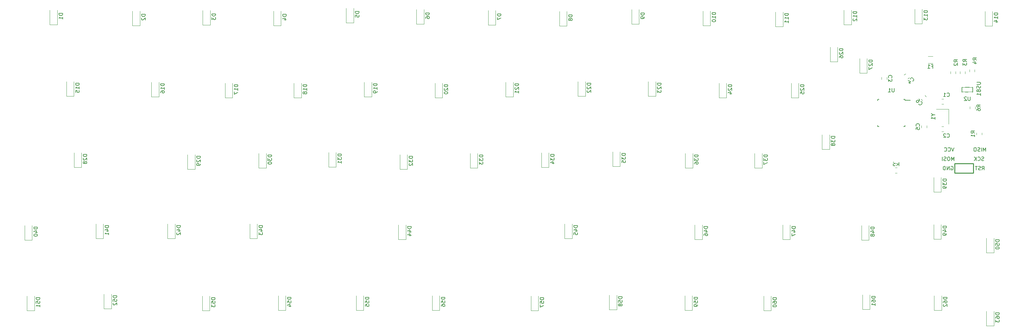
<source format=gbo>
G04 #@! TF.GenerationSoftware,KiCad,Pcbnew,(5.1.4-0-10_14)*
G04 #@! TF.CreationDate,2020-01-19T01:37:33+09:00*
G04 #@! TF.ProjectId,dombrick60d,646f6d62-7269-4636-9b36-30642e6b6963,rev?*
G04 #@! TF.SameCoordinates,Original*
G04 #@! TF.FileFunction,Legend,Bot*
G04 #@! TF.FilePolarity,Positive*
%FSLAX46Y46*%
G04 Gerber Fmt 4.6, Leading zero omitted, Abs format (unit mm)*
G04 Created by KiCad (PCBNEW (5.1.4-0-10_14)) date 2020-01-19 01:37:33*
%MOMM*%
%LPD*%
G04 APERTURE LIST*
%ADD10C,0.120000*%
%ADD11C,0.150000*%
%ADD12C,0.250000*%
%ADD13C,1.852000*%
%ADD14C,2.352000*%
%ADD15C,4.089800*%
%ADD16C,2.352000*%
%ADD17R,1.302000X1.002000*%
%ADD18C,0.100000*%
%ADD19C,1.252000*%
%ADD20R,1.102000X0.802000*%
%ADD21R,0.702000X0.802000*%
%ADD22C,3.150000*%
%ADD23C,1.077000*%
%ADD24R,1.302000X1.502000*%
%ADD25R,1.552000X0.702000*%
%ADD26R,1.552000X0.402000*%
%ADD27C,0.752000*%
%ADD28O,2.202000X1.102000*%
%ADD29O,1.702000X1.102000*%
%ADD30R,0.652000X1.702000*%
%ADD31R,1.702000X0.652000*%
%ADD32R,2.007000X2.007000*%
%ADD33C,2.007000*%
%ADD34C,1.302000*%
%ADD35C,2.002000*%
%ADD36C,2.102000*%
%ADD37C,3.502000*%
%ADD38R,1.802000X1.802000*%
%ADD39C,1.802000*%
%ADD40C,1.527000*%
G04 APERTURE END LIST*
D10*
X299196000Y-35651000D02*
X299196000Y-31751000D01*
X297196000Y-35651000D02*
X297196000Y-31751000D01*
X299196000Y-35651000D02*
X297196000Y-35651000D01*
X286129252Y-63956000D02*
X285606748Y-63956000D01*
X286129252Y-62536000D02*
X285606748Y-62536000D01*
X275575437Y-48794471D02*
X275944903Y-48425005D01*
X276579529Y-49798563D02*
X276948995Y-49429097D01*
X265668000Y-48224000D02*
X265668000Y-44324000D01*
X263668000Y-48224000D02*
X263668000Y-44324000D01*
X265668000Y-48224000D02*
X263668000Y-48224000D01*
D11*
X293931000Y-52055000D02*
X291031000Y-52055000D01*
X293931000Y-52055000D02*
X293931000Y-53355000D01*
X293931000Y-53355000D02*
X291031000Y-53355000D01*
X291031000Y-53355000D02*
X291031000Y-52055000D01*
D10*
X293168000Y-57789578D02*
X293168000Y-57272422D01*
X294588000Y-57789578D02*
X294588000Y-57272422D01*
X257794000Y-45177000D02*
X257794000Y-41277000D01*
X255794000Y-45177000D02*
X255794000Y-41277000D01*
X257794000Y-45177000D02*
X255794000Y-45177000D01*
X287488000Y-57901000D02*
X287488000Y-61901000D01*
X284188000Y-57901000D02*
X287488000Y-57901000D01*
D11*
X275786000Y-55528000D02*
X277211000Y-55528000D01*
X268536000Y-55303000D02*
X268861000Y-55303000D01*
X268536000Y-62553000D02*
X268861000Y-62553000D01*
X275786000Y-62553000D02*
X275461000Y-62553000D01*
X275786000Y-55303000D02*
X275461000Y-55303000D01*
X275786000Y-62553000D02*
X275786000Y-62228000D01*
X268536000Y-62553000D02*
X268536000Y-62228000D01*
X268536000Y-55303000D02*
X268536000Y-55628000D01*
X275786000Y-55303000D02*
X275786000Y-55528000D01*
D10*
X273689578Y-75005000D02*
X273172422Y-75005000D01*
X273689578Y-73585000D02*
X273172422Y-73585000D01*
X294461000Y-47366422D02*
X294461000Y-47883578D01*
X293041000Y-47366422D02*
X293041000Y-47883578D01*
X290501000Y-48391578D02*
X290501000Y-47874422D01*
X291921000Y-48391578D02*
X291921000Y-47874422D01*
X287961000Y-48391578D02*
X287961000Y-47874422D01*
X289381000Y-48391578D02*
X289381000Y-47874422D01*
X296366000Y-64257422D02*
X296366000Y-64774578D01*
X294946000Y-64257422D02*
X294946000Y-64774578D01*
D12*
X294092000Y-72497000D02*
X289092000Y-72497000D01*
X289092000Y-72497000D02*
X289092000Y-74997000D01*
X289092000Y-74997000D02*
X294092000Y-74997000D01*
X294092000Y-74997000D02*
X294092000Y-72497000D01*
D10*
X282009436Y-43794000D02*
X283213564Y-43794000D01*
X282009436Y-45614000D02*
X283213564Y-45614000D01*
X299577000Y-115916000D02*
X299577000Y-112016000D01*
X297577000Y-115916000D02*
X297577000Y-112016000D01*
X299577000Y-115916000D02*
X297577000Y-115916000D01*
X285607000Y-111725000D02*
X285607000Y-107825000D01*
X283607000Y-111725000D02*
X283607000Y-107825000D01*
X285607000Y-111725000D02*
X283607000Y-111725000D01*
X266430000Y-111470000D02*
X266430000Y-107570000D01*
X264430000Y-111470000D02*
X264430000Y-107570000D01*
X266430000Y-111470000D02*
X264430000Y-111470000D01*
X240014000Y-111851000D02*
X240014000Y-107951000D01*
X238014000Y-111851000D02*
X238014000Y-107951000D01*
X240014000Y-111851000D02*
X238014000Y-111851000D01*
X218932000Y-111724000D02*
X218932000Y-107824000D01*
X216932000Y-111724000D02*
X216932000Y-107824000D01*
X218932000Y-111724000D02*
X216932000Y-111724000D01*
X198739000Y-111597000D02*
X198739000Y-107697000D01*
X196739000Y-111597000D02*
X196739000Y-107697000D01*
X198739000Y-111597000D02*
X196739000Y-111597000D01*
X177784000Y-111851000D02*
X177784000Y-107951000D01*
X175784000Y-111851000D02*
X175784000Y-107951000D01*
X177784000Y-111851000D02*
X175784000Y-111851000D01*
X151368000Y-111723000D02*
X151368000Y-107823000D01*
X149368000Y-111723000D02*
X149368000Y-107823000D01*
X151368000Y-111723000D02*
X149368000Y-111723000D01*
X131048000Y-111724000D02*
X131048000Y-107824000D01*
X129048000Y-111724000D02*
X129048000Y-107824000D01*
X131048000Y-111724000D02*
X129048000Y-111724000D01*
X110220000Y-111724000D02*
X110220000Y-107824000D01*
X108220000Y-111724000D02*
X108220000Y-107824000D01*
X110220000Y-111724000D02*
X108220000Y-111724000D01*
X89900000Y-111851000D02*
X89900000Y-107951000D01*
X87900000Y-111851000D02*
X87900000Y-107951000D01*
X89900000Y-111851000D02*
X87900000Y-111851000D01*
X63611000Y-111343000D02*
X63611000Y-107443000D01*
X61611000Y-111343000D02*
X61611000Y-107443000D01*
X63611000Y-111343000D02*
X61611000Y-111343000D01*
X43037000Y-111851000D02*
X43037000Y-107951000D01*
X41037000Y-111851000D02*
X41037000Y-107951000D01*
X43037000Y-111851000D02*
X41037000Y-111851000D01*
X299577000Y-96357000D02*
X299577000Y-92457000D01*
X297577000Y-96357000D02*
X297577000Y-92457000D01*
X299577000Y-96357000D02*
X297577000Y-96357000D01*
X285480000Y-92674000D02*
X285480000Y-88774000D01*
X283480000Y-92674000D02*
X283480000Y-88774000D01*
X285480000Y-92674000D02*
X283480000Y-92674000D01*
X266176000Y-92928000D02*
X266176000Y-89028000D01*
X264176000Y-92928000D02*
X264176000Y-89028000D01*
X266176000Y-92928000D02*
X264176000Y-92928000D01*
X245094000Y-92801000D02*
X245094000Y-88901000D01*
X243094000Y-92801000D02*
X243094000Y-88901000D01*
X245094000Y-92801000D02*
X243094000Y-92801000D01*
X221599000Y-92801000D02*
X221599000Y-88901000D01*
X219599000Y-92801000D02*
X219599000Y-88901000D01*
X221599000Y-92801000D02*
X219599000Y-92801000D01*
X186801000Y-92547000D02*
X186801000Y-88647000D01*
X184801000Y-92547000D02*
X184801000Y-88647000D01*
X186801000Y-92547000D02*
X184801000Y-92547000D01*
X142351000Y-92801000D02*
X142351000Y-88901000D01*
X140351000Y-92801000D02*
X140351000Y-88901000D01*
X142351000Y-92801000D02*
X140351000Y-92801000D01*
X102600000Y-92547000D02*
X102600000Y-88647000D01*
X100600000Y-92547000D02*
X100600000Y-88647000D01*
X102600000Y-92547000D02*
X100600000Y-92547000D01*
X80629000Y-92547000D02*
X80629000Y-88647000D01*
X78629000Y-92547000D02*
X78629000Y-88647000D01*
X80629000Y-92547000D02*
X78629000Y-92547000D01*
X61452000Y-92547000D02*
X61452000Y-88647000D01*
X59452000Y-92547000D02*
X59452000Y-88647000D01*
X61452000Y-92547000D02*
X59452000Y-92547000D01*
X42402000Y-92928000D02*
X42402000Y-89028000D01*
X40402000Y-92928000D02*
X40402000Y-89028000D01*
X42402000Y-92928000D02*
X40402000Y-92928000D01*
X285480000Y-80102000D02*
X285480000Y-76202000D01*
X283480000Y-80102000D02*
X283480000Y-76202000D01*
X285480000Y-80102000D02*
X283480000Y-80102000D01*
X255635000Y-68671000D02*
X255635000Y-64771000D01*
X253635000Y-68671000D02*
X253635000Y-64771000D01*
X255635000Y-68671000D02*
X253635000Y-68671000D01*
X237601000Y-73623000D02*
X237601000Y-69723000D01*
X235601000Y-73623000D02*
X235601000Y-69723000D01*
X237601000Y-73623000D02*
X235601000Y-73623000D01*
X219059000Y-73624000D02*
X219059000Y-69724000D01*
X217059000Y-73624000D02*
X217059000Y-69724000D01*
X219059000Y-73624000D02*
X217059000Y-73624000D01*
X199628000Y-73243000D02*
X199628000Y-69343000D01*
X197628000Y-73243000D02*
X197628000Y-69343000D01*
X199628000Y-73243000D02*
X197628000Y-73243000D01*
X180578000Y-73497000D02*
X180578000Y-69597000D01*
X178578000Y-73497000D02*
X178578000Y-69597000D01*
X180578000Y-73497000D02*
X178578000Y-73497000D01*
X161528000Y-73624000D02*
X161528000Y-69724000D01*
X159528000Y-73624000D02*
X159528000Y-69724000D01*
X161528000Y-73624000D02*
X159528000Y-73624000D01*
X142732000Y-74005000D02*
X142732000Y-70105000D01*
X140732000Y-74005000D02*
X140732000Y-70105000D01*
X142732000Y-74005000D02*
X140732000Y-74005000D01*
X123682000Y-73370000D02*
X123682000Y-69470000D01*
X121682000Y-73370000D02*
X121682000Y-69470000D01*
X123682000Y-73370000D02*
X121682000Y-73370000D01*
X105014000Y-73624000D02*
X105014000Y-69724000D01*
X103014000Y-73624000D02*
X103014000Y-69724000D01*
X105014000Y-73624000D02*
X103014000Y-73624000D01*
X85963000Y-74004000D02*
X85963000Y-70104000D01*
X83963000Y-74004000D02*
X83963000Y-70104000D01*
X85963000Y-74004000D02*
X83963000Y-74004000D01*
X55610000Y-73497000D02*
X55610000Y-69597000D01*
X53610000Y-73497000D02*
X53610000Y-69597000D01*
X55610000Y-73497000D02*
X53610000Y-73497000D01*
X247380000Y-54829000D02*
X247380000Y-50929000D01*
X245380000Y-54829000D02*
X245380000Y-50929000D01*
X247380000Y-54829000D02*
X245380000Y-54829000D01*
X228076000Y-54827000D02*
X228076000Y-50927000D01*
X226076000Y-54827000D02*
X226076000Y-50927000D01*
X228076000Y-54827000D02*
X226076000Y-54827000D01*
X209153000Y-54447000D02*
X209153000Y-50547000D01*
X207153000Y-54447000D02*
X207153000Y-50547000D01*
X209153000Y-54447000D02*
X207153000Y-54447000D01*
X190357000Y-54447000D02*
X190357000Y-50547000D01*
X188357000Y-54447000D02*
X188357000Y-50547000D01*
X190357000Y-54447000D02*
X188357000Y-54447000D01*
X171052000Y-54574000D02*
X171052000Y-50674000D01*
X169052000Y-54574000D02*
X169052000Y-50674000D01*
X171052000Y-54574000D02*
X169052000Y-54574000D01*
X152130000Y-54829000D02*
X152130000Y-50929000D01*
X150130000Y-54829000D02*
X150130000Y-50929000D01*
X152130000Y-54829000D02*
X150130000Y-54829000D01*
X133207000Y-54574000D02*
X133207000Y-50674000D01*
X131207000Y-54574000D02*
X131207000Y-50674000D01*
X133207000Y-54574000D02*
X131207000Y-54574000D01*
X114411000Y-54828000D02*
X114411000Y-50928000D01*
X112411000Y-54828000D02*
X112411000Y-50928000D01*
X114411000Y-54828000D02*
X112411000Y-54828000D01*
X95995000Y-54828000D02*
X95995000Y-50928000D01*
X93995000Y-54828000D02*
X93995000Y-50928000D01*
X95995000Y-54828000D02*
X93995000Y-54828000D01*
X76311000Y-54574000D02*
X76311000Y-50674000D01*
X74311000Y-54574000D02*
X74311000Y-50674000D01*
X76311000Y-54574000D02*
X74311000Y-54574000D01*
X53577000Y-54447000D02*
X53577000Y-50547000D01*
X51577000Y-54447000D02*
X51577000Y-50547000D01*
X53577000Y-54447000D02*
X51577000Y-54447000D01*
X280400000Y-35016000D02*
X280400000Y-31116000D01*
X278400000Y-35016000D02*
X278400000Y-31116000D01*
X280400000Y-35016000D02*
X278400000Y-35016000D01*
X261477000Y-35269000D02*
X261477000Y-31369000D01*
X259477000Y-35269000D02*
X259477000Y-31369000D01*
X261477000Y-35269000D02*
X259477000Y-35269000D01*
X243189000Y-35778000D02*
X243189000Y-31878000D01*
X241189000Y-35778000D02*
X241189000Y-31878000D01*
X243189000Y-35778000D02*
X241189000Y-35778000D01*
X223758000Y-35524000D02*
X223758000Y-31624000D01*
X221758000Y-35524000D02*
X221758000Y-31624000D01*
X223758000Y-35524000D02*
X221758000Y-35524000D01*
X204708000Y-35143000D02*
X204708000Y-31243000D01*
X202708000Y-35143000D02*
X202708000Y-31243000D01*
X204708000Y-35143000D02*
X202708000Y-35143000D01*
X185404000Y-35651000D02*
X185404000Y-31751000D01*
X183404000Y-35651000D02*
X183404000Y-31751000D01*
X185404000Y-35651000D02*
X183404000Y-35651000D01*
X166354000Y-35397000D02*
X166354000Y-31497000D01*
X164354000Y-35397000D02*
X164354000Y-31497000D01*
X166354000Y-35397000D02*
X164354000Y-35397000D01*
X147177000Y-35143000D02*
X147177000Y-31243000D01*
X145177000Y-35143000D02*
X145177000Y-31243000D01*
X147177000Y-35143000D02*
X145177000Y-35143000D01*
X128381000Y-34762000D02*
X128381000Y-30862000D01*
X126381000Y-34762000D02*
X126381000Y-30862000D01*
X128381000Y-34762000D02*
X126381000Y-34762000D01*
X108950000Y-35524000D02*
X108950000Y-31624000D01*
X106950000Y-35524000D02*
X106950000Y-31624000D01*
X108950000Y-35524000D02*
X106950000Y-35524000D01*
X90027000Y-35397000D02*
X90027000Y-31497000D01*
X88027000Y-35397000D02*
X88027000Y-31497000D01*
X90027000Y-35397000D02*
X88027000Y-35397000D01*
X71231000Y-35524000D02*
X71231000Y-31624000D01*
X69231000Y-35524000D02*
X69231000Y-31624000D01*
X71231000Y-35524000D02*
X69231000Y-35524000D01*
X49133000Y-35270000D02*
X49133000Y-31370000D01*
X47133000Y-35270000D02*
X47133000Y-31370000D01*
X49133000Y-35270000D02*
X47133000Y-35270000D01*
X281114313Y-54214437D02*
X281483779Y-54583903D01*
X280110221Y-55218529D02*
X280479687Y-55587995D01*
X281634000Y-62349748D02*
X281634000Y-62872252D01*
X280214000Y-62349748D02*
X280214000Y-62872252D01*
X269546000Y-49918252D02*
X269546000Y-49395748D01*
X270966000Y-49918252D02*
X270966000Y-49395748D01*
X285606748Y-56590000D02*
X286129252Y-56590000D01*
X285606748Y-55170000D02*
X286129252Y-55170000D01*
D11*
X300648380Y-32186714D02*
X299648380Y-32186714D01*
X299648380Y-32424809D01*
X299696000Y-32567666D01*
X299791238Y-32662904D01*
X299886476Y-32710523D01*
X300076952Y-32758142D01*
X300219809Y-32758142D01*
X300410285Y-32710523D01*
X300505523Y-32662904D01*
X300600761Y-32567666D01*
X300648380Y-32424809D01*
X300648380Y-32186714D01*
X300648380Y-33710523D02*
X300648380Y-33139095D01*
X300648380Y-33424809D02*
X299648380Y-33424809D01*
X299791238Y-33329571D01*
X299886476Y-33234333D01*
X299934095Y-33139095D01*
X299981714Y-34567666D02*
X300648380Y-34567666D01*
X299600761Y-34329571D02*
X300315047Y-34091476D01*
X300315047Y-34710523D01*
X287059666Y-65381142D02*
X287107285Y-65428761D01*
X287250142Y-65476380D01*
X287345380Y-65476380D01*
X287488238Y-65428761D01*
X287583476Y-65333523D01*
X287631095Y-65238285D01*
X287678714Y-65047809D01*
X287678714Y-64904952D01*
X287631095Y-64714476D01*
X287583476Y-64619238D01*
X287488238Y-64524000D01*
X287345380Y-64476380D01*
X287250142Y-64476380D01*
X287107285Y-64524000D01*
X287059666Y-64571619D01*
X286678714Y-64571619D02*
X286631095Y-64524000D01*
X286535857Y-64476380D01*
X286297761Y-64476380D01*
X286202523Y-64524000D01*
X286154904Y-64571619D01*
X286107285Y-64666857D01*
X286107285Y-64762095D01*
X286154904Y-64904952D01*
X286726333Y-65476380D01*
X286107285Y-65476380D01*
X277799331Y-50413197D02*
X277866674Y-50413197D01*
X278001361Y-50345853D01*
X278068705Y-50278510D01*
X278136048Y-50143822D01*
X278136048Y-50009135D01*
X278102377Y-49908120D01*
X278001361Y-49739761D01*
X277900346Y-49638746D01*
X277731987Y-49537731D01*
X277630972Y-49504059D01*
X277496285Y-49504059D01*
X277361598Y-49571403D01*
X277294254Y-49638746D01*
X277226911Y-49773433D01*
X277226911Y-49840777D01*
X276789178Y-50615227D02*
X277260583Y-51086632D01*
X276688163Y-50177494D02*
X277361598Y-50514212D01*
X276923865Y-50951945D01*
X267120380Y-44759714D02*
X266120380Y-44759714D01*
X266120380Y-44997809D01*
X266168000Y-45140666D01*
X266263238Y-45235904D01*
X266358476Y-45283523D01*
X266548952Y-45331142D01*
X266691809Y-45331142D01*
X266882285Y-45283523D01*
X266977523Y-45235904D01*
X267072761Y-45140666D01*
X267120380Y-44997809D01*
X267120380Y-44759714D01*
X266215619Y-45712095D02*
X266168000Y-45759714D01*
X266120380Y-45854952D01*
X266120380Y-46093047D01*
X266168000Y-46188285D01*
X266215619Y-46235904D01*
X266310857Y-46283523D01*
X266406095Y-46283523D01*
X266548952Y-46235904D01*
X267120380Y-45664476D01*
X267120380Y-46283523D01*
X266120380Y-46616857D02*
X266120380Y-47283523D01*
X267120380Y-46854952D01*
X293242904Y-54607380D02*
X293242904Y-55416904D01*
X293195285Y-55512142D01*
X293147666Y-55559761D01*
X293052428Y-55607380D01*
X292861952Y-55607380D01*
X292766714Y-55559761D01*
X292719095Y-55512142D01*
X292671476Y-55416904D01*
X292671476Y-54607380D01*
X292242904Y-54702619D02*
X292195285Y-54655000D01*
X292100047Y-54607380D01*
X291861952Y-54607380D01*
X291766714Y-54655000D01*
X291719095Y-54702619D01*
X291671476Y-54797857D01*
X291671476Y-54893095D01*
X291719095Y-55035952D01*
X292290523Y-55607380D01*
X291671476Y-55607380D01*
X295980380Y-57364333D02*
X295504190Y-57031000D01*
X295980380Y-56792904D02*
X294980380Y-56792904D01*
X294980380Y-57173857D01*
X295028000Y-57269095D01*
X295075619Y-57316714D01*
X295170857Y-57364333D01*
X295313714Y-57364333D01*
X295408952Y-57316714D01*
X295456571Y-57269095D01*
X295504190Y-57173857D01*
X295504190Y-56792904D01*
X294980380Y-58221476D02*
X294980380Y-58031000D01*
X295028000Y-57935761D01*
X295075619Y-57888142D01*
X295218476Y-57792904D01*
X295408952Y-57745285D01*
X295789904Y-57745285D01*
X295885142Y-57792904D01*
X295932761Y-57840523D01*
X295980380Y-57935761D01*
X295980380Y-58126238D01*
X295932761Y-58221476D01*
X295885142Y-58269095D01*
X295789904Y-58316714D01*
X295551809Y-58316714D01*
X295456571Y-58269095D01*
X295408952Y-58221476D01*
X295361333Y-58126238D01*
X295361333Y-57935761D01*
X295408952Y-57840523D01*
X295456571Y-57792904D01*
X295551809Y-57745285D01*
X259246380Y-41712714D02*
X258246380Y-41712714D01*
X258246380Y-41950809D01*
X258294000Y-42093666D01*
X258389238Y-42188904D01*
X258484476Y-42236523D01*
X258674952Y-42284142D01*
X258817809Y-42284142D01*
X259008285Y-42236523D01*
X259103523Y-42188904D01*
X259198761Y-42093666D01*
X259246380Y-41950809D01*
X259246380Y-41712714D01*
X258341619Y-42665095D02*
X258294000Y-42712714D01*
X258246380Y-42807952D01*
X258246380Y-43046047D01*
X258294000Y-43141285D01*
X258341619Y-43188904D01*
X258436857Y-43236523D01*
X258532095Y-43236523D01*
X258674952Y-43188904D01*
X259246380Y-42617476D01*
X259246380Y-43236523D01*
X258246380Y-44093666D02*
X258246380Y-43903190D01*
X258294000Y-43807952D01*
X258341619Y-43760333D01*
X258484476Y-43665095D01*
X258674952Y-43617476D01*
X259055904Y-43617476D01*
X259151142Y-43665095D01*
X259198761Y-43712714D01*
X259246380Y-43807952D01*
X259246380Y-43998428D01*
X259198761Y-44093666D01*
X259151142Y-44141285D01*
X259055904Y-44188904D01*
X258817809Y-44188904D01*
X258722571Y-44141285D01*
X258674952Y-44093666D01*
X258627333Y-43998428D01*
X258627333Y-43807952D01*
X258674952Y-43712714D01*
X258722571Y-43665095D01*
X258817809Y-43617476D01*
X283364190Y-59424809D02*
X283840380Y-59424809D01*
X282840380Y-59091476D02*
X283364190Y-59424809D01*
X282840380Y-59758142D01*
X283840380Y-60615285D02*
X283840380Y-60043857D01*
X283840380Y-60329571D02*
X282840380Y-60329571D01*
X282983238Y-60234333D01*
X283078476Y-60139095D01*
X283126095Y-60043857D01*
X295002380Y-50712904D02*
X295811904Y-50712904D01*
X295907142Y-50760523D01*
X295954761Y-50808142D01*
X296002380Y-50903380D01*
X296002380Y-51093857D01*
X295954761Y-51189095D01*
X295907142Y-51236714D01*
X295811904Y-51284333D01*
X295002380Y-51284333D01*
X295954761Y-51712904D02*
X296002380Y-51855761D01*
X296002380Y-52093857D01*
X295954761Y-52189095D01*
X295907142Y-52236714D01*
X295811904Y-52284333D01*
X295716666Y-52284333D01*
X295621428Y-52236714D01*
X295573809Y-52189095D01*
X295526190Y-52093857D01*
X295478571Y-51903380D01*
X295430952Y-51808142D01*
X295383333Y-51760523D01*
X295288095Y-51712904D01*
X295192857Y-51712904D01*
X295097619Y-51760523D01*
X295050000Y-51808142D01*
X295002380Y-51903380D01*
X295002380Y-52141476D01*
X295050000Y-52284333D01*
X295478571Y-53046238D02*
X295526190Y-53189095D01*
X295573809Y-53236714D01*
X295669047Y-53284333D01*
X295811904Y-53284333D01*
X295907142Y-53236714D01*
X295954761Y-53189095D01*
X296002380Y-53093857D01*
X296002380Y-52712904D01*
X295002380Y-52712904D01*
X295002380Y-53046238D01*
X295050000Y-53141476D01*
X295097619Y-53189095D01*
X295192857Y-53236714D01*
X295288095Y-53236714D01*
X295383333Y-53189095D01*
X295430952Y-53141476D01*
X295478571Y-53046238D01*
X295478571Y-52712904D01*
X296002380Y-54236714D02*
X296002380Y-53665285D01*
X296002380Y-53951000D02*
X295002380Y-53951000D01*
X295145238Y-53855761D01*
X295240476Y-53760523D01*
X295288095Y-53665285D01*
X272922904Y-52330380D02*
X272922904Y-53139904D01*
X272875285Y-53235142D01*
X272827666Y-53282761D01*
X272732428Y-53330380D01*
X272541952Y-53330380D01*
X272446714Y-53282761D01*
X272399095Y-53235142D01*
X272351476Y-53139904D01*
X272351476Y-52330380D01*
X271351476Y-53330380D02*
X271922904Y-53330380D01*
X271637190Y-53330380D02*
X271637190Y-52330380D01*
X271732428Y-52473238D01*
X271827666Y-52568476D01*
X271922904Y-52616095D01*
X273597666Y-73097380D02*
X273931000Y-72621190D01*
X274169095Y-73097380D02*
X274169095Y-72097380D01*
X273788142Y-72097380D01*
X273692904Y-72145000D01*
X273645285Y-72192619D01*
X273597666Y-72287857D01*
X273597666Y-72430714D01*
X273645285Y-72525952D01*
X273692904Y-72573571D01*
X273788142Y-72621190D01*
X274169095Y-72621190D01*
X272692904Y-72097380D02*
X273169095Y-72097380D01*
X273216714Y-72573571D01*
X273169095Y-72525952D01*
X273073857Y-72478333D01*
X272835761Y-72478333D01*
X272740523Y-72525952D01*
X272692904Y-72573571D01*
X272645285Y-72668809D01*
X272645285Y-72906904D01*
X272692904Y-73002142D01*
X272740523Y-73049761D01*
X272835761Y-73097380D01*
X273073857Y-73097380D01*
X273169095Y-73049761D01*
X273216714Y-73002142D01*
X294965380Y-44791333D02*
X294489190Y-44458000D01*
X294965380Y-44219904D02*
X293965380Y-44219904D01*
X293965380Y-44600857D01*
X294013000Y-44696095D01*
X294060619Y-44743714D01*
X294155857Y-44791333D01*
X294298714Y-44791333D01*
X294393952Y-44743714D01*
X294441571Y-44696095D01*
X294489190Y-44600857D01*
X294489190Y-44219904D01*
X294298714Y-45648476D02*
X294965380Y-45648476D01*
X293917761Y-45410380D02*
X294632047Y-45172285D01*
X294632047Y-45791333D01*
X292298380Y-45172333D02*
X291822190Y-44839000D01*
X292298380Y-44600904D02*
X291298380Y-44600904D01*
X291298380Y-44981857D01*
X291346000Y-45077095D01*
X291393619Y-45124714D01*
X291488857Y-45172333D01*
X291631714Y-45172333D01*
X291726952Y-45124714D01*
X291774571Y-45077095D01*
X291822190Y-44981857D01*
X291822190Y-44600904D01*
X291298380Y-45505666D02*
X291298380Y-46124714D01*
X291679333Y-45791380D01*
X291679333Y-45934238D01*
X291726952Y-46029476D01*
X291774571Y-46077095D01*
X291869809Y-46124714D01*
X292107904Y-46124714D01*
X292203142Y-46077095D01*
X292250761Y-46029476D01*
X292298380Y-45934238D01*
X292298380Y-45648523D01*
X292250761Y-45553285D01*
X292203142Y-45505666D01*
X289885380Y-45299333D02*
X289409190Y-44966000D01*
X289885380Y-44727904D02*
X288885380Y-44727904D01*
X288885380Y-45108857D01*
X288933000Y-45204095D01*
X288980619Y-45251714D01*
X289075857Y-45299333D01*
X289218714Y-45299333D01*
X289313952Y-45251714D01*
X289361571Y-45204095D01*
X289409190Y-45108857D01*
X289409190Y-44727904D01*
X288980619Y-45680285D02*
X288933000Y-45727904D01*
X288885380Y-45823142D01*
X288885380Y-46061238D01*
X288933000Y-46156476D01*
X288980619Y-46204095D01*
X289075857Y-46251714D01*
X289171095Y-46251714D01*
X289313952Y-46204095D01*
X289885380Y-45632666D01*
X289885380Y-46251714D01*
X294458380Y-64349333D02*
X293982190Y-64016000D01*
X294458380Y-63777904D02*
X293458380Y-63777904D01*
X293458380Y-64158857D01*
X293506000Y-64254095D01*
X293553619Y-64301714D01*
X293648857Y-64349333D01*
X293791714Y-64349333D01*
X293886952Y-64301714D01*
X293934571Y-64254095D01*
X293982190Y-64158857D01*
X293982190Y-63777904D01*
X294458380Y-65301714D02*
X294458380Y-64730285D01*
X294458380Y-65016000D02*
X293458380Y-65016000D01*
X293601238Y-64920761D01*
X293696476Y-64825523D01*
X293744095Y-64730285D01*
X297413428Y-69199380D02*
X297413428Y-68199380D01*
X297080095Y-68913666D01*
X296746761Y-68199380D01*
X296746761Y-69199380D01*
X296270571Y-69199380D02*
X296270571Y-68199380D01*
X295842000Y-69151761D02*
X295699142Y-69199380D01*
X295461047Y-69199380D01*
X295365809Y-69151761D01*
X295318190Y-69104142D01*
X295270571Y-69008904D01*
X295270571Y-68913666D01*
X295318190Y-68818428D01*
X295365809Y-68770809D01*
X295461047Y-68723190D01*
X295651523Y-68675571D01*
X295746761Y-68627952D01*
X295794380Y-68580333D01*
X295842000Y-68485095D01*
X295842000Y-68389857D01*
X295794380Y-68294619D01*
X295746761Y-68247000D01*
X295651523Y-68199380D01*
X295413428Y-68199380D01*
X295270571Y-68247000D01*
X294651523Y-68199380D02*
X294461047Y-68199380D01*
X294365809Y-68247000D01*
X294270571Y-68342238D01*
X294222952Y-68532714D01*
X294222952Y-68866047D01*
X294270571Y-69056523D01*
X294365809Y-69151761D01*
X294461047Y-69199380D01*
X294651523Y-69199380D01*
X294746761Y-69151761D01*
X294842000Y-69056523D01*
X294889619Y-68866047D01*
X294889619Y-68532714D01*
X294842000Y-68342238D01*
X294746761Y-68247000D01*
X294651523Y-68199380D01*
X288925333Y-68199380D02*
X288592000Y-69199380D01*
X288258666Y-68199380D01*
X287353904Y-69104142D02*
X287401523Y-69151761D01*
X287544380Y-69199380D01*
X287639619Y-69199380D01*
X287782476Y-69151761D01*
X287877714Y-69056523D01*
X287925333Y-68961285D01*
X287972952Y-68770809D01*
X287972952Y-68627952D01*
X287925333Y-68437476D01*
X287877714Y-68342238D01*
X287782476Y-68247000D01*
X287639619Y-68199380D01*
X287544380Y-68199380D01*
X287401523Y-68247000D01*
X287353904Y-68294619D01*
X286353904Y-69104142D02*
X286401523Y-69151761D01*
X286544380Y-69199380D01*
X286639619Y-69199380D01*
X286782476Y-69151761D01*
X286877714Y-69056523D01*
X286925333Y-68961285D01*
X286972952Y-68770809D01*
X286972952Y-68627952D01*
X286925333Y-68437476D01*
X286877714Y-68342238D01*
X286782476Y-68247000D01*
X286639619Y-68199380D01*
X286544380Y-68199380D01*
X286401523Y-68247000D01*
X286353904Y-68294619D01*
X296877714Y-71651761D02*
X296734857Y-71699380D01*
X296496761Y-71699380D01*
X296401523Y-71651761D01*
X296353904Y-71604142D01*
X296306285Y-71508904D01*
X296306285Y-71413666D01*
X296353904Y-71318428D01*
X296401523Y-71270809D01*
X296496761Y-71223190D01*
X296687238Y-71175571D01*
X296782476Y-71127952D01*
X296830095Y-71080333D01*
X296877714Y-70985095D01*
X296877714Y-70889857D01*
X296830095Y-70794619D01*
X296782476Y-70747000D01*
X296687238Y-70699380D01*
X296449142Y-70699380D01*
X296306285Y-70747000D01*
X295306285Y-71604142D02*
X295353904Y-71651761D01*
X295496761Y-71699380D01*
X295592000Y-71699380D01*
X295734857Y-71651761D01*
X295830095Y-71556523D01*
X295877714Y-71461285D01*
X295925333Y-71270809D01*
X295925333Y-71127952D01*
X295877714Y-70937476D01*
X295830095Y-70842238D01*
X295734857Y-70747000D01*
X295592000Y-70699380D01*
X295496761Y-70699380D01*
X295353904Y-70747000D01*
X295306285Y-70794619D01*
X294877714Y-71699380D02*
X294877714Y-70699380D01*
X294306285Y-71699380D02*
X294734857Y-71127952D01*
X294306285Y-70699380D02*
X294877714Y-71270809D01*
X288913428Y-71699380D02*
X288913428Y-70699380D01*
X288580095Y-71413666D01*
X288246761Y-70699380D01*
X288246761Y-71699380D01*
X287580095Y-70699380D02*
X287389619Y-70699380D01*
X287294380Y-70747000D01*
X287199142Y-70842238D01*
X287151523Y-71032714D01*
X287151523Y-71366047D01*
X287199142Y-71556523D01*
X287294380Y-71651761D01*
X287389619Y-71699380D01*
X287580095Y-71699380D01*
X287675333Y-71651761D01*
X287770571Y-71556523D01*
X287818190Y-71366047D01*
X287818190Y-71032714D01*
X287770571Y-70842238D01*
X287675333Y-70747000D01*
X287580095Y-70699380D01*
X286770571Y-71651761D02*
X286627714Y-71699380D01*
X286389619Y-71699380D01*
X286294380Y-71651761D01*
X286246761Y-71604142D01*
X286199142Y-71508904D01*
X286199142Y-71413666D01*
X286246761Y-71318428D01*
X286294380Y-71270809D01*
X286389619Y-71223190D01*
X286580095Y-71175571D01*
X286675333Y-71127952D01*
X286722952Y-71080333D01*
X286770571Y-70985095D01*
X286770571Y-70889857D01*
X286722952Y-70794619D01*
X286675333Y-70747000D01*
X286580095Y-70699380D01*
X286342000Y-70699380D01*
X286199142Y-70747000D01*
X285770571Y-71699380D02*
X285770571Y-70699380D01*
X296389619Y-74199380D02*
X296722952Y-73723190D01*
X296961047Y-74199380D02*
X296961047Y-73199380D01*
X296580095Y-73199380D01*
X296484857Y-73247000D01*
X296437238Y-73294619D01*
X296389619Y-73389857D01*
X296389619Y-73532714D01*
X296437238Y-73627952D01*
X296484857Y-73675571D01*
X296580095Y-73723190D01*
X296961047Y-73723190D01*
X296008666Y-74151761D02*
X295865809Y-74199380D01*
X295627714Y-74199380D01*
X295532476Y-74151761D01*
X295484857Y-74104142D01*
X295437238Y-74008904D01*
X295437238Y-73913666D01*
X295484857Y-73818428D01*
X295532476Y-73770809D01*
X295627714Y-73723190D01*
X295818190Y-73675571D01*
X295913428Y-73627952D01*
X295961047Y-73580333D01*
X296008666Y-73485095D01*
X296008666Y-73389857D01*
X295961047Y-73294619D01*
X295913428Y-73247000D01*
X295818190Y-73199380D01*
X295580095Y-73199380D01*
X295437238Y-73247000D01*
X295151523Y-73199380D02*
X294580095Y-73199380D01*
X294865809Y-74199380D02*
X294865809Y-73199380D01*
X288103904Y-73247000D02*
X288199142Y-73199380D01*
X288342000Y-73199380D01*
X288484857Y-73247000D01*
X288580095Y-73342238D01*
X288627714Y-73437476D01*
X288675333Y-73627952D01*
X288675333Y-73770809D01*
X288627714Y-73961285D01*
X288580095Y-74056523D01*
X288484857Y-74151761D01*
X288342000Y-74199380D01*
X288246761Y-74199380D01*
X288103904Y-74151761D01*
X288056285Y-74104142D01*
X288056285Y-73770809D01*
X288246761Y-73770809D01*
X287627714Y-74199380D02*
X287627714Y-73199380D01*
X287056285Y-74199380D01*
X287056285Y-73199380D01*
X286580095Y-74199380D02*
X286580095Y-73199380D01*
X286342000Y-73199380D01*
X286199142Y-73247000D01*
X286103904Y-73342238D01*
X286056285Y-73437476D01*
X286008666Y-73627952D01*
X286008666Y-73770809D01*
X286056285Y-73961285D01*
X286103904Y-74056523D01*
X286199142Y-74151761D01*
X286342000Y-74199380D01*
X286580095Y-74199380D01*
X282944833Y-46452571D02*
X283278166Y-46452571D01*
X283278166Y-46976380D02*
X283278166Y-45976380D01*
X282801976Y-45976380D01*
X281897214Y-46976380D02*
X282468642Y-46976380D01*
X282182928Y-46976380D02*
X282182928Y-45976380D01*
X282278166Y-46119238D01*
X282373404Y-46214476D01*
X282468642Y-46262095D01*
X301029380Y-112451714D02*
X300029380Y-112451714D01*
X300029380Y-112689809D01*
X300077000Y-112832666D01*
X300172238Y-112927904D01*
X300267476Y-112975523D01*
X300457952Y-113023142D01*
X300600809Y-113023142D01*
X300791285Y-112975523D01*
X300886523Y-112927904D01*
X300981761Y-112832666D01*
X301029380Y-112689809D01*
X301029380Y-112451714D01*
X300029380Y-113880285D02*
X300029380Y-113689809D01*
X300077000Y-113594571D01*
X300124619Y-113546952D01*
X300267476Y-113451714D01*
X300457952Y-113404095D01*
X300838904Y-113404095D01*
X300934142Y-113451714D01*
X300981761Y-113499333D01*
X301029380Y-113594571D01*
X301029380Y-113785047D01*
X300981761Y-113880285D01*
X300934142Y-113927904D01*
X300838904Y-113975523D01*
X300600809Y-113975523D01*
X300505571Y-113927904D01*
X300457952Y-113880285D01*
X300410333Y-113785047D01*
X300410333Y-113594571D01*
X300457952Y-113499333D01*
X300505571Y-113451714D01*
X300600809Y-113404095D01*
X300029380Y-114308857D02*
X300029380Y-114927904D01*
X300410333Y-114594571D01*
X300410333Y-114737428D01*
X300457952Y-114832666D01*
X300505571Y-114880285D01*
X300600809Y-114927904D01*
X300838904Y-114927904D01*
X300934142Y-114880285D01*
X300981761Y-114832666D01*
X301029380Y-114737428D01*
X301029380Y-114451714D01*
X300981761Y-114356476D01*
X300934142Y-114308857D01*
X287059380Y-108260714D02*
X286059380Y-108260714D01*
X286059380Y-108498809D01*
X286107000Y-108641666D01*
X286202238Y-108736904D01*
X286297476Y-108784523D01*
X286487952Y-108832142D01*
X286630809Y-108832142D01*
X286821285Y-108784523D01*
X286916523Y-108736904D01*
X287011761Y-108641666D01*
X287059380Y-108498809D01*
X287059380Y-108260714D01*
X286059380Y-109689285D02*
X286059380Y-109498809D01*
X286107000Y-109403571D01*
X286154619Y-109355952D01*
X286297476Y-109260714D01*
X286487952Y-109213095D01*
X286868904Y-109213095D01*
X286964142Y-109260714D01*
X287011761Y-109308333D01*
X287059380Y-109403571D01*
X287059380Y-109594047D01*
X287011761Y-109689285D01*
X286964142Y-109736904D01*
X286868904Y-109784523D01*
X286630809Y-109784523D01*
X286535571Y-109736904D01*
X286487952Y-109689285D01*
X286440333Y-109594047D01*
X286440333Y-109403571D01*
X286487952Y-109308333D01*
X286535571Y-109260714D01*
X286630809Y-109213095D01*
X286154619Y-110165476D02*
X286107000Y-110213095D01*
X286059380Y-110308333D01*
X286059380Y-110546428D01*
X286107000Y-110641666D01*
X286154619Y-110689285D01*
X286249857Y-110736904D01*
X286345095Y-110736904D01*
X286487952Y-110689285D01*
X287059380Y-110117857D01*
X287059380Y-110736904D01*
X267882380Y-108005714D02*
X266882380Y-108005714D01*
X266882380Y-108243809D01*
X266930000Y-108386666D01*
X267025238Y-108481904D01*
X267120476Y-108529523D01*
X267310952Y-108577142D01*
X267453809Y-108577142D01*
X267644285Y-108529523D01*
X267739523Y-108481904D01*
X267834761Y-108386666D01*
X267882380Y-108243809D01*
X267882380Y-108005714D01*
X266882380Y-109434285D02*
X266882380Y-109243809D01*
X266930000Y-109148571D01*
X266977619Y-109100952D01*
X267120476Y-109005714D01*
X267310952Y-108958095D01*
X267691904Y-108958095D01*
X267787142Y-109005714D01*
X267834761Y-109053333D01*
X267882380Y-109148571D01*
X267882380Y-109339047D01*
X267834761Y-109434285D01*
X267787142Y-109481904D01*
X267691904Y-109529523D01*
X267453809Y-109529523D01*
X267358571Y-109481904D01*
X267310952Y-109434285D01*
X267263333Y-109339047D01*
X267263333Y-109148571D01*
X267310952Y-109053333D01*
X267358571Y-109005714D01*
X267453809Y-108958095D01*
X267882380Y-110481904D02*
X267882380Y-109910476D01*
X267882380Y-110196190D02*
X266882380Y-110196190D01*
X267025238Y-110100952D01*
X267120476Y-110005714D01*
X267168095Y-109910476D01*
X241466380Y-108386714D02*
X240466380Y-108386714D01*
X240466380Y-108624809D01*
X240514000Y-108767666D01*
X240609238Y-108862904D01*
X240704476Y-108910523D01*
X240894952Y-108958142D01*
X241037809Y-108958142D01*
X241228285Y-108910523D01*
X241323523Y-108862904D01*
X241418761Y-108767666D01*
X241466380Y-108624809D01*
X241466380Y-108386714D01*
X240466380Y-109815285D02*
X240466380Y-109624809D01*
X240514000Y-109529571D01*
X240561619Y-109481952D01*
X240704476Y-109386714D01*
X240894952Y-109339095D01*
X241275904Y-109339095D01*
X241371142Y-109386714D01*
X241418761Y-109434333D01*
X241466380Y-109529571D01*
X241466380Y-109720047D01*
X241418761Y-109815285D01*
X241371142Y-109862904D01*
X241275904Y-109910523D01*
X241037809Y-109910523D01*
X240942571Y-109862904D01*
X240894952Y-109815285D01*
X240847333Y-109720047D01*
X240847333Y-109529571D01*
X240894952Y-109434333D01*
X240942571Y-109386714D01*
X241037809Y-109339095D01*
X240466380Y-110529571D02*
X240466380Y-110624809D01*
X240514000Y-110720047D01*
X240561619Y-110767666D01*
X240656857Y-110815285D01*
X240847333Y-110862904D01*
X241085428Y-110862904D01*
X241275904Y-110815285D01*
X241371142Y-110767666D01*
X241418761Y-110720047D01*
X241466380Y-110624809D01*
X241466380Y-110529571D01*
X241418761Y-110434333D01*
X241371142Y-110386714D01*
X241275904Y-110339095D01*
X241085428Y-110291476D01*
X240847333Y-110291476D01*
X240656857Y-110339095D01*
X240561619Y-110386714D01*
X240514000Y-110434333D01*
X240466380Y-110529571D01*
X220384380Y-108259714D02*
X219384380Y-108259714D01*
X219384380Y-108497809D01*
X219432000Y-108640666D01*
X219527238Y-108735904D01*
X219622476Y-108783523D01*
X219812952Y-108831142D01*
X219955809Y-108831142D01*
X220146285Y-108783523D01*
X220241523Y-108735904D01*
X220336761Y-108640666D01*
X220384380Y-108497809D01*
X220384380Y-108259714D01*
X219384380Y-109735904D02*
X219384380Y-109259714D01*
X219860571Y-109212095D01*
X219812952Y-109259714D01*
X219765333Y-109354952D01*
X219765333Y-109593047D01*
X219812952Y-109688285D01*
X219860571Y-109735904D01*
X219955809Y-109783523D01*
X220193904Y-109783523D01*
X220289142Y-109735904D01*
X220336761Y-109688285D01*
X220384380Y-109593047D01*
X220384380Y-109354952D01*
X220336761Y-109259714D01*
X220289142Y-109212095D01*
X220384380Y-110259714D02*
X220384380Y-110450190D01*
X220336761Y-110545428D01*
X220289142Y-110593047D01*
X220146285Y-110688285D01*
X219955809Y-110735904D01*
X219574857Y-110735904D01*
X219479619Y-110688285D01*
X219432000Y-110640666D01*
X219384380Y-110545428D01*
X219384380Y-110354952D01*
X219432000Y-110259714D01*
X219479619Y-110212095D01*
X219574857Y-110164476D01*
X219812952Y-110164476D01*
X219908190Y-110212095D01*
X219955809Y-110259714D01*
X220003428Y-110354952D01*
X220003428Y-110545428D01*
X219955809Y-110640666D01*
X219908190Y-110688285D01*
X219812952Y-110735904D01*
X200191380Y-108132714D02*
X199191380Y-108132714D01*
X199191380Y-108370809D01*
X199239000Y-108513666D01*
X199334238Y-108608904D01*
X199429476Y-108656523D01*
X199619952Y-108704142D01*
X199762809Y-108704142D01*
X199953285Y-108656523D01*
X200048523Y-108608904D01*
X200143761Y-108513666D01*
X200191380Y-108370809D01*
X200191380Y-108132714D01*
X199191380Y-109608904D02*
X199191380Y-109132714D01*
X199667571Y-109085095D01*
X199619952Y-109132714D01*
X199572333Y-109227952D01*
X199572333Y-109466047D01*
X199619952Y-109561285D01*
X199667571Y-109608904D01*
X199762809Y-109656523D01*
X200000904Y-109656523D01*
X200096142Y-109608904D01*
X200143761Y-109561285D01*
X200191380Y-109466047D01*
X200191380Y-109227952D01*
X200143761Y-109132714D01*
X200096142Y-109085095D01*
X199619952Y-110227952D02*
X199572333Y-110132714D01*
X199524714Y-110085095D01*
X199429476Y-110037476D01*
X199381857Y-110037476D01*
X199286619Y-110085095D01*
X199239000Y-110132714D01*
X199191380Y-110227952D01*
X199191380Y-110418428D01*
X199239000Y-110513666D01*
X199286619Y-110561285D01*
X199381857Y-110608904D01*
X199429476Y-110608904D01*
X199524714Y-110561285D01*
X199572333Y-110513666D01*
X199619952Y-110418428D01*
X199619952Y-110227952D01*
X199667571Y-110132714D01*
X199715190Y-110085095D01*
X199810428Y-110037476D01*
X200000904Y-110037476D01*
X200096142Y-110085095D01*
X200143761Y-110132714D01*
X200191380Y-110227952D01*
X200191380Y-110418428D01*
X200143761Y-110513666D01*
X200096142Y-110561285D01*
X200000904Y-110608904D01*
X199810428Y-110608904D01*
X199715190Y-110561285D01*
X199667571Y-110513666D01*
X199619952Y-110418428D01*
X179236380Y-108386714D02*
X178236380Y-108386714D01*
X178236380Y-108624809D01*
X178284000Y-108767666D01*
X178379238Y-108862904D01*
X178474476Y-108910523D01*
X178664952Y-108958142D01*
X178807809Y-108958142D01*
X178998285Y-108910523D01*
X179093523Y-108862904D01*
X179188761Y-108767666D01*
X179236380Y-108624809D01*
X179236380Y-108386714D01*
X178236380Y-109862904D02*
X178236380Y-109386714D01*
X178712571Y-109339095D01*
X178664952Y-109386714D01*
X178617333Y-109481952D01*
X178617333Y-109720047D01*
X178664952Y-109815285D01*
X178712571Y-109862904D01*
X178807809Y-109910523D01*
X179045904Y-109910523D01*
X179141142Y-109862904D01*
X179188761Y-109815285D01*
X179236380Y-109720047D01*
X179236380Y-109481952D01*
X179188761Y-109386714D01*
X179141142Y-109339095D01*
X178236380Y-110243857D02*
X178236380Y-110910523D01*
X179236380Y-110481952D01*
X152820380Y-108258714D02*
X151820380Y-108258714D01*
X151820380Y-108496809D01*
X151868000Y-108639666D01*
X151963238Y-108734904D01*
X152058476Y-108782523D01*
X152248952Y-108830142D01*
X152391809Y-108830142D01*
X152582285Y-108782523D01*
X152677523Y-108734904D01*
X152772761Y-108639666D01*
X152820380Y-108496809D01*
X152820380Y-108258714D01*
X151820380Y-109734904D02*
X151820380Y-109258714D01*
X152296571Y-109211095D01*
X152248952Y-109258714D01*
X152201333Y-109353952D01*
X152201333Y-109592047D01*
X152248952Y-109687285D01*
X152296571Y-109734904D01*
X152391809Y-109782523D01*
X152629904Y-109782523D01*
X152725142Y-109734904D01*
X152772761Y-109687285D01*
X152820380Y-109592047D01*
X152820380Y-109353952D01*
X152772761Y-109258714D01*
X152725142Y-109211095D01*
X151820380Y-110639666D02*
X151820380Y-110449190D01*
X151868000Y-110353952D01*
X151915619Y-110306333D01*
X152058476Y-110211095D01*
X152248952Y-110163476D01*
X152629904Y-110163476D01*
X152725142Y-110211095D01*
X152772761Y-110258714D01*
X152820380Y-110353952D01*
X152820380Y-110544428D01*
X152772761Y-110639666D01*
X152725142Y-110687285D01*
X152629904Y-110734904D01*
X152391809Y-110734904D01*
X152296571Y-110687285D01*
X152248952Y-110639666D01*
X152201333Y-110544428D01*
X152201333Y-110353952D01*
X152248952Y-110258714D01*
X152296571Y-110211095D01*
X152391809Y-110163476D01*
X132500380Y-108259714D02*
X131500380Y-108259714D01*
X131500380Y-108497809D01*
X131548000Y-108640666D01*
X131643238Y-108735904D01*
X131738476Y-108783523D01*
X131928952Y-108831142D01*
X132071809Y-108831142D01*
X132262285Y-108783523D01*
X132357523Y-108735904D01*
X132452761Y-108640666D01*
X132500380Y-108497809D01*
X132500380Y-108259714D01*
X131500380Y-109735904D02*
X131500380Y-109259714D01*
X131976571Y-109212095D01*
X131928952Y-109259714D01*
X131881333Y-109354952D01*
X131881333Y-109593047D01*
X131928952Y-109688285D01*
X131976571Y-109735904D01*
X132071809Y-109783523D01*
X132309904Y-109783523D01*
X132405142Y-109735904D01*
X132452761Y-109688285D01*
X132500380Y-109593047D01*
X132500380Y-109354952D01*
X132452761Y-109259714D01*
X132405142Y-109212095D01*
X131500380Y-110688285D02*
X131500380Y-110212095D01*
X131976571Y-110164476D01*
X131928952Y-110212095D01*
X131881333Y-110307333D01*
X131881333Y-110545428D01*
X131928952Y-110640666D01*
X131976571Y-110688285D01*
X132071809Y-110735904D01*
X132309904Y-110735904D01*
X132405142Y-110688285D01*
X132452761Y-110640666D01*
X132500380Y-110545428D01*
X132500380Y-110307333D01*
X132452761Y-110212095D01*
X132405142Y-110164476D01*
X111672380Y-108259714D02*
X110672380Y-108259714D01*
X110672380Y-108497809D01*
X110720000Y-108640666D01*
X110815238Y-108735904D01*
X110910476Y-108783523D01*
X111100952Y-108831142D01*
X111243809Y-108831142D01*
X111434285Y-108783523D01*
X111529523Y-108735904D01*
X111624761Y-108640666D01*
X111672380Y-108497809D01*
X111672380Y-108259714D01*
X110672380Y-109735904D02*
X110672380Y-109259714D01*
X111148571Y-109212095D01*
X111100952Y-109259714D01*
X111053333Y-109354952D01*
X111053333Y-109593047D01*
X111100952Y-109688285D01*
X111148571Y-109735904D01*
X111243809Y-109783523D01*
X111481904Y-109783523D01*
X111577142Y-109735904D01*
X111624761Y-109688285D01*
X111672380Y-109593047D01*
X111672380Y-109354952D01*
X111624761Y-109259714D01*
X111577142Y-109212095D01*
X111005714Y-110640666D02*
X111672380Y-110640666D01*
X110624761Y-110402571D02*
X111339047Y-110164476D01*
X111339047Y-110783523D01*
X91352380Y-108386714D02*
X90352380Y-108386714D01*
X90352380Y-108624809D01*
X90400000Y-108767666D01*
X90495238Y-108862904D01*
X90590476Y-108910523D01*
X90780952Y-108958142D01*
X90923809Y-108958142D01*
X91114285Y-108910523D01*
X91209523Y-108862904D01*
X91304761Y-108767666D01*
X91352380Y-108624809D01*
X91352380Y-108386714D01*
X90352380Y-109862904D02*
X90352380Y-109386714D01*
X90828571Y-109339095D01*
X90780952Y-109386714D01*
X90733333Y-109481952D01*
X90733333Y-109720047D01*
X90780952Y-109815285D01*
X90828571Y-109862904D01*
X90923809Y-109910523D01*
X91161904Y-109910523D01*
X91257142Y-109862904D01*
X91304761Y-109815285D01*
X91352380Y-109720047D01*
X91352380Y-109481952D01*
X91304761Y-109386714D01*
X91257142Y-109339095D01*
X90352380Y-110243857D02*
X90352380Y-110862904D01*
X90733333Y-110529571D01*
X90733333Y-110672428D01*
X90780952Y-110767666D01*
X90828571Y-110815285D01*
X90923809Y-110862904D01*
X91161904Y-110862904D01*
X91257142Y-110815285D01*
X91304761Y-110767666D01*
X91352380Y-110672428D01*
X91352380Y-110386714D01*
X91304761Y-110291476D01*
X91257142Y-110243857D01*
X65063380Y-107878714D02*
X64063380Y-107878714D01*
X64063380Y-108116809D01*
X64111000Y-108259666D01*
X64206238Y-108354904D01*
X64301476Y-108402523D01*
X64491952Y-108450142D01*
X64634809Y-108450142D01*
X64825285Y-108402523D01*
X64920523Y-108354904D01*
X65015761Y-108259666D01*
X65063380Y-108116809D01*
X65063380Y-107878714D01*
X64063380Y-109354904D02*
X64063380Y-108878714D01*
X64539571Y-108831095D01*
X64491952Y-108878714D01*
X64444333Y-108973952D01*
X64444333Y-109212047D01*
X64491952Y-109307285D01*
X64539571Y-109354904D01*
X64634809Y-109402523D01*
X64872904Y-109402523D01*
X64968142Y-109354904D01*
X65015761Y-109307285D01*
X65063380Y-109212047D01*
X65063380Y-108973952D01*
X65015761Y-108878714D01*
X64968142Y-108831095D01*
X64158619Y-109783476D02*
X64111000Y-109831095D01*
X64063380Y-109926333D01*
X64063380Y-110164428D01*
X64111000Y-110259666D01*
X64158619Y-110307285D01*
X64253857Y-110354904D01*
X64349095Y-110354904D01*
X64491952Y-110307285D01*
X65063380Y-109735857D01*
X65063380Y-110354904D01*
X44489380Y-108386714D02*
X43489380Y-108386714D01*
X43489380Y-108624809D01*
X43537000Y-108767666D01*
X43632238Y-108862904D01*
X43727476Y-108910523D01*
X43917952Y-108958142D01*
X44060809Y-108958142D01*
X44251285Y-108910523D01*
X44346523Y-108862904D01*
X44441761Y-108767666D01*
X44489380Y-108624809D01*
X44489380Y-108386714D01*
X43489380Y-109862904D02*
X43489380Y-109386714D01*
X43965571Y-109339095D01*
X43917952Y-109386714D01*
X43870333Y-109481952D01*
X43870333Y-109720047D01*
X43917952Y-109815285D01*
X43965571Y-109862904D01*
X44060809Y-109910523D01*
X44298904Y-109910523D01*
X44394142Y-109862904D01*
X44441761Y-109815285D01*
X44489380Y-109720047D01*
X44489380Y-109481952D01*
X44441761Y-109386714D01*
X44394142Y-109339095D01*
X44489380Y-110862904D02*
X44489380Y-110291476D01*
X44489380Y-110577190D02*
X43489380Y-110577190D01*
X43632238Y-110481952D01*
X43727476Y-110386714D01*
X43775095Y-110291476D01*
X301029380Y-92892714D02*
X300029380Y-92892714D01*
X300029380Y-93130809D01*
X300077000Y-93273666D01*
X300172238Y-93368904D01*
X300267476Y-93416523D01*
X300457952Y-93464142D01*
X300600809Y-93464142D01*
X300791285Y-93416523D01*
X300886523Y-93368904D01*
X300981761Y-93273666D01*
X301029380Y-93130809D01*
X301029380Y-92892714D01*
X300029380Y-94368904D02*
X300029380Y-93892714D01*
X300505571Y-93845095D01*
X300457952Y-93892714D01*
X300410333Y-93987952D01*
X300410333Y-94226047D01*
X300457952Y-94321285D01*
X300505571Y-94368904D01*
X300600809Y-94416523D01*
X300838904Y-94416523D01*
X300934142Y-94368904D01*
X300981761Y-94321285D01*
X301029380Y-94226047D01*
X301029380Y-93987952D01*
X300981761Y-93892714D01*
X300934142Y-93845095D01*
X300029380Y-95035571D02*
X300029380Y-95130809D01*
X300077000Y-95226047D01*
X300124619Y-95273666D01*
X300219857Y-95321285D01*
X300410333Y-95368904D01*
X300648428Y-95368904D01*
X300838904Y-95321285D01*
X300934142Y-95273666D01*
X300981761Y-95226047D01*
X301029380Y-95130809D01*
X301029380Y-95035571D01*
X300981761Y-94940333D01*
X300934142Y-94892714D01*
X300838904Y-94845095D01*
X300648428Y-94797476D01*
X300410333Y-94797476D01*
X300219857Y-94845095D01*
X300124619Y-94892714D01*
X300077000Y-94940333D01*
X300029380Y-95035571D01*
X286932380Y-89209714D02*
X285932380Y-89209714D01*
X285932380Y-89447809D01*
X285980000Y-89590666D01*
X286075238Y-89685904D01*
X286170476Y-89733523D01*
X286360952Y-89781142D01*
X286503809Y-89781142D01*
X286694285Y-89733523D01*
X286789523Y-89685904D01*
X286884761Y-89590666D01*
X286932380Y-89447809D01*
X286932380Y-89209714D01*
X286265714Y-90638285D02*
X286932380Y-90638285D01*
X285884761Y-90400190D02*
X286599047Y-90162095D01*
X286599047Y-90781142D01*
X286932380Y-91209714D02*
X286932380Y-91400190D01*
X286884761Y-91495428D01*
X286837142Y-91543047D01*
X286694285Y-91638285D01*
X286503809Y-91685904D01*
X286122857Y-91685904D01*
X286027619Y-91638285D01*
X285980000Y-91590666D01*
X285932380Y-91495428D01*
X285932380Y-91304952D01*
X285980000Y-91209714D01*
X286027619Y-91162095D01*
X286122857Y-91114476D01*
X286360952Y-91114476D01*
X286456190Y-91162095D01*
X286503809Y-91209714D01*
X286551428Y-91304952D01*
X286551428Y-91495428D01*
X286503809Y-91590666D01*
X286456190Y-91638285D01*
X286360952Y-91685904D01*
X267628380Y-89463714D02*
X266628380Y-89463714D01*
X266628380Y-89701809D01*
X266676000Y-89844666D01*
X266771238Y-89939904D01*
X266866476Y-89987523D01*
X267056952Y-90035142D01*
X267199809Y-90035142D01*
X267390285Y-89987523D01*
X267485523Y-89939904D01*
X267580761Y-89844666D01*
X267628380Y-89701809D01*
X267628380Y-89463714D01*
X266961714Y-90892285D02*
X267628380Y-90892285D01*
X266580761Y-90654190D02*
X267295047Y-90416095D01*
X267295047Y-91035142D01*
X267056952Y-91558952D02*
X267009333Y-91463714D01*
X266961714Y-91416095D01*
X266866476Y-91368476D01*
X266818857Y-91368476D01*
X266723619Y-91416095D01*
X266676000Y-91463714D01*
X266628380Y-91558952D01*
X266628380Y-91749428D01*
X266676000Y-91844666D01*
X266723619Y-91892285D01*
X266818857Y-91939904D01*
X266866476Y-91939904D01*
X266961714Y-91892285D01*
X267009333Y-91844666D01*
X267056952Y-91749428D01*
X267056952Y-91558952D01*
X267104571Y-91463714D01*
X267152190Y-91416095D01*
X267247428Y-91368476D01*
X267437904Y-91368476D01*
X267533142Y-91416095D01*
X267580761Y-91463714D01*
X267628380Y-91558952D01*
X267628380Y-91749428D01*
X267580761Y-91844666D01*
X267533142Y-91892285D01*
X267437904Y-91939904D01*
X267247428Y-91939904D01*
X267152190Y-91892285D01*
X267104571Y-91844666D01*
X267056952Y-91749428D01*
X246546380Y-89336714D02*
X245546380Y-89336714D01*
X245546380Y-89574809D01*
X245594000Y-89717666D01*
X245689238Y-89812904D01*
X245784476Y-89860523D01*
X245974952Y-89908142D01*
X246117809Y-89908142D01*
X246308285Y-89860523D01*
X246403523Y-89812904D01*
X246498761Y-89717666D01*
X246546380Y-89574809D01*
X246546380Y-89336714D01*
X245879714Y-90765285D02*
X246546380Y-90765285D01*
X245498761Y-90527190D02*
X246213047Y-90289095D01*
X246213047Y-90908142D01*
X245546380Y-91193857D02*
X245546380Y-91860523D01*
X246546380Y-91431952D01*
X223051380Y-89336714D02*
X222051380Y-89336714D01*
X222051380Y-89574809D01*
X222099000Y-89717666D01*
X222194238Y-89812904D01*
X222289476Y-89860523D01*
X222479952Y-89908142D01*
X222622809Y-89908142D01*
X222813285Y-89860523D01*
X222908523Y-89812904D01*
X223003761Y-89717666D01*
X223051380Y-89574809D01*
X223051380Y-89336714D01*
X222384714Y-90765285D02*
X223051380Y-90765285D01*
X222003761Y-90527190D02*
X222718047Y-90289095D01*
X222718047Y-90908142D01*
X222051380Y-91717666D02*
X222051380Y-91527190D01*
X222099000Y-91431952D01*
X222146619Y-91384333D01*
X222289476Y-91289095D01*
X222479952Y-91241476D01*
X222860904Y-91241476D01*
X222956142Y-91289095D01*
X223003761Y-91336714D01*
X223051380Y-91431952D01*
X223051380Y-91622428D01*
X223003761Y-91717666D01*
X222956142Y-91765285D01*
X222860904Y-91812904D01*
X222622809Y-91812904D01*
X222527571Y-91765285D01*
X222479952Y-91717666D01*
X222432333Y-91622428D01*
X222432333Y-91431952D01*
X222479952Y-91336714D01*
X222527571Y-91289095D01*
X222622809Y-91241476D01*
X188253380Y-89082714D02*
X187253380Y-89082714D01*
X187253380Y-89320809D01*
X187301000Y-89463666D01*
X187396238Y-89558904D01*
X187491476Y-89606523D01*
X187681952Y-89654142D01*
X187824809Y-89654142D01*
X188015285Y-89606523D01*
X188110523Y-89558904D01*
X188205761Y-89463666D01*
X188253380Y-89320809D01*
X188253380Y-89082714D01*
X187586714Y-90511285D02*
X188253380Y-90511285D01*
X187205761Y-90273190D02*
X187920047Y-90035095D01*
X187920047Y-90654142D01*
X187253380Y-91511285D02*
X187253380Y-91035095D01*
X187729571Y-90987476D01*
X187681952Y-91035095D01*
X187634333Y-91130333D01*
X187634333Y-91368428D01*
X187681952Y-91463666D01*
X187729571Y-91511285D01*
X187824809Y-91558904D01*
X188062904Y-91558904D01*
X188158142Y-91511285D01*
X188205761Y-91463666D01*
X188253380Y-91368428D01*
X188253380Y-91130333D01*
X188205761Y-91035095D01*
X188158142Y-90987476D01*
X143803380Y-89336714D02*
X142803380Y-89336714D01*
X142803380Y-89574809D01*
X142851000Y-89717666D01*
X142946238Y-89812904D01*
X143041476Y-89860523D01*
X143231952Y-89908142D01*
X143374809Y-89908142D01*
X143565285Y-89860523D01*
X143660523Y-89812904D01*
X143755761Y-89717666D01*
X143803380Y-89574809D01*
X143803380Y-89336714D01*
X143136714Y-90765285D02*
X143803380Y-90765285D01*
X142755761Y-90527190D02*
X143470047Y-90289095D01*
X143470047Y-90908142D01*
X143136714Y-91717666D02*
X143803380Y-91717666D01*
X142755761Y-91479571D02*
X143470047Y-91241476D01*
X143470047Y-91860523D01*
X104052380Y-89082714D02*
X103052380Y-89082714D01*
X103052380Y-89320809D01*
X103100000Y-89463666D01*
X103195238Y-89558904D01*
X103290476Y-89606523D01*
X103480952Y-89654142D01*
X103623809Y-89654142D01*
X103814285Y-89606523D01*
X103909523Y-89558904D01*
X104004761Y-89463666D01*
X104052380Y-89320809D01*
X104052380Y-89082714D01*
X103385714Y-90511285D02*
X104052380Y-90511285D01*
X103004761Y-90273190D02*
X103719047Y-90035095D01*
X103719047Y-90654142D01*
X103052380Y-90939857D02*
X103052380Y-91558904D01*
X103433333Y-91225571D01*
X103433333Y-91368428D01*
X103480952Y-91463666D01*
X103528571Y-91511285D01*
X103623809Y-91558904D01*
X103861904Y-91558904D01*
X103957142Y-91511285D01*
X104004761Y-91463666D01*
X104052380Y-91368428D01*
X104052380Y-91082714D01*
X104004761Y-90987476D01*
X103957142Y-90939857D01*
X82081380Y-89082714D02*
X81081380Y-89082714D01*
X81081380Y-89320809D01*
X81129000Y-89463666D01*
X81224238Y-89558904D01*
X81319476Y-89606523D01*
X81509952Y-89654142D01*
X81652809Y-89654142D01*
X81843285Y-89606523D01*
X81938523Y-89558904D01*
X82033761Y-89463666D01*
X82081380Y-89320809D01*
X82081380Y-89082714D01*
X81414714Y-90511285D02*
X82081380Y-90511285D01*
X81033761Y-90273190D02*
X81748047Y-90035095D01*
X81748047Y-90654142D01*
X81176619Y-90987476D02*
X81129000Y-91035095D01*
X81081380Y-91130333D01*
X81081380Y-91368428D01*
X81129000Y-91463666D01*
X81176619Y-91511285D01*
X81271857Y-91558904D01*
X81367095Y-91558904D01*
X81509952Y-91511285D01*
X82081380Y-90939857D01*
X82081380Y-91558904D01*
X62904380Y-89082714D02*
X61904380Y-89082714D01*
X61904380Y-89320809D01*
X61952000Y-89463666D01*
X62047238Y-89558904D01*
X62142476Y-89606523D01*
X62332952Y-89654142D01*
X62475809Y-89654142D01*
X62666285Y-89606523D01*
X62761523Y-89558904D01*
X62856761Y-89463666D01*
X62904380Y-89320809D01*
X62904380Y-89082714D01*
X62237714Y-90511285D02*
X62904380Y-90511285D01*
X61856761Y-90273190D02*
X62571047Y-90035095D01*
X62571047Y-90654142D01*
X62904380Y-91558904D02*
X62904380Y-90987476D01*
X62904380Y-91273190D02*
X61904380Y-91273190D01*
X62047238Y-91177952D01*
X62142476Y-91082714D01*
X62190095Y-90987476D01*
X43854380Y-89463714D02*
X42854380Y-89463714D01*
X42854380Y-89701809D01*
X42902000Y-89844666D01*
X42997238Y-89939904D01*
X43092476Y-89987523D01*
X43282952Y-90035142D01*
X43425809Y-90035142D01*
X43616285Y-89987523D01*
X43711523Y-89939904D01*
X43806761Y-89844666D01*
X43854380Y-89701809D01*
X43854380Y-89463714D01*
X43187714Y-90892285D02*
X43854380Y-90892285D01*
X42806761Y-90654190D02*
X43521047Y-90416095D01*
X43521047Y-91035142D01*
X42854380Y-91606571D02*
X42854380Y-91701809D01*
X42902000Y-91797047D01*
X42949619Y-91844666D01*
X43044857Y-91892285D01*
X43235333Y-91939904D01*
X43473428Y-91939904D01*
X43663904Y-91892285D01*
X43759142Y-91844666D01*
X43806761Y-91797047D01*
X43854380Y-91701809D01*
X43854380Y-91606571D01*
X43806761Y-91511333D01*
X43759142Y-91463714D01*
X43663904Y-91416095D01*
X43473428Y-91368476D01*
X43235333Y-91368476D01*
X43044857Y-91416095D01*
X42949619Y-91463714D01*
X42902000Y-91511333D01*
X42854380Y-91606571D01*
X286932380Y-76637714D02*
X285932380Y-76637714D01*
X285932380Y-76875809D01*
X285980000Y-77018666D01*
X286075238Y-77113904D01*
X286170476Y-77161523D01*
X286360952Y-77209142D01*
X286503809Y-77209142D01*
X286694285Y-77161523D01*
X286789523Y-77113904D01*
X286884761Y-77018666D01*
X286932380Y-76875809D01*
X286932380Y-76637714D01*
X285932380Y-77542476D02*
X285932380Y-78161523D01*
X286313333Y-77828190D01*
X286313333Y-77971047D01*
X286360952Y-78066285D01*
X286408571Y-78113904D01*
X286503809Y-78161523D01*
X286741904Y-78161523D01*
X286837142Y-78113904D01*
X286884761Y-78066285D01*
X286932380Y-77971047D01*
X286932380Y-77685333D01*
X286884761Y-77590095D01*
X286837142Y-77542476D01*
X286932380Y-78637714D02*
X286932380Y-78828190D01*
X286884761Y-78923428D01*
X286837142Y-78971047D01*
X286694285Y-79066285D01*
X286503809Y-79113904D01*
X286122857Y-79113904D01*
X286027619Y-79066285D01*
X285980000Y-79018666D01*
X285932380Y-78923428D01*
X285932380Y-78732952D01*
X285980000Y-78637714D01*
X286027619Y-78590095D01*
X286122857Y-78542476D01*
X286360952Y-78542476D01*
X286456190Y-78590095D01*
X286503809Y-78637714D01*
X286551428Y-78732952D01*
X286551428Y-78923428D01*
X286503809Y-79018666D01*
X286456190Y-79066285D01*
X286360952Y-79113904D01*
X257087380Y-65206714D02*
X256087380Y-65206714D01*
X256087380Y-65444809D01*
X256135000Y-65587666D01*
X256230238Y-65682904D01*
X256325476Y-65730523D01*
X256515952Y-65778142D01*
X256658809Y-65778142D01*
X256849285Y-65730523D01*
X256944523Y-65682904D01*
X257039761Y-65587666D01*
X257087380Y-65444809D01*
X257087380Y-65206714D01*
X256087380Y-66111476D02*
X256087380Y-66730523D01*
X256468333Y-66397190D01*
X256468333Y-66540047D01*
X256515952Y-66635285D01*
X256563571Y-66682904D01*
X256658809Y-66730523D01*
X256896904Y-66730523D01*
X256992142Y-66682904D01*
X257039761Y-66635285D01*
X257087380Y-66540047D01*
X257087380Y-66254333D01*
X257039761Y-66159095D01*
X256992142Y-66111476D01*
X256515952Y-67301952D02*
X256468333Y-67206714D01*
X256420714Y-67159095D01*
X256325476Y-67111476D01*
X256277857Y-67111476D01*
X256182619Y-67159095D01*
X256135000Y-67206714D01*
X256087380Y-67301952D01*
X256087380Y-67492428D01*
X256135000Y-67587666D01*
X256182619Y-67635285D01*
X256277857Y-67682904D01*
X256325476Y-67682904D01*
X256420714Y-67635285D01*
X256468333Y-67587666D01*
X256515952Y-67492428D01*
X256515952Y-67301952D01*
X256563571Y-67206714D01*
X256611190Y-67159095D01*
X256706428Y-67111476D01*
X256896904Y-67111476D01*
X256992142Y-67159095D01*
X257039761Y-67206714D01*
X257087380Y-67301952D01*
X257087380Y-67492428D01*
X257039761Y-67587666D01*
X256992142Y-67635285D01*
X256896904Y-67682904D01*
X256706428Y-67682904D01*
X256611190Y-67635285D01*
X256563571Y-67587666D01*
X256515952Y-67492428D01*
X239053380Y-70158714D02*
X238053380Y-70158714D01*
X238053380Y-70396809D01*
X238101000Y-70539666D01*
X238196238Y-70634904D01*
X238291476Y-70682523D01*
X238481952Y-70730142D01*
X238624809Y-70730142D01*
X238815285Y-70682523D01*
X238910523Y-70634904D01*
X239005761Y-70539666D01*
X239053380Y-70396809D01*
X239053380Y-70158714D01*
X238053380Y-71063476D02*
X238053380Y-71682523D01*
X238434333Y-71349190D01*
X238434333Y-71492047D01*
X238481952Y-71587285D01*
X238529571Y-71634904D01*
X238624809Y-71682523D01*
X238862904Y-71682523D01*
X238958142Y-71634904D01*
X239005761Y-71587285D01*
X239053380Y-71492047D01*
X239053380Y-71206333D01*
X239005761Y-71111095D01*
X238958142Y-71063476D01*
X238053380Y-72015857D02*
X238053380Y-72682523D01*
X239053380Y-72253952D01*
X220511380Y-70159714D02*
X219511380Y-70159714D01*
X219511380Y-70397809D01*
X219559000Y-70540666D01*
X219654238Y-70635904D01*
X219749476Y-70683523D01*
X219939952Y-70731142D01*
X220082809Y-70731142D01*
X220273285Y-70683523D01*
X220368523Y-70635904D01*
X220463761Y-70540666D01*
X220511380Y-70397809D01*
X220511380Y-70159714D01*
X219511380Y-71064476D02*
X219511380Y-71683523D01*
X219892333Y-71350190D01*
X219892333Y-71493047D01*
X219939952Y-71588285D01*
X219987571Y-71635904D01*
X220082809Y-71683523D01*
X220320904Y-71683523D01*
X220416142Y-71635904D01*
X220463761Y-71588285D01*
X220511380Y-71493047D01*
X220511380Y-71207333D01*
X220463761Y-71112095D01*
X220416142Y-71064476D01*
X219511380Y-72540666D02*
X219511380Y-72350190D01*
X219559000Y-72254952D01*
X219606619Y-72207333D01*
X219749476Y-72112095D01*
X219939952Y-72064476D01*
X220320904Y-72064476D01*
X220416142Y-72112095D01*
X220463761Y-72159714D01*
X220511380Y-72254952D01*
X220511380Y-72445428D01*
X220463761Y-72540666D01*
X220416142Y-72588285D01*
X220320904Y-72635904D01*
X220082809Y-72635904D01*
X219987571Y-72588285D01*
X219939952Y-72540666D01*
X219892333Y-72445428D01*
X219892333Y-72254952D01*
X219939952Y-72159714D01*
X219987571Y-72112095D01*
X220082809Y-72064476D01*
X201080380Y-69778714D02*
X200080380Y-69778714D01*
X200080380Y-70016809D01*
X200128000Y-70159666D01*
X200223238Y-70254904D01*
X200318476Y-70302523D01*
X200508952Y-70350142D01*
X200651809Y-70350142D01*
X200842285Y-70302523D01*
X200937523Y-70254904D01*
X201032761Y-70159666D01*
X201080380Y-70016809D01*
X201080380Y-69778714D01*
X200080380Y-70683476D02*
X200080380Y-71302523D01*
X200461333Y-70969190D01*
X200461333Y-71112047D01*
X200508952Y-71207285D01*
X200556571Y-71254904D01*
X200651809Y-71302523D01*
X200889904Y-71302523D01*
X200985142Y-71254904D01*
X201032761Y-71207285D01*
X201080380Y-71112047D01*
X201080380Y-70826333D01*
X201032761Y-70731095D01*
X200985142Y-70683476D01*
X200080380Y-72207285D02*
X200080380Y-71731095D01*
X200556571Y-71683476D01*
X200508952Y-71731095D01*
X200461333Y-71826333D01*
X200461333Y-72064428D01*
X200508952Y-72159666D01*
X200556571Y-72207285D01*
X200651809Y-72254904D01*
X200889904Y-72254904D01*
X200985142Y-72207285D01*
X201032761Y-72159666D01*
X201080380Y-72064428D01*
X201080380Y-71826333D01*
X201032761Y-71731095D01*
X200985142Y-71683476D01*
X182030380Y-70032714D02*
X181030380Y-70032714D01*
X181030380Y-70270809D01*
X181078000Y-70413666D01*
X181173238Y-70508904D01*
X181268476Y-70556523D01*
X181458952Y-70604142D01*
X181601809Y-70604142D01*
X181792285Y-70556523D01*
X181887523Y-70508904D01*
X181982761Y-70413666D01*
X182030380Y-70270809D01*
X182030380Y-70032714D01*
X181030380Y-70937476D02*
X181030380Y-71556523D01*
X181411333Y-71223190D01*
X181411333Y-71366047D01*
X181458952Y-71461285D01*
X181506571Y-71508904D01*
X181601809Y-71556523D01*
X181839904Y-71556523D01*
X181935142Y-71508904D01*
X181982761Y-71461285D01*
X182030380Y-71366047D01*
X182030380Y-71080333D01*
X181982761Y-70985095D01*
X181935142Y-70937476D01*
X181363714Y-72413666D02*
X182030380Y-72413666D01*
X180982761Y-72175571D02*
X181697047Y-71937476D01*
X181697047Y-72556523D01*
X162980380Y-70159714D02*
X161980380Y-70159714D01*
X161980380Y-70397809D01*
X162028000Y-70540666D01*
X162123238Y-70635904D01*
X162218476Y-70683523D01*
X162408952Y-70731142D01*
X162551809Y-70731142D01*
X162742285Y-70683523D01*
X162837523Y-70635904D01*
X162932761Y-70540666D01*
X162980380Y-70397809D01*
X162980380Y-70159714D01*
X161980380Y-71064476D02*
X161980380Y-71683523D01*
X162361333Y-71350190D01*
X162361333Y-71493047D01*
X162408952Y-71588285D01*
X162456571Y-71635904D01*
X162551809Y-71683523D01*
X162789904Y-71683523D01*
X162885142Y-71635904D01*
X162932761Y-71588285D01*
X162980380Y-71493047D01*
X162980380Y-71207333D01*
X162932761Y-71112095D01*
X162885142Y-71064476D01*
X161980380Y-72016857D02*
X161980380Y-72635904D01*
X162361333Y-72302571D01*
X162361333Y-72445428D01*
X162408952Y-72540666D01*
X162456571Y-72588285D01*
X162551809Y-72635904D01*
X162789904Y-72635904D01*
X162885142Y-72588285D01*
X162932761Y-72540666D01*
X162980380Y-72445428D01*
X162980380Y-72159714D01*
X162932761Y-72064476D01*
X162885142Y-72016857D01*
X144184380Y-70540714D02*
X143184380Y-70540714D01*
X143184380Y-70778809D01*
X143232000Y-70921666D01*
X143327238Y-71016904D01*
X143422476Y-71064523D01*
X143612952Y-71112142D01*
X143755809Y-71112142D01*
X143946285Y-71064523D01*
X144041523Y-71016904D01*
X144136761Y-70921666D01*
X144184380Y-70778809D01*
X144184380Y-70540714D01*
X143184380Y-71445476D02*
X143184380Y-72064523D01*
X143565333Y-71731190D01*
X143565333Y-71874047D01*
X143612952Y-71969285D01*
X143660571Y-72016904D01*
X143755809Y-72064523D01*
X143993904Y-72064523D01*
X144089142Y-72016904D01*
X144136761Y-71969285D01*
X144184380Y-71874047D01*
X144184380Y-71588333D01*
X144136761Y-71493095D01*
X144089142Y-71445476D01*
X143279619Y-72445476D02*
X143232000Y-72493095D01*
X143184380Y-72588333D01*
X143184380Y-72826428D01*
X143232000Y-72921666D01*
X143279619Y-72969285D01*
X143374857Y-73016904D01*
X143470095Y-73016904D01*
X143612952Y-72969285D01*
X144184380Y-72397857D01*
X144184380Y-73016904D01*
X125134380Y-69905714D02*
X124134380Y-69905714D01*
X124134380Y-70143809D01*
X124182000Y-70286666D01*
X124277238Y-70381904D01*
X124372476Y-70429523D01*
X124562952Y-70477142D01*
X124705809Y-70477142D01*
X124896285Y-70429523D01*
X124991523Y-70381904D01*
X125086761Y-70286666D01*
X125134380Y-70143809D01*
X125134380Y-69905714D01*
X124134380Y-70810476D02*
X124134380Y-71429523D01*
X124515333Y-71096190D01*
X124515333Y-71239047D01*
X124562952Y-71334285D01*
X124610571Y-71381904D01*
X124705809Y-71429523D01*
X124943904Y-71429523D01*
X125039142Y-71381904D01*
X125086761Y-71334285D01*
X125134380Y-71239047D01*
X125134380Y-70953333D01*
X125086761Y-70858095D01*
X125039142Y-70810476D01*
X125134380Y-72381904D02*
X125134380Y-71810476D01*
X125134380Y-72096190D02*
X124134380Y-72096190D01*
X124277238Y-72000952D01*
X124372476Y-71905714D01*
X124420095Y-71810476D01*
X106466380Y-70159714D02*
X105466380Y-70159714D01*
X105466380Y-70397809D01*
X105514000Y-70540666D01*
X105609238Y-70635904D01*
X105704476Y-70683523D01*
X105894952Y-70731142D01*
X106037809Y-70731142D01*
X106228285Y-70683523D01*
X106323523Y-70635904D01*
X106418761Y-70540666D01*
X106466380Y-70397809D01*
X106466380Y-70159714D01*
X105466380Y-71064476D02*
X105466380Y-71683523D01*
X105847333Y-71350190D01*
X105847333Y-71493047D01*
X105894952Y-71588285D01*
X105942571Y-71635904D01*
X106037809Y-71683523D01*
X106275904Y-71683523D01*
X106371142Y-71635904D01*
X106418761Y-71588285D01*
X106466380Y-71493047D01*
X106466380Y-71207333D01*
X106418761Y-71112095D01*
X106371142Y-71064476D01*
X105466380Y-72302571D02*
X105466380Y-72397809D01*
X105514000Y-72493047D01*
X105561619Y-72540666D01*
X105656857Y-72588285D01*
X105847333Y-72635904D01*
X106085428Y-72635904D01*
X106275904Y-72588285D01*
X106371142Y-72540666D01*
X106418761Y-72493047D01*
X106466380Y-72397809D01*
X106466380Y-72302571D01*
X106418761Y-72207333D01*
X106371142Y-72159714D01*
X106275904Y-72112095D01*
X106085428Y-72064476D01*
X105847333Y-72064476D01*
X105656857Y-72112095D01*
X105561619Y-72159714D01*
X105514000Y-72207333D01*
X105466380Y-72302571D01*
X87415380Y-70539714D02*
X86415380Y-70539714D01*
X86415380Y-70777809D01*
X86463000Y-70920666D01*
X86558238Y-71015904D01*
X86653476Y-71063523D01*
X86843952Y-71111142D01*
X86986809Y-71111142D01*
X87177285Y-71063523D01*
X87272523Y-71015904D01*
X87367761Y-70920666D01*
X87415380Y-70777809D01*
X87415380Y-70539714D01*
X86510619Y-71492095D02*
X86463000Y-71539714D01*
X86415380Y-71634952D01*
X86415380Y-71873047D01*
X86463000Y-71968285D01*
X86510619Y-72015904D01*
X86605857Y-72063523D01*
X86701095Y-72063523D01*
X86843952Y-72015904D01*
X87415380Y-71444476D01*
X87415380Y-72063523D01*
X87415380Y-72539714D02*
X87415380Y-72730190D01*
X87367761Y-72825428D01*
X87320142Y-72873047D01*
X87177285Y-72968285D01*
X86986809Y-73015904D01*
X86605857Y-73015904D01*
X86510619Y-72968285D01*
X86463000Y-72920666D01*
X86415380Y-72825428D01*
X86415380Y-72634952D01*
X86463000Y-72539714D01*
X86510619Y-72492095D01*
X86605857Y-72444476D01*
X86843952Y-72444476D01*
X86939190Y-72492095D01*
X86986809Y-72539714D01*
X87034428Y-72634952D01*
X87034428Y-72825428D01*
X86986809Y-72920666D01*
X86939190Y-72968285D01*
X86843952Y-73015904D01*
X57062380Y-70032714D02*
X56062380Y-70032714D01*
X56062380Y-70270809D01*
X56110000Y-70413666D01*
X56205238Y-70508904D01*
X56300476Y-70556523D01*
X56490952Y-70604142D01*
X56633809Y-70604142D01*
X56824285Y-70556523D01*
X56919523Y-70508904D01*
X57014761Y-70413666D01*
X57062380Y-70270809D01*
X57062380Y-70032714D01*
X56157619Y-70985095D02*
X56110000Y-71032714D01*
X56062380Y-71127952D01*
X56062380Y-71366047D01*
X56110000Y-71461285D01*
X56157619Y-71508904D01*
X56252857Y-71556523D01*
X56348095Y-71556523D01*
X56490952Y-71508904D01*
X57062380Y-70937476D01*
X57062380Y-71556523D01*
X56490952Y-72127952D02*
X56443333Y-72032714D01*
X56395714Y-71985095D01*
X56300476Y-71937476D01*
X56252857Y-71937476D01*
X56157619Y-71985095D01*
X56110000Y-72032714D01*
X56062380Y-72127952D01*
X56062380Y-72318428D01*
X56110000Y-72413666D01*
X56157619Y-72461285D01*
X56252857Y-72508904D01*
X56300476Y-72508904D01*
X56395714Y-72461285D01*
X56443333Y-72413666D01*
X56490952Y-72318428D01*
X56490952Y-72127952D01*
X56538571Y-72032714D01*
X56586190Y-71985095D01*
X56681428Y-71937476D01*
X56871904Y-71937476D01*
X56967142Y-71985095D01*
X57014761Y-72032714D01*
X57062380Y-72127952D01*
X57062380Y-72318428D01*
X57014761Y-72413666D01*
X56967142Y-72461285D01*
X56871904Y-72508904D01*
X56681428Y-72508904D01*
X56586190Y-72461285D01*
X56538571Y-72413666D01*
X56490952Y-72318428D01*
X248832380Y-51364714D02*
X247832380Y-51364714D01*
X247832380Y-51602809D01*
X247880000Y-51745666D01*
X247975238Y-51840904D01*
X248070476Y-51888523D01*
X248260952Y-51936142D01*
X248403809Y-51936142D01*
X248594285Y-51888523D01*
X248689523Y-51840904D01*
X248784761Y-51745666D01*
X248832380Y-51602809D01*
X248832380Y-51364714D01*
X247927619Y-52317095D02*
X247880000Y-52364714D01*
X247832380Y-52459952D01*
X247832380Y-52698047D01*
X247880000Y-52793285D01*
X247927619Y-52840904D01*
X248022857Y-52888523D01*
X248118095Y-52888523D01*
X248260952Y-52840904D01*
X248832380Y-52269476D01*
X248832380Y-52888523D01*
X247832380Y-53793285D02*
X247832380Y-53317095D01*
X248308571Y-53269476D01*
X248260952Y-53317095D01*
X248213333Y-53412333D01*
X248213333Y-53650428D01*
X248260952Y-53745666D01*
X248308571Y-53793285D01*
X248403809Y-53840904D01*
X248641904Y-53840904D01*
X248737142Y-53793285D01*
X248784761Y-53745666D01*
X248832380Y-53650428D01*
X248832380Y-53412333D01*
X248784761Y-53317095D01*
X248737142Y-53269476D01*
X229528380Y-51362714D02*
X228528380Y-51362714D01*
X228528380Y-51600809D01*
X228576000Y-51743666D01*
X228671238Y-51838904D01*
X228766476Y-51886523D01*
X228956952Y-51934142D01*
X229099809Y-51934142D01*
X229290285Y-51886523D01*
X229385523Y-51838904D01*
X229480761Y-51743666D01*
X229528380Y-51600809D01*
X229528380Y-51362714D01*
X228623619Y-52315095D02*
X228576000Y-52362714D01*
X228528380Y-52457952D01*
X228528380Y-52696047D01*
X228576000Y-52791285D01*
X228623619Y-52838904D01*
X228718857Y-52886523D01*
X228814095Y-52886523D01*
X228956952Y-52838904D01*
X229528380Y-52267476D01*
X229528380Y-52886523D01*
X228861714Y-53743666D02*
X229528380Y-53743666D01*
X228480761Y-53505571D02*
X229195047Y-53267476D01*
X229195047Y-53886523D01*
X210605380Y-50982714D02*
X209605380Y-50982714D01*
X209605380Y-51220809D01*
X209653000Y-51363666D01*
X209748238Y-51458904D01*
X209843476Y-51506523D01*
X210033952Y-51554142D01*
X210176809Y-51554142D01*
X210367285Y-51506523D01*
X210462523Y-51458904D01*
X210557761Y-51363666D01*
X210605380Y-51220809D01*
X210605380Y-50982714D01*
X209700619Y-51935095D02*
X209653000Y-51982714D01*
X209605380Y-52077952D01*
X209605380Y-52316047D01*
X209653000Y-52411285D01*
X209700619Y-52458904D01*
X209795857Y-52506523D01*
X209891095Y-52506523D01*
X210033952Y-52458904D01*
X210605380Y-51887476D01*
X210605380Y-52506523D01*
X209605380Y-52839857D02*
X209605380Y-53458904D01*
X209986333Y-53125571D01*
X209986333Y-53268428D01*
X210033952Y-53363666D01*
X210081571Y-53411285D01*
X210176809Y-53458904D01*
X210414904Y-53458904D01*
X210510142Y-53411285D01*
X210557761Y-53363666D01*
X210605380Y-53268428D01*
X210605380Y-52982714D01*
X210557761Y-52887476D01*
X210510142Y-52839857D01*
X191809380Y-50982714D02*
X190809380Y-50982714D01*
X190809380Y-51220809D01*
X190857000Y-51363666D01*
X190952238Y-51458904D01*
X191047476Y-51506523D01*
X191237952Y-51554142D01*
X191380809Y-51554142D01*
X191571285Y-51506523D01*
X191666523Y-51458904D01*
X191761761Y-51363666D01*
X191809380Y-51220809D01*
X191809380Y-50982714D01*
X190904619Y-51935095D02*
X190857000Y-51982714D01*
X190809380Y-52077952D01*
X190809380Y-52316047D01*
X190857000Y-52411285D01*
X190904619Y-52458904D01*
X190999857Y-52506523D01*
X191095095Y-52506523D01*
X191237952Y-52458904D01*
X191809380Y-51887476D01*
X191809380Y-52506523D01*
X190904619Y-52887476D02*
X190857000Y-52935095D01*
X190809380Y-53030333D01*
X190809380Y-53268428D01*
X190857000Y-53363666D01*
X190904619Y-53411285D01*
X190999857Y-53458904D01*
X191095095Y-53458904D01*
X191237952Y-53411285D01*
X191809380Y-52839857D01*
X191809380Y-53458904D01*
X172504380Y-51109714D02*
X171504380Y-51109714D01*
X171504380Y-51347809D01*
X171552000Y-51490666D01*
X171647238Y-51585904D01*
X171742476Y-51633523D01*
X171932952Y-51681142D01*
X172075809Y-51681142D01*
X172266285Y-51633523D01*
X172361523Y-51585904D01*
X172456761Y-51490666D01*
X172504380Y-51347809D01*
X172504380Y-51109714D01*
X171599619Y-52062095D02*
X171552000Y-52109714D01*
X171504380Y-52204952D01*
X171504380Y-52443047D01*
X171552000Y-52538285D01*
X171599619Y-52585904D01*
X171694857Y-52633523D01*
X171790095Y-52633523D01*
X171932952Y-52585904D01*
X172504380Y-52014476D01*
X172504380Y-52633523D01*
X172504380Y-53585904D02*
X172504380Y-53014476D01*
X172504380Y-53300190D02*
X171504380Y-53300190D01*
X171647238Y-53204952D01*
X171742476Y-53109714D01*
X171790095Y-53014476D01*
X153582380Y-51364714D02*
X152582380Y-51364714D01*
X152582380Y-51602809D01*
X152630000Y-51745666D01*
X152725238Y-51840904D01*
X152820476Y-51888523D01*
X153010952Y-51936142D01*
X153153809Y-51936142D01*
X153344285Y-51888523D01*
X153439523Y-51840904D01*
X153534761Y-51745666D01*
X153582380Y-51602809D01*
X153582380Y-51364714D01*
X152677619Y-52317095D02*
X152630000Y-52364714D01*
X152582380Y-52459952D01*
X152582380Y-52698047D01*
X152630000Y-52793285D01*
X152677619Y-52840904D01*
X152772857Y-52888523D01*
X152868095Y-52888523D01*
X153010952Y-52840904D01*
X153582380Y-52269476D01*
X153582380Y-52888523D01*
X152582380Y-53507571D02*
X152582380Y-53602809D01*
X152630000Y-53698047D01*
X152677619Y-53745666D01*
X152772857Y-53793285D01*
X152963333Y-53840904D01*
X153201428Y-53840904D01*
X153391904Y-53793285D01*
X153487142Y-53745666D01*
X153534761Y-53698047D01*
X153582380Y-53602809D01*
X153582380Y-53507571D01*
X153534761Y-53412333D01*
X153487142Y-53364714D01*
X153391904Y-53317095D01*
X153201428Y-53269476D01*
X152963333Y-53269476D01*
X152772857Y-53317095D01*
X152677619Y-53364714D01*
X152630000Y-53412333D01*
X152582380Y-53507571D01*
X134659380Y-51109714D02*
X133659380Y-51109714D01*
X133659380Y-51347809D01*
X133707000Y-51490666D01*
X133802238Y-51585904D01*
X133897476Y-51633523D01*
X134087952Y-51681142D01*
X134230809Y-51681142D01*
X134421285Y-51633523D01*
X134516523Y-51585904D01*
X134611761Y-51490666D01*
X134659380Y-51347809D01*
X134659380Y-51109714D01*
X134659380Y-52633523D02*
X134659380Y-52062095D01*
X134659380Y-52347809D02*
X133659380Y-52347809D01*
X133802238Y-52252571D01*
X133897476Y-52157333D01*
X133945095Y-52062095D01*
X134659380Y-53109714D02*
X134659380Y-53300190D01*
X134611761Y-53395428D01*
X134564142Y-53443047D01*
X134421285Y-53538285D01*
X134230809Y-53585904D01*
X133849857Y-53585904D01*
X133754619Y-53538285D01*
X133707000Y-53490666D01*
X133659380Y-53395428D01*
X133659380Y-53204952D01*
X133707000Y-53109714D01*
X133754619Y-53062095D01*
X133849857Y-53014476D01*
X134087952Y-53014476D01*
X134183190Y-53062095D01*
X134230809Y-53109714D01*
X134278428Y-53204952D01*
X134278428Y-53395428D01*
X134230809Y-53490666D01*
X134183190Y-53538285D01*
X134087952Y-53585904D01*
X115863380Y-51363714D02*
X114863380Y-51363714D01*
X114863380Y-51601809D01*
X114911000Y-51744666D01*
X115006238Y-51839904D01*
X115101476Y-51887523D01*
X115291952Y-51935142D01*
X115434809Y-51935142D01*
X115625285Y-51887523D01*
X115720523Y-51839904D01*
X115815761Y-51744666D01*
X115863380Y-51601809D01*
X115863380Y-51363714D01*
X115863380Y-52887523D02*
X115863380Y-52316095D01*
X115863380Y-52601809D02*
X114863380Y-52601809D01*
X115006238Y-52506571D01*
X115101476Y-52411333D01*
X115149095Y-52316095D01*
X115291952Y-53458952D02*
X115244333Y-53363714D01*
X115196714Y-53316095D01*
X115101476Y-53268476D01*
X115053857Y-53268476D01*
X114958619Y-53316095D01*
X114911000Y-53363714D01*
X114863380Y-53458952D01*
X114863380Y-53649428D01*
X114911000Y-53744666D01*
X114958619Y-53792285D01*
X115053857Y-53839904D01*
X115101476Y-53839904D01*
X115196714Y-53792285D01*
X115244333Y-53744666D01*
X115291952Y-53649428D01*
X115291952Y-53458952D01*
X115339571Y-53363714D01*
X115387190Y-53316095D01*
X115482428Y-53268476D01*
X115672904Y-53268476D01*
X115768142Y-53316095D01*
X115815761Y-53363714D01*
X115863380Y-53458952D01*
X115863380Y-53649428D01*
X115815761Y-53744666D01*
X115768142Y-53792285D01*
X115672904Y-53839904D01*
X115482428Y-53839904D01*
X115387190Y-53792285D01*
X115339571Y-53744666D01*
X115291952Y-53649428D01*
X97447380Y-51363714D02*
X96447380Y-51363714D01*
X96447380Y-51601809D01*
X96495000Y-51744666D01*
X96590238Y-51839904D01*
X96685476Y-51887523D01*
X96875952Y-51935142D01*
X97018809Y-51935142D01*
X97209285Y-51887523D01*
X97304523Y-51839904D01*
X97399761Y-51744666D01*
X97447380Y-51601809D01*
X97447380Y-51363714D01*
X97447380Y-52887523D02*
X97447380Y-52316095D01*
X97447380Y-52601809D02*
X96447380Y-52601809D01*
X96590238Y-52506571D01*
X96685476Y-52411333D01*
X96733095Y-52316095D01*
X96447380Y-53220857D02*
X96447380Y-53887523D01*
X97447380Y-53458952D01*
X77763380Y-51109714D02*
X76763380Y-51109714D01*
X76763380Y-51347809D01*
X76811000Y-51490666D01*
X76906238Y-51585904D01*
X77001476Y-51633523D01*
X77191952Y-51681142D01*
X77334809Y-51681142D01*
X77525285Y-51633523D01*
X77620523Y-51585904D01*
X77715761Y-51490666D01*
X77763380Y-51347809D01*
X77763380Y-51109714D01*
X77763380Y-52633523D02*
X77763380Y-52062095D01*
X77763380Y-52347809D02*
X76763380Y-52347809D01*
X76906238Y-52252571D01*
X77001476Y-52157333D01*
X77049095Y-52062095D01*
X76763380Y-53490666D02*
X76763380Y-53300190D01*
X76811000Y-53204952D01*
X76858619Y-53157333D01*
X77001476Y-53062095D01*
X77191952Y-53014476D01*
X77572904Y-53014476D01*
X77668142Y-53062095D01*
X77715761Y-53109714D01*
X77763380Y-53204952D01*
X77763380Y-53395428D01*
X77715761Y-53490666D01*
X77668142Y-53538285D01*
X77572904Y-53585904D01*
X77334809Y-53585904D01*
X77239571Y-53538285D01*
X77191952Y-53490666D01*
X77144333Y-53395428D01*
X77144333Y-53204952D01*
X77191952Y-53109714D01*
X77239571Y-53062095D01*
X77334809Y-53014476D01*
X55029380Y-50982714D02*
X54029380Y-50982714D01*
X54029380Y-51220809D01*
X54077000Y-51363666D01*
X54172238Y-51458904D01*
X54267476Y-51506523D01*
X54457952Y-51554142D01*
X54600809Y-51554142D01*
X54791285Y-51506523D01*
X54886523Y-51458904D01*
X54981761Y-51363666D01*
X55029380Y-51220809D01*
X55029380Y-50982714D01*
X55029380Y-52506523D02*
X55029380Y-51935095D01*
X55029380Y-52220809D02*
X54029380Y-52220809D01*
X54172238Y-52125571D01*
X54267476Y-52030333D01*
X54315095Y-51935095D01*
X54029380Y-53411285D02*
X54029380Y-52935095D01*
X54505571Y-52887476D01*
X54457952Y-52935095D01*
X54410333Y-53030333D01*
X54410333Y-53268428D01*
X54457952Y-53363666D01*
X54505571Y-53411285D01*
X54600809Y-53458904D01*
X54838904Y-53458904D01*
X54934142Y-53411285D01*
X54981761Y-53363666D01*
X55029380Y-53268428D01*
X55029380Y-53030333D01*
X54981761Y-52935095D01*
X54934142Y-52887476D01*
X281852380Y-31551714D02*
X280852380Y-31551714D01*
X280852380Y-31789809D01*
X280900000Y-31932666D01*
X280995238Y-32027904D01*
X281090476Y-32075523D01*
X281280952Y-32123142D01*
X281423809Y-32123142D01*
X281614285Y-32075523D01*
X281709523Y-32027904D01*
X281804761Y-31932666D01*
X281852380Y-31789809D01*
X281852380Y-31551714D01*
X281852380Y-33075523D02*
X281852380Y-32504095D01*
X281852380Y-32789809D02*
X280852380Y-32789809D01*
X280995238Y-32694571D01*
X281090476Y-32599333D01*
X281138095Y-32504095D01*
X280852380Y-33408857D02*
X280852380Y-34027904D01*
X281233333Y-33694571D01*
X281233333Y-33837428D01*
X281280952Y-33932666D01*
X281328571Y-33980285D01*
X281423809Y-34027904D01*
X281661904Y-34027904D01*
X281757142Y-33980285D01*
X281804761Y-33932666D01*
X281852380Y-33837428D01*
X281852380Y-33551714D01*
X281804761Y-33456476D01*
X281757142Y-33408857D01*
X262929380Y-31804714D02*
X261929380Y-31804714D01*
X261929380Y-32042809D01*
X261977000Y-32185666D01*
X262072238Y-32280904D01*
X262167476Y-32328523D01*
X262357952Y-32376142D01*
X262500809Y-32376142D01*
X262691285Y-32328523D01*
X262786523Y-32280904D01*
X262881761Y-32185666D01*
X262929380Y-32042809D01*
X262929380Y-31804714D01*
X262929380Y-33328523D02*
X262929380Y-32757095D01*
X262929380Y-33042809D02*
X261929380Y-33042809D01*
X262072238Y-32947571D01*
X262167476Y-32852333D01*
X262215095Y-32757095D01*
X262024619Y-33709476D02*
X261977000Y-33757095D01*
X261929380Y-33852333D01*
X261929380Y-34090428D01*
X261977000Y-34185666D01*
X262024619Y-34233285D01*
X262119857Y-34280904D01*
X262215095Y-34280904D01*
X262357952Y-34233285D01*
X262929380Y-33661857D01*
X262929380Y-34280904D01*
X244641380Y-32313714D02*
X243641380Y-32313714D01*
X243641380Y-32551809D01*
X243689000Y-32694666D01*
X243784238Y-32789904D01*
X243879476Y-32837523D01*
X244069952Y-32885142D01*
X244212809Y-32885142D01*
X244403285Y-32837523D01*
X244498523Y-32789904D01*
X244593761Y-32694666D01*
X244641380Y-32551809D01*
X244641380Y-32313714D01*
X244641380Y-33837523D02*
X244641380Y-33266095D01*
X244641380Y-33551809D02*
X243641380Y-33551809D01*
X243784238Y-33456571D01*
X243879476Y-33361333D01*
X243927095Y-33266095D01*
X244641380Y-34789904D02*
X244641380Y-34218476D01*
X244641380Y-34504190D02*
X243641380Y-34504190D01*
X243784238Y-34408952D01*
X243879476Y-34313714D01*
X243927095Y-34218476D01*
X225210380Y-32059714D02*
X224210380Y-32059714D01*
X224210380Y-32297809D01*
X224258000Y-32440666D01*
X224353238Y-32535904D01*
X224448476Y-32583523D01*
X224638952Y-32631142D01*
X224781809Y-32631142D01*
X224972285Y-32583523D01*
X225067523Y-32535904D01*
X225162761Y-32440666D01*
X225210380Y-32297809D01*
X225210380Y-32059714D01*
X225210380Y-33583523D02*
X225210380Y-33012095D01*
X225210380Y-33297809D02*
X224210380Y-33297809D01*
X224353238Y-33202571D01*
X224448476Y-33107333D01*
X224496095Y-33012095D01*
X224210380Y-34202571D02*
X224210380Y-34297809D01*
X224258000Y-34393047D01*
X224305619Y-34440666D01*
X224400857Y-34488285D01*
X224591333Y-34535904D01*
X224829428Y-34535904D01*
X225019904Y-34488285D01*
X225115142Y-34440666D01*
X225162761Y-34393047D01*
X225210380Y-34297809D01*
X225210380Y-34202571D01*
X225162761Y-34107333D01*
X225115142Y-34059714D01*
X225019904Y-34012095D01*
X224829428Y-33964476D01*
X224591333Y-33964476D01*
X224400857Y-34012095D01*
X224305619Y-34059714D01*
X224258000Y-34107333D01*
X224210380Y-34202571D01*
X206160380Y-32154904D02*
X205160380Y-32154904D01*
X205160380Y-32393000D01*
X205208000Y-32535857D01*
X205303238Y-32631095D01*
X205398476Y-32678714D01*
X205588952Y-32726333D01*
X205731809Y-32726333D01*
X205922285Y-32678714D01*
X206017523Y-32631095D01*
X206112761Y-32535857D01*
X206160380Y-32393000D01*
X206160380Y-32154904D01*
X206160380Y-33202523D02*
X206160380Y-33393000D01*
X206112761Y-33488238D01*
X206065142Y-33535857D01*
X205922285Y-33631095D01*
X205731809Y-33678714D01*
X205350857Y-33678714D01*
X205255619Y-33631095D01*
X205208000Y-33583476D01*
X205160380Y-33488238D01*
X205160380Y-33297761D01*
X205208000Y-33202523D01*
X205255619Y-33154904D01*
X205350857Y-33107285D01*
X205588952Y-33107285D01*
X205684190Y-33154904D01*
X205731809Y-33202523D01*
X205779428Y-33297761D01*
X205779428Y-33488238D01*
X205731809Y-33583476D01*
X205684190Y-33631095D01*
X205588952Y-33678714D01*
X186856380Y-32662904D02*
X185856380Y-32662904D01*
X185856380Y-32901000D01*
X185904000Y-33043857D01*
X185999238Y-33139095D01*
X186094476Y-33186714D01*
X186284952Y-33234333D01*
X186427809Y-33234333D01*
X186618285Y-33186714D01*
X186713523Y-33139095D01*
X186808761Y-33043857D01*
X186856380Y-32901000D01*
X186856380Y-32662904D01*
X186284952Y-33805761D02*
X186237333Y-33710523D01*
X186189714Y-33662904D01*
X186094476Y-33615285D01*
X186046857Y-33615285D01*
X185951619Y-33662904D01*
X185904000Y-33710523D01*
X185856380Y-33805761D01*
X185856380Y-33996238D01*
X185904000Y-34091476D01*
X185951619Y-34139095D01*
X186046857Y-34186714D01*
X186094476Y-34186714D01*
X186189714Y-34139095D01*
X186237333Y-34091476D01*
X186284952Y-33996238D01*
X186284952Y-33805761D01*
X186332571Y-33710523D01*
X186380190Y-33662904D01*
X186475428Y-33615285D01*
X186665904Y-33615285D01*
X186761142Y-33662904D01*
X186808761Y-33710523D01*
X186856380Y-33805761D01*
X186856380Y-33996238D01*
X186808761Y-34091476D01*
X186761142Y-34139095D01*
X186665904Y-34186714D01*
X186475428Y-34186714D01*
X186380190Y-34139095D01*
X186332571Y-34091476D01*
X186284952Y-33996238D01*
X167806380Y-32408904D02*
X166806380Y-32408904D01*
X166806380Y-32647000D01*
X166854000Y-32789857D01*
X166949238Y-32885095D01*
X167044476Y-32932714D01*
X167234952Y-32980333D01*
X167377809Y-32980333D01*
X167568285Y-32932714D01*
X167663523Y-32885095D01*
X167758761Y-32789857D01*
X167806380Y-32647000D01*
X167806380Y-32408904D01*
X166806380Y-33313666D02*
X166806380Y-33980333D01*
X167806380Y-33551761D01*
X148629380Y-32154904D02*
X147629380Y-32154904D01*
X147629380Y-32393000D01*
X147677000Y-32535857D01*
X147772238Y-32631095D01*
X147867476Y-32678714D01*
X148057952Y-32726333D01*
X148200809Y-32726333D01*
X148391285Y-32678714D01*
X148486523Y-32631095D01*
X148581761Y-32535857D01*
X148629380Y-32393000D01*
X148629380Y-32154904D01*
X147629380Y-33583476D02*
X147629380Y-33393000D01*
X147677000Y-33297761D01*
X147724619Y-33250142D01*
X147867476Y-33154904D01*
X148057952Y-33107285D01*
X148438904Y-33107285D01*
X148534142Y-33154904D01*
X148581761Y-33202523D01*
X148629380Y-33297761D01*
X148629380Y-33488238D01*
X148581761Y-33583476D01*
X148534142Y-33631095D01*
X148438904Y-33678714D01*
X148200809Y-33678714D01*
X148105571Y-33631095D01*
X148057952Y-33583476D01*
X148010333Y-33488238D01*
X148010333Y-33297761D01*
X148057952Y-33202523D01*
X148105571Y-33154904D01*
X148200809Y-33107285D01*
X129833380Y-31773904D02*
X128833380Y-31773904D01*
X128833380Y-32012000D01*
X128881000Y-32154857D01*
X128976238Y-32250095D01*
X129071476Y-32297714D01*
X129261952Y-32345333D01*
X129404809Y-32345333D01*
X129595285Y-32297714D01*
X129690523Y-32250095D01*
X129785761Y-32154857D01*
X129833380Y-32012000D01*
X129833380Y-31773904D01*
X128833380Y-33250095D02*
X128833380Y-32773904D01*
X129309571Y-32726285D01*
X129261952Y-32773904D01*
X129214333Y-32869142D01*
X129214333Y-33107238D01*
X129261952Y-33202476D01*
X129309571Y-33250095D01*
X129404809Y-33297714D01*
X129642904Y-33297714D01*
X129738142Y-33250095D01*
X129785761Y-33202476D01*
X129833380Y-33107238D01*
X129833380Y-32869142D01*
X129785761Y-32773904D01*
X129738142Y-32726285D01*
X110402380Y-32535904D02*
X109402380Y-32535904D01*
X109402380Y-32774000D01*
X109450000Y-32916857D01*
X109545238Y-33012095D01*
X109640476Y-33059714D01*
X109830952Y-33107333D01*
X109973809Y-33107333D01*
X110164285Y-33059714D01*
X110259523Y-33012095D01*
X110354761Y-32916857D01*
X110402380Y-32774000D01*
X110402380Y-32535904D01*
X109735714Y-33964476D02*
X110402380Y-33964476D01*
X109354761Y-33726380D02*
X110069047Y-33488285D01*
X110069047Y-34107333D01*
X91479380Y-32408904D02*
X90479380Y-32408904D01*
X90479380Y-32647000D01*
X90527000Y-32789857D01*
X90622238Y-32885095D01*
X90717476Y-32932714D01*
X90907952Y-32980333D01*
X91050809Y-32980333D01*
X91241285Y-32932714D01*
X91336523Y-32885095D01*
X91431761Y-32789857D01*
X91479380Y-32647000D01*
X91479380Y-32408904D01*
X90479380Y-33313666D02*
X90479380Y-33932714D01*
X90860333Y-33599380D01*
X90860333Y-33742238D01*
X90907952Y-33837476D01*
X90955571Y-33885095D01*
X91050809Y-33932714D01*
X91288904Y-33932714D01*
X91384142Y-33885095D01*
X91431761Y-33837476D01*
X91479380Y-33742238D01*
X91479380Y-33456523D01*
X91431761Y-33361285D01*
X91384142Y-33313666D01*
X72683380Y-32535904D02*
X71683380Y-32535904D01*
X71683380Y-32774000D01*
X71731000Y-32916857D01*
X71826238Y-33012095D01*
X71921476Y-33059714D01*
X72111952Y-33107333D01*
X72254809Y-33107333D01*
X72445285Y-33059714D01*
X72540523Y-33012095D01*
X72635761Y-32916857D01*
X72683380Y-32774000D01*
X72683380Y-32535904D01*
X71778619Y-33488285D02*
X71731000Y-33535904D01*
X71683380Y-33631142D01*
X71683380Y-33869238D01*
X71731000Y-33964476D01*
X71778619Y-34012095D01*
X71873857Y-34059714D01*
X71969095Y-34059714D01*
X72111952Y-34012095D01*
X72683380Y-33440666D01*
X72683380Y-34059714D01*
X50585380Y-32281904D02*
X49585380Y-32281904D01*
X49585380Y-32520000D01*
X49633000Y-32662857D01*
X49728238Y-32758095D01*
X49823476Y-32805714D01*
X50013952Y-32853333D01*
X50156809Y-32853333D01*
X50347285Y-32805714D01*
X50442523Y-32758095D01*
X50537761Y-32662857D01*
X50585380Y-32520000D01*
X50585380Y-32281904D01*
X50585380Y-33805714D02*
X50585380Y-33234285D01*
X50585380Y-33520000D02*
X49585380Y-33520000D01*
X49728238Y-33424761D01*
X49823476Y-33329523D01*
X49871095Y-33234285D01*
X279495586Y-56438331D02*
X279495586Y-56505674D01*
X279562930Y-56640361D01*
X279630274Y-56707705D01*
X279764961Y-56775048D01*
X279899648Y-56775048D01*
X280000663Y-56741377D01*
X280169022Y-56640361D01*
X280270037Y-56539346D01*
X280371052Y-56370987D01*
X280404724Y-56269972D01*
X280404724Y-56135285D01*
X280337380Y-56000598D01*
X280270037Y-55933254D01*
X280135350Y-55865911D01*
X280068006Y-55865911D01*
X279529258Y-55192476D02*
X279663945Y-55327163D01*
X279697617Y-55428178D01*
X279697617Y-55495522D01*
X279663945Y-55663880D01*
X279562930Y-55832239D01*
X279293556Y-56101613D01*
X279192541Y-56135285D01*
X279125197Y-56135285D01*
X279024182Y-56101613D01*
X278889495Y-55966926D01*
X278855823Y-55865911D01*
X278855823Y-55798567D01*
X278889495Y-55697552D01*
X279057854Y-55529193D01*
X279158869Y-55495522D01*
X279226212Y-55495522D01*
X279327228Y-55529193D01*
X279461915Y-55663880D01*
X279495586Y-55764896D01*
X279495586Y-55832239D01*
X279461915Y-55933254D01*
X279631142Y-62444333D02*
X279678761Y-62396714D01*
X279726380Y-62253857D01*
X279726380Y-62158619D01*
X279678761Y-62015761D01*
X279583523Y-61920523D01*
X279488285Y-61872904D01*
X279297809Y-61825285D01*
X279154952Y-61825285D01*
X278964476Y-61872904D01*
X278869238Y-61920523D01*
X278774000Y-62015761D01*
X278726380Y-62158619D01*
X278726380Y-62253857D01*
X278774000Y-62396714D01*
X278821619Y-62444333D01*
X278726380Y-63349095D02*
X278726380Y-62872904D01*
X279202571Y-62825285D01*
X279154952Y-62872904D01*
X279107333Y-62968142D01*
X279107333Y-63206238D01*
X279154952Y-63301476D01*
X279202571Y-63349095D01*
X279297809Y-63396714D01*
X279535904Y-63396714D01*
X279631142Y-63349095D01*
X279678761Y-63301476D01*
X279726380Y-63206238D01*
X279726380Y-62968142D01*
X279678761Y-62872904D01*
X279631142Y-62825285D01*
X272263142Y-49490333D02*
X272310761Y-49442714D01*
X272358380Y-49299857D01*
X272358380Y-49204619D01*
X272310761Y-49061761D01*
X272215523Y-48966523D01*
X272120285Y-48918904D01*
X271929809Y-48871285D01*
X271786952Y-48871285D01*
X271596476Y-48918904D01*
X271501238Y-48966523D01*
X271406000Y-49061761D01*
X271358380Y-49204619D01*
X271358380Y-49299857D01*
X271406000Y-49442714D01*
X271453619Y-49490333D01*
X271358380Y-49823666D02*
X271358380Y-50442714D01*
X271739333Y-50109380D01*
X271739333Y-50252238D01*
X271786952Y-50347476D01*
X271834571Y-50395095D01*
X271929809Y-50442714D01*
X272167904Y-50442714D01*
X272263142Y-50395095D01*
X272310761Y-50347476D01*
X272358380Y-50252238D01*
X272358380Y-49966523D01*
X272310761Y-49871285D01*
X272263142Y-49823666D01*
X287059666Y-54459142D02*
X287107285Y-54506761D01*
X287250142Y-54554380D01*
X287345380Y-54554380D01*
X287488238Y-54506761D01*
X287583476Y-54411523D01*
X287631095Y-54316285D01*
X287678714Y-54125809D01*
X287678714Y-53982952D01*
X287631095Y-53792476D01*
X287583476Y-53697238D01*
X287488238Y-53602000D01*
X287345380Y-53554380D01*
X287250142Y-53554380D01*
X287107285Y-53602000D01*
X287059666Y-53649619D01*
X286107285Y-54554380D02*
X286678714Y-54554380D01*
X286393000Y-54554380D02*
X286393000Y-53554380D01*
X286488238Y-53697238D01*
X286583476Y-53792476D01*
X286678714Y-53840095D01*
%LPC*%
D13*
X276542500Y-33337500D03*
X266382500Y-33337500D03*
D14*
X268962500Y-29337500D03*
D15*
X271462500Y-33337500D03*
D14*
X268307501Y-30067500D03*
D16*
X267652500Y-30797500D02*
X268962502Y-29337500D01*
D14*
X274002500Y-28257500D03*
X273982500Y-28547500D03*
D16*
X273962500Y-28837500D02*
X274002500Y-28257500D01*
D17*
X298196000Y-31751000D03*
X298196000Y-35051000D03*
D13*
X295592500Y-33337500D03*
X285432500Y-33337500D03*
D14*
X288012500Y-29337500D03*
D15*
X290512500Y-33337500D03*
D14*
X287357501Y-30067500D03*
D16*
X286702500Y-30797500D02*
X288012502Y-29337500D01*
D14*
X293052500Y-28257500D03*
X293032500Y-28547500D03*
D16*
X293012500Y-28837500D02*
X293052500Y-28257500D01*
D18*
G36*
X285223505Y-62496311D02*
G01*
X285249925Y-62500230D01*
X285275835Y-62506720D01*
X285300983Y-62515718D01*
X285325128Y-62527138D01*
X285348038Y-62540869D01*
X285369492Y-62556780D01*
X285389282Y-62574718D01*
X285407220Y-62594508D01*
X285423131Y-62615962D01*
X285436862Y-62638872D01*
X285448282Y-62663017D01*
X285457280Y-62688165D01*
X285463770Y-62714075D01*
X285467689Y-62740495D01*
X285469000Y-62767173D01*
X285469000Y-63724827D01*
X285467689Y-63751505D01*
X285463770Y-63777925D01*
X285457280Y-63803835D01*
X285448282Y-63828983D01*
X285436862Y-63853128D01*
X285423131Y-63876038D01*
X285407220Y-63897492D01*
X285389282Y-63917282D01*
X285369492Y-63935220D01*
X285348038Y-63951131D01*
X285325128Y-63964862D01*
X285300983Y-63976282D01*
X285275835Y-63985280D01*
X285249925Y-63991770D01*
X285223505Y-63995689D01*
X285196827Y-63997000D01*
X284489173Y-63997000D01*
X284462495Y-63995689D01*
X284436075Y-63991770D01*
X284410165Y-63985280D01*
X284385017Y-63976282D01*
X284360872Y-63964862D01*
X284337962Y-63951131D01*
X284316508Y-63935220D01*
X284296718Y-63917282D01*
X284278780Y-63897492D01*
X284262869Y-63876038D01*
X284249138Y-63853128D01*
X284237718Y-63828983D01*
X284228720Y-63803835D01*
X284222230Y-63777925D01*
X284218311Y-63751505D01*
X284217000Y-63724827D01*
X284217000Y-62767173D01*
X284218311Y-62740495D01*
X284222230Y-62714075D01*
X284228720Y-62688165D01*
X284237718Y-62663017D01*
X284249138Y-62638872D01*
X284262869Y-62615962D01*
X284278780Y-62594508D01*
X284296718Y-62574718D01*
X284316508Y-62556780D01*
X284337962Y-62540869D01*
X284360872Y-62527138D01*
X284385017Y-62515718D01*
X284410165Y-62506720D01*
X284436075Y-62500230D01*
X284462495Y-62496311D01*
X284489173Y-62495000D01*
X285196827Y-62495000D01*
X285223505Y-62496311D01*
X285223505Y-62496311D01*
G37*
D19*
X284843000Y-63246000D03*
D18*
G36*
X287273505Y-62496311D02*
G01*
X287299925Y-62500230D01*
X287325835Y-62506720D01*
X287350983Y-62515718D01*
X287375128Y-62527138D01*
X287398038Y-62540869D01*
X287419492Y-62556780D01*
X287439282Y-62574718D01*
X287457220Y-62594508D01*
X287473131Y-62615962D01*
X287486862Y-62638872D01*
X287498282Y-62663017D01*
X287507280Y-62688165D01*
X287513770Y-62714075D01*
X287517689Y-62740495D01*
X287519000Y-62767173D01*
X287519000Y-63724827D01*
X287517689Y-63751505D01*
X287513770Y-63777925D01*
X287507280Y-63803835D01*
X287498282Y-63828983D01*
X287486862Y-63853128D01*
X287473131Y-63876038D01*
X287457220Y-63897492D01*
X287439282Y-63917282D01*
X287419492Y-63935220D01*
X287398038Y-63951131D01*
X287375128Y-63964862D01*
X287350983Y-63976282D01*
X287325835Y-63985280D01*
X287299925Y-63991770D01*
X287273505Y-63995689D01*
X287246827Y-63997000D01*
X286539173Y-63997000D01*
X286512495Y-63995689D01*
X286486075Y-63991770D01*
X286460165Y-63985280D01*
X286435017Y-63976282D01*
X286410872Y-63964862D01*
X286387962Y-63951131D01*
X286366508Y-63935220D01*
X286346718Y-63917282D01*
X286328780Y-63897492D01*
X286312869Y-63876038D01*
X286299138Y-63853128D01*
X286287718Y-63828983D01*
X286278720Y-63803835D01*
X286272230Y-63777925D01*
X286268311Y-63751505D01*
X286267000Y-63724827D01*
X286267000Y-62767173D01*
X286268311Y-62740495D01*
X286272230Y-62714075D01*
X286278720Y-62688165D01*
X286287718Y-62663017D01*
X286299138Y-62638872D01*
X286312869Y-62615962D01*
X286328780Y-62594508D01*
X286346718Y-62574718D01*
X286366508Y-62556780D01*
X286387962Y-62540869D01*
X286410872Y-62527138D01*
X286435017Y-62515718D01*
X286460165Y-62506720D01*
X286486075Y-62500230D01*
X286512495Y-62496311D01*
X286539173Y-62495000D01*
X287246827Y-62495000D01*
X287273505Y-62496311D01*
X287273505Y-62496311D01*
G37*
D19*
X286893000Y-63246000D03*
D18*
G36*
X276925290Y-47527363D02*
G01*
X276951710Y-47531282D01*
X276977620Y-47537772D01*
X277002768Y-47546770D01*
X277026913Y-47558190D01*
X277049823Y-47571921D01*
X277071277Y-47587832D01*
X277091067Y-47605770D01*
X277768230Y-48282933D01*
X277786168Y-48302723D01*
X277802079Y-48324177D01*
X277815810Y-48347087D01*
X277827230Y-48371232D01*
X277836228Y-48396380D01*
X277842718Y-48422290D01*
X277846637Y-48448710D01*
X277847948Y-48475388D01*
X277846637Y-48502066D01*
X277842718Y-48528486D01*
X277836228Y-48554396D01*
X277827230Y-48579544D01*
X277815810Y-48603689D01*
X277802079Y-48626599D01*
X277786168Y-48648053D01*
X277768230Y-48667843D01*
X277267843Y-49168230D01*
X277248053Y-49186168D01*
X277226599Y-49202079D01*
X277203689Y-49215810D01*
X277179544Y-49227230D01*
X277154396Y-49236228D01*
X277128486Y-49242718D01*
X277102066Y-49246637D01*
X277075388Y-49247948D01*
X277048710Y-49246637D01*
X277022290Y-49242718D01*
X276996380Y-49236228D01*
X276971232Y-49227230D01*
X276947087Y-49215810D01*
X276924177Y-49202079D01*
X276902723Y-49186168D01*
X276882933Y-49168230D01*
X276205770Y-48491067D01*
X276187832Y-48471277D01*
X276171921Y-48449823D01*
X276158190Y-48426913D01*
X276146770Y-48402768D01*
X276137772Y-48377620D01*
X276131282Y-48351710D01*
X276127363Y-48325290D01*
X276126052Y-48298612D01*
X276127363Y-48271934D01*
X276131282Y-48245514D01*
X276137772Y-48219604D01*
X276146770Y-48194456D01*
X276158190Y-48170311D01*
X276171921Y-48147401D01*
X276187832Y-48125947D01*
X276205770Y-48106157D01*
X276706157Y-47605770D01*
X276725947Y-47587832D01*
X276747401Y-47571921D01*
X276770311Y-47558190D01*
X276794456Y-47546770D01*
X276819604Y-47537772D01*
X276845514Y-47531282D01*
X276871934Y-47527363D01*
X276898612Y-47526052D01*
X276925290Y-47527363D01*
X276925290Y-47527363D01*
G37*
D19*
X276987000Y-48387000D03*
D18*
G36*
X275475722Y-48976931D02*
G01*
X275502142Y-48980850D01*
X275528052Y-48987340D01*
X275553200Y-48996338D01*
X275577345Y-49007758D01*
X275600255Y-49021489D01*
X275621709Y-49037400D01*
X275641499Y-49055338D01*
X276318662Y-49732501D01*
X276336600Y-49752291D01*
X276352511Y-49773745D01*
X276366242Y-49796655D01*
X276377662Y-49820800D01*
X276386660Y-49845948D01*
X276393150Y-49871858D01*
X276397069Y-49898278D01*
X276398380Y-49924956D01*
X276397069Y-49951634D01*
X276393150Y-49978054D01*
X276386660Y-50003964D01*
X276377662Y-50029112D01*
X276366242Y-50053257D01*
X276352511Y-50076167D01*
X276336600Y-50097621D01*
X276318662Y-50117411D01*
X275818275Y-50617798D01*
X275798485Y-50635736D01*
X275777031Y-50651647D01*
X275754121Y-50665378D01*
X275729976Y-50676798D01*
X275704828Y-50685796D01*
X275678918Y-50692286D01*
X275652498Y-50696205D01*
X275625820Y-50697516D01*
X275599142Y-50696205D01*
X275572722Y-50692286D01*
X275546812Y-50685796D01*
X275521664Y-50676798D01*
X275497519Y-50665378D01*
X275474609Y-50651647D01*
X275453155Y-50635736D01*
X275433365Y-50617798D01*
X274756202Y-49940635D01*
X274738264Y-49920845D01*
X274722353Y-49899391D01*
X274708622Y-49876481D01*
X274697202Y-49852336D01*
X274688204Y-49827188D01*
X274681714Y-49801278D01*
X274677795Y-49774858D01*
X274676484Y-49748180D01*
X274677795Y-49721502D01*
X274681714Y-49695082D01*
X274688204Y-49669172D01*
X274697202Y-49644024D01*
X274708622Y-49619879D01*
X274722353Y-49596969D01*
X274738264Y-49575515D01*
X274756202Y-49555725D01*
X275256589Y-49055338D01*
X275276379Y-49037400D01*
X275297833Y-49021489D01*
X275320743Y-49007758D01*
X275344888Y-48996338D01*
X275370036Y-48987340D01*
X275395946Y-48980850D01*
X275422366Y-48976931D01*
X275449044Y-48975620D01*
X275475722Y-48976931D01*
X275475722Y-48976931D01*
G37*
D19*
X275537432Y-49836568D03*
D13*
X288448750Y-52387500D03*
X278288750Y-52387500D03*
D14*
X280868750Y-48387500D03*
D15*
X283368750Y-52387500D03*
D14*
X280213751Y-49117500D03*
D16*
X279558750Y-49847500D02*
X280868752Y-48387500D01*
D14*
X285908750Y-47307500D03*
X285888750Y-47597500D03*
D16*
X285868750Y-47887500D02*
X285908750Y-47307500D01*
D17*
X264668000Y-44324000D03*
X264668000Y-47624000D03*
D20*
X293231000Y-53705000D03*
D21*
X293431000Y-51705000D03*
X291531000Y-53705000D03*
X291531000Y-51705000D03*
D13*
X300355000Y-90487500D03*
X290195000Y-90487500D03*
D14*
X292775000Y-86487500D03*
D15*
X295275000Y-90487500D03*
D14*
X292120001Y-87217500D03*
D16*
X291465000Y-87947500D02*
X292775002Y-86487500D01*
D14*
X297815000Y-85407500D03*
X297795000Y-85697500D03*
D16*
X297775000Y-85987500D02*
X297815000Y-85407500D01*
D15*
X290544250Y-79692500D03*
X266668250Y-79692500D03*
D22*
X290544250Y-64452500D03*
X266668250Y-64452500D03*
D13*
X283686250Y-71437500D03*
X273526250Y-71437500D03*
D14*
X276106250Y-67437500D03*
D15*
X278606250Y-71437500D03*
D14*
X275451251Y-68167500D03*
D16*
X274796250Y-68897500D02*
X276106252Y-67437500D01*
D14*
X281146250Y-66357500D03*
X281126250Y-66647500D03*
D16*
X281106250Y-66937500D02*
X281146250Y-66357500D01*
D13*
X257492500Y-33337500D03*
X247332500Y-33337500D03*
D14*
X249912500Y-29337500D03*
D15*
X252412500Y-33337500D03*
D14*
X249257501Y-30067500D03*
D16*
X248602500Y-30797500D02*
X249912502Y-29337500D01*
D14*
X254952500Y-28257500D03*
X254932500Y-28547500D03*
D16*
X254912500Y-28837500D02*
X254952500Y-28257500D01*
D13*
X167005000Y-52387500D03*
X156845000Y-52387500D03*
D14*
X159425000Y-48387500D03*
D15*
X161925000Y-52387500D03*
D14*
X158770001Y-49117500D03*
D16*
X158115000Y-49847500D02*
X159425002Y-48387500D01*
D14*
X164465000Y-47307500D03*
X164445000Y-47597500D03*
D16*
X164425000Y-47887500D02*
X164465000Y-47307500D01*
D13*
X186055000Y-52387500D03*
X175895000Y-52387500D03*
D14*
X178475000Y-48387500D03*
D15*
X180975000Y-52387500D03*
D14*
X177820001Y-49117500D03*
D16*
X177165000Y-49847500D02*
X178475002Y-48387500D01*
D14*
X183515000Y-47307500D03*
X183495000Y-47597500D03*
D16*
X183475000Y-47887500D02*
X183515000Y-47307500D01*
D18*
G36*
X294386141Y-56056297D02*
G01*
X294412278Y-56060174D01*
X294437909Y-56066594D01*
X294462788Y-56075495D01*
X294486674Y-56086793D01*
X294509337Y-56100377D01*
X294530560Y-56116117D01*
X294550139Y-56133861D01*
X294567883Y-56153440D01*
X294583623Y-56174663D01*
X294597207Y-56197326D01*
X294608505Y-56221212D01*
X294617406Y-56246091D01*
X294623826Y-56271722D01*
X294627703Y-56297859D01*
X294629000Y-56324250D01*
X294629000Y-56862750D01*
X294627703Y-56889141D01*
X294623826Y-56915278D01*
X294617406Y-56940909D01*
X294608505Y-56965788D01*
X294597207Y-56989674D01*
X294583623Y-57012337D01*
X294567883Y-57033560D01*
X294550139Y-57053139D01*
X294530560Y-57070883D01*
X294509337Y-57086623D01*
X294486674Y-57100207D01*
X294462788Y-57111505D01*
X294437909Y-57120406D01*
X294412278Y-57126826D01*
X294386141Y-57130703D01*
X294359750Y-57132000D01*
X293396250Y-57132000D01*
X293369859Y-57130703D01*
X293343722Y-57126826D01*
X293318091Y-57120406D01*
X293293212Y-57111505D01*
X293269326Y-57100207D01*
X293246663Y-57086623D01*
X293225440Y-57070883D01*
X293205861Y-57053139D01*
X293188117Y-57033560D01*
X293172377Y-57012337D01*
X293158793Y-56989674D01*
X293147495Y-56965788D01*
X293138594Y-56940909D01*
X293132174Y-56915278D01*
X293128297Y-56889141D01*
X293127000Y-56862750D01*
X293127000Y-56324250D01*
X293128297Y-56297859D01*
X293132174Y-56271722D01*
X293138594Y-56246091D01*
X293147495Y-56221212D01*
X293158793Y-56197326D01*
X293172377Y-56174663D01*
X293188117Y-56153440D01*
X293205861Y-56133861D01*
X293225440Y-56116117D01*
X293246663Y-56100377D01*
X293269326Y-56086793D01*
X293293212Y-56075495D01*
X293318091Y-56066594D01*
X293343722Y-56060174D01*
X293369859Y-56056297D01*
X293396250Y-56055000D01*
X294359750Y-56055000D01*
X294386141Y-56056297D01*
X294386141Y-56056297D01*
G37*
D23*
X293878000Y-56593500D03*
D18*
G36*
X294386141Y-57931297D02*
G01*
X294412278Y-57935174D01*
X294437909Y-57941594D01*
X294462788Y-57950495D01*
X294486674Y-57961793D01*
X294509337Y-57975377D01*
X294530560Y-57991117D01*
X294550139Y-58008861D01*
X294567883Y-58028440D01*
X294583623Y-58049663D01*
X294597207Y-58072326D01*
X294608505Y-58096212D01*
X294617406Y-58121091D01*
X294623826Y-58146722D01*
X294627703Y-58172859D01*
X294629000Y-58199250D01*
X294629000Y-58737750D01*
X294627703Y-58764141D01*
X294623826Y-58790278D01*
X294617406Y-58815909D01*
X294608505Y-58840788D01*
X294597207Y-58864674D01*
X294583623Y-58887337D01*
X294567883Y-58908560D01*
X294550139Y-58928139D01*
X294530560Y-58945883D01*
X294509337Y-58961623D01*
X294486674Y-58975207D01*
X294462788Y-58986505D01*
X294437909Y-58995406D01*
X294412278Y-59001826D01*
X294386141Y-59005703D01*
X294359750Y-59007000D01*
X293396250Y-59007000D01*
X293369859Y-59005703D01*
X293343722Y-59001826D01*
X293318091Y-58995406D01*
X293293212Y-58986505D01*
X293269326Y-58975207D01*
X293246663Y-58961623D01*
X293225440Y-58945883D01*
X293205861Y-58928139D01*
X293188117Y-58908560D01*
X293172377Y-58887337D01*
X293158793Y-58864674D01*
X293147495Y-58840788D01*
X293138594Y-58815909D01*
X293132174Y-58790278D01*
X293128297Y-58764141D01*
X293127000Y-58737750D01*
X293127000Y-58199250D01*
X293128297Y-58172859D01*
X293132174Y-58146722D01*
X293138594Y-58121091D01*
X293147495Y-58096212D01*
X293158793Y-58072326D01*
X293172377Y-58049663D01*
X293188117Y-58028440D01*
X293205861Y-58008861D01*
X293225440Y-57991117D01*
X293246663Y-57975377D01*
X293269326Y-57961793D01*
X293293212Y-57950495D01*
X293318091Y-57941594D01*
X293343722Y-57935174D01*
X293369859Y-57931297D01*
X293396250Y-57930000D01*
X294359750Y-57930000D01*
X294386141Y-57931297D01*
X294386141Y-57931297D01*
G37*
D23*
X293878000Y-58468500D03*
D17*
X256794000Y-41277000D03*
X256794000Y-44577000D03*
D24*
X284988000Y-58801000D03*
X284988000Y-61001000D03*
X286688000Y-61001000D03*
X286688000Y-58801000D03*
D25*
X297105000Y-55676000D03*
X297105000Y-49226000D03*
X297105000Y-54901000D03*
X297105000Y-50001000D03*
D26*
X297105000Y-50701000D03*
X297105000Y-54201000D03*
X297105000Y-51201000D03*
X297105000Y-53701000D03*
X297105000Y-51701000D03*
X297105000Y-53201000D03*
X297105000Y-52701000D03*
X297105000Y-52201000D03*
D27*
X298550000Y-55341000D03*
X298550000Y-49561000D03*
D28*
X298020000Y-48131000D03*
X298020000Y-56771000D03*
D29*
X302200000Y-48131000D03*
X302200000Y-56771000D03*
D30*
X274961000Y-54678000D03*
X274161000Y-54678000D03*
X273361000Y-54678000D03*
X272561000Y-54678000D03*
X271761000Y-54678000D03*
X270961000Y-54678000D03*
X270161000Y-54678000D03*
X269361000Y-54678000D03*
D31*
X267911000Y-56128000D03*
X267911000Y-56928000D03*
X267911000Y-57728000D03*
X267911000Y-58528000D03*
X267911000Y-59328000D03*
X267911000Y-60128000D03*
X267911000Y-60928000D03*
X267911000Y-61728000D03*
D30*
X269361000Y-63178000D03*
X270161000Y-63178000D03*
X270961000Y-63178000D03*
X271761000Y-63178000D03*
X272561000Y-63178000D03*
X273361000Y-63178000D03*
X274161000Y-63178000D03*
X274961000Y-63178000D03*
D31*
X276411000Y-61728000D03*
X276411000Y-60928000D03*
X276411000Y-60128000D03*
X276411000Y-59328000D03*
X276411000Y-58528000D03*
X276411000Y-57728000D03*
X276411000Y-56928000D03*
X276411000Y-56128000D03*
D18*
G36*
X272789141Y-73545297D02*
G01*
X272815278Y-73549174D01*
X272840909Y-73555594D01*
X272865788Y-73564495D01*
X272889674Y-73575793D01*
X272912337Y-73589377D01*
X272933560Y-73605117D01*
X272953139Y-73622861D01*
X272970883Y-73642440D01*
X272986623Y-73663663D01*
X273000207Y-73686326D01*
X273011505Y-73710212D01*
X273020406Y-73735091D01*
X273026826Y-73760722D01*
X273030703Y-73786859D01*
X273032000Y-73813250D01*
X273032000Y-74776750D01*
X273030703Y-74803141D01*
X273026826Y-74829278D01*
X273020406Y-74854909D01*
X273011505Y-74879788D01*
X273000207Y-74903674D01*
X272986623Y-74926337D01*
X272970883Y-74947560D01*
X272953139Y-74967139D01*
X272933560Y-74984883D01*
X272912337Y-75000623D01*
X272889674Y-75014207D01*
X272865788Y-75025505D01*
X272840909Y-75034406D01*
X272815278Y-75040826D01*
X272789141Y-75044703D01*
X272762750Y-75046000D01*
X272224250Y-75046000D01*
X272197859Y-75044703D01*
X272171722Y-75040826D01*
X272146091Y-75034406D01*
X272121212Y-75025505D01*
X272097326Y-75014207D01*
X272074663Y-75000623D01*
X272053440Y-74984883D01*
X272033861Y-74967139D01*
X272016117Y-74947560D01*
X272000377Y-74926337D01*
X271986793Y-74903674D01*
X271975495Y-74879788D01*
X271966594Y-74854909D01*
X271960174Y-74829278D01*
X271956297Y-74803141D01*
X271955000Y-74776750D01*
X271955000Y-73813250D01*
X271956297Y-73786859D01*
X271960174Y-73760722D01*
X271966594Y-73735091D01*
X271975495Y-73710212D01*
X271986793Y-73686326D01*
X272000377Y-73663663D01*
X272016117Y-73642440D01*
X272033861Y-73622861D01*
X272053440Y-73605117D01*
X272074663Y-73589377D01*
X272097326Y-73575793D01*
X272121212Y-73564495D01*
X272146091Y-73555594D01*
X272171722Y-73549174D01*
X272197859Y-73545297D01*
X272224250Y-73544000D01*
X272762750Y-73544000D01*
X272789141Y-73545297D01*
X272789141Y-73545297D01*
G37*
D23*
X272493500Y-74295000D03*
D18*
G36*
X274664141Y-73545297D02*
G01*
X274690278Y-73549174D01*
X274715909Y-73555594D01*
X274740788Y-73564495D01*
X274764674Y-73575793D01*
X274787337Y-73589377D01*
X274808560Y-73605117D01*
X274828139Y-73622861D01*
X274845883Y-73642440D01*
X274861623Y-73663663D01*
X274875207Y-73686326D01*
X274886505Y-73710212D01*
X274895406Y-73735091D01*
X274901826Y-73760722D01*
X274905703Y-73786859D01*
X274907000Y-73813250D01*
X274907000Y-74776750D01*
X274905703Y-74803141D01*
X274901826Y-74829278D01*
X274895406Y-74854909D01*
X274886505Y-74879788D01*
X274875207Y-74903674D01*
X274861623Y-74926337D01*
X274845883Y-74947560D01*
X274828139Y-74967139D01*
X274808560Y-74984883D01*
X274787337Y-75000623D01*
X274764674Y-75014207D01*
X274740788Y-75025505D01*
X274715909Y-75034406D01*
X274690278Y-75040826D01*
X274664141Y-75044703D01*
X274637750Y-75046000D01*
X274099250Y-75046000D01*
X274072859Y-75044703D01*
X274046722Y-75040826D01*
X274021091Y-75034406D01*
X273996212Y-75025505D01*
X273972326Y-75014207D01*
X273949663Y-75000623D01*
X273928440Y-74984883D01*
X273908861Y-74967139D01*
X273891117Y-74947560D01*
X273875377Y-74926337D01*
X273861793Y-74903674D01*
X273850495Y-74879788D01*
X273841594Y-74854909D01*
X273835174Y-74829278D01*
X273831297Y-74803141D01*
X273830000Y-74776750D01*
X273830000Y-73813250D01*
X273831297Y-73786859D01*
X273835174Y-73760722D01*
X273841594Y-73735091D01*
X273850495Y-73710212D01*
X273861793Y-73686326D01*
X273875377Y-73663663D01*
X273891117Y-73642440D01*
X273908861Y-73622861D01*
X273928440Y-73605117D01*
X273949663Y-73589377D01*
X273972326Y-73575793D01*
X273996212Y-73564495D01*
X274021091Y-73555594D01*
X274046722Y-73549174D01*
X274072859Y-73545297D01*
X274099250Y-73544000D01*
X274637750Y-73544000D01*
X274664141Y-73545297D01*
X274664141Y-73545297D01*
G37*
D23*
X274368500Y-74295000D03*
D18*
G36*
X294259141Y-48025297D02*
G01*
X294285278Y-48029174D01*
X294310909Y-48035594D01*
X294335788Y-48044495D01*
X294359674Y-48055793D01*
X294382337Y-48069377D01*
X294403560Y-48085117D01*
X294423139Y-48102861D01*
X294440883Y-48122440D01*
X294456623Y-48143663D01*
X294470207Y-48166326D01*
X294481505Y-48190212D01*
X294490406Y-48215091D01*
X294496826Y-48240722D01*
X294500703Y-48266859D01*
X294502000Y-48293250D01*
X294502000Y-48831750D01*
X294500703Y-48858141D01*
X294496826Y-48884278D01*
X294490406Y-48909909D01*
X294481505Y-48934788D01*
X294470207Y-48958674D01*
X294456623Y-48981337D01*
X294440883Y-49002560D01*
X294423139Y-49022139D01*
X294403560Y-49039883D01*
X294382337Y-49055623D01*
X294359674Y-49069207D01*
X294335788Y-49080505D01*
X294310909Y-49089406D01*
X294285278Y-49095826D01*
X294259141Y-49099703D01*
X294232750Y-49101000D01*
X293269250Y-49101000D01*
X293242859Y-49099703D01*
X293216722Y-49095826D01*
X293191091Y-49089406D01*
X293166212Y-49080505D01*
X293142326Y-49069207D01*
X293119663Y-49055623D01*
X293098440Y-49039883D01*
X293078861Y-49022139D01*
X293061117Y-49002560D01*
X293045377Y-48981337D01*
X293031793Y-48958674D01*
X293020495Y-48934788D01*
X293011594Y-48909909D01*
X293005174Y-48884278D01*
X293001297Y-48858141D01*
X293000000Y-48831750D01*
X293000000Y-48293250D01*
X293001297Y-48266859D01*
X293005174Y-48240722D01*
X293011594Y-48215091D01*
X293020495Y-48190212D01*
X293031793Y-48166326D01*
X293045377Y-48143663D01*
X293061117Y-48122440D01*
X293078861Y-48102861D01*
X293098440Y-48085117D01*
X293119663Y-48069377D01*
X293142326Y-48055793D01*
X293166212Y-48044495D01*
X293191091Y-48035594D01*
X293216722Y-48029174D01*
X293242859Y-48025297D01*
X293269250Y-48024000D01*
X294232750Y-48024000D01*
X294259141Y-48025297D01*
X294259141Y-48025297D01*
G37*
D23*
X293751000Y-48562500D03*
D18*
G36*
X294259141Y-46150297D02*
G01*
X294285278Y-46154174D01*
X294310909Y-46160594D01*
X294335788Y-46169495D01*
X294359674Y-46180793D01*
X294382337Y-46194377D01*
X294403560Y-46210117D01*
X294423139Y-46227861D01*
X294440883Y-46247440D01*
X294456623Y-46268663D01*
X294470207Y-46291326D01*
X294481505Y-46315212D01*
X294490406Y-46340091D01*
X294496826Y-46365722D01*
X294500703Y-46391859D01*
X294502000Y-46418250D01*
X294502000Y-46956750D01*
X294500703Y-46983141D01*
X294496826Y-47009278D01*
X294490406Y-47034909D01*
X294481505Y-47059788D01*
X294470207Y-47083674D01*
X294456623Y-47106337D01*
X294440883Y-47127560D01*
X294423139Y-47147139D01*
X294403560Y-47164883D01*
X294382337Y-47180623D01*
X294359674Y-47194207D01*
X294335788Y-47205505D01*
X294310909Y-47214406D01*
X294285278Y-47220826D01*
X294259141Y-47224703D01*
X294232750Y-47226000D01*
X293269250Y-47226000D01*
X293242859Y-47224703D01*
X293216722Y-47220826D01*
X293191091Y-47214406D01*
X293166212Y-47205505D01*
X293142326Y-47194207D01*
X293119663Y-47180623D01*
X293098440Y-47164883D01*
X293078861Y-47147139D01*
X293061117Y-47127560D01*
X293045377Y-47106337D01*
X293031793Y-47083674D01*
X293020495Y-47059788D01*
X293011594Y-47034909D01*
X293005174Y-47009278D01*
X293001297Y-46983141D01*
X293000000Y-46956750D01*
X293000000Y-46418250D01*
X293001297Y-46391859D01*
X293005174Y-46365722D01*
X293011594Y-46340091D01*
X293020495Y-46315212D01*
X293031793Y-46291326D01*
X293045377Y-46268663D01*
X293061117Y-46247440D01*
X293078861Y-46227861D01*
X293098440Y-46210117D01*
X293119663Y-46194377D01*
X293142326Y-46180793D01*
X293166212Y-46169495D01*
X293191091Y-46160594D01*
X293216722Y-46154174D01*
X293242859Y-46150297D01*
X293269250Y-46149000D01*
X294232750Y-46149000D01*
X294259141Y-46150297D01*
X294259141Y-46150297D01*
G37*
D23*
X293751000Y-46687500D03*
D18*
G36*
X291719141Y-46658297D02*
G01*
X291745278Y-46662174D01*
X291770909Y-46668594D01*
X291795788Y-46677495D01*
X291819674Y-46688793D01*
X291842337Y-46702377D01*
X291863560Y-46718117D01*
X291883139Y-46735861D01*
X291900883Y-46755440D01*
X291916623Y-46776663D01*
X291930207Y-46799326D01*
X291941505Y-46823212D01*
X291950406Y-46848091D01*
X291956826Y-46873722D01*
X291960703Y-46899859D01*
X291962000Y-46926250D01*
X291962000Y-47464750D01*
X291960703Y-47491141D01*
X291956826Y-47517278D01*
X291950406Y-47542909D01*
X291941505Y-47567788D01*
X291930207Y-47591674D01*
X291916623Y-47614337D01*
X291900883Y-47635560D01*
X291883139Y-47655139D01*
X291863560Y-47672883D01*
X291842337Y-47688623D01*
X291819674Y-47702207D01*
X291795788Y-47713505D01*
X291770909Y-47722406D01*
X291745278Y-47728826D01*
X291719141Y-47732703D01*
X291692750Y-47734000D01*
X290729250Y-47734000D01*
X290702859Y-47732703D01*
X290676722Y-47728826D01*
X290651091Y-47722406D01*
X290626212Y-47713505D01*
X290602326Y-47702207D01*
X290579663Y-47688623D01*
X290558440Y-47672883D01*
X290538861Y-47655139D01*
X290521117Y-47635560D01*
X290505377Y-47614337D01*
X290491793Y-47591674D01*
X290480495Y-47567788D01*
X290471594Y-47542909D01*
X290465174Y-47517278D01*
X290461297Y-47491141D01*
X290460000Y-47464750D01*
X290460000Y-46926250D01*
X290461297Y-46899859D01*
X290465174Y-46873722D01*
X290471594Y-46848091D01*
X290480495Y-46823212D01*
X290491793Y-46799326D01*
X290505377Y-46776663D01*
X290521117Y-46755440D01*
X290538861Y-46735861D01*
X290558440Y-46718117D01*
X290579663Y-46702377D01*
X290602326Y-46688793D01*
X290626212Y-46677495D01*
X290651091Y-46668594D01*
X290676722Y-46662174D01*
X290702859Y-46658297D01*
X290729250Y-46657000D01*
X291692750Y-46657000D01*
X291719141Y-46658297D01*
X291719141Y-46658297D01*
G37*
D23*
X291211000Y-47195500D03*
D18*
G36*
X291719141Y-48533297D02*
G01*
X291745278Y-48537174D01*
X291770909Y-48543594D01*
X291795788Y-48552495D01*
X291819674Y-48563793D01*
X291842337Y-48577377D01*
X291863560Y-48593117D01*
X291883139Y-48610861D01*
X291900883Y-48630440D01*
X291916623Y-48651663D01*
X291930207Y-48674326D01*
X291941505Y-48698212D01*
X291950406Y-48723091D01*
X291956826Y-48748722D01*
X291960703Y-48774859D01*
X291962000Y-48801250D01*
X291962000Y-49339750D01*
X291960703Y-49366141D01*
X291956826Y-49392278D01*
X291950406Y-49417909D01*
X291941505Y-49442788D01*
X291930207Y-49466674D01*
X291916623Y-49489337D01*
X291900883Y-49510560D01*
X291883139Y-49530139D01*
X291863560Y-49547883D01*
X291842337Y-49563623D01*
X291819674Y-49577207D01*
X291795788Y-49588505D01*
X291770909Y-49597406D01*
X291745278Y-49603826D01*
X291719141Y-49607703D01*
X291692750Y-49609000D01*
X290729250Y-49609000D01*
X290702859Y-49607703D01*
X290676722Y-49603826D01*
X290651091Y-49597406D01*
X290626212Y-49588505D01*
X290602326Y-49577207D01*
X290579663Y-49563623D01*
X290558440Y-49547883D01*
X290538861Y-49530139D01*
X290521117Y-49510560D01*
X290505377Y-49489337D01*
X290491793Y-49466674D01*
X290480495Y-49442788D01*
X290471594Y-49417909D01*
X290465174Y-49392278D01*
X290461297Y-49366141D01*
X290460000Y-49339750D01*
X290460000Y-48801250D01*
X290461297Y-48774859D01*
X290465174Y-48748722D01*
X290471594Y-48723091D01*
X290480495Y-48698212D01*
X290491793Y-48674326D01*
X290505377Y-48651663D01*
X290521117Y-48630440D01*
X290538861Y-48610861D01*
X290558440Y-48593117D01*
X290579663Y-48577377D01*
X290602326Y-48563793D01*
X290626212Y-48552495D01*
X290651091Y-48543594D01*
X290676722Y-48537174D01*
X290702859Y-48533297D01*
X290729250Y-48532000D01*
X291692750Y-48532000D01*
X291719141Y-48533297D01*
X291719141Y-48533297D01*
G37*
D23*
X291211000Y-49070500D03*
D18*
G36*
X289179141Y-46658297D02*
G01*
X289205278Y-46662174D01*
X289230909Y-46668594D01*
X289255788Y-46677495D01*
X289279674Y-46688793D01*
X289302337Y-46702377D01*
X289323560Y-46718117D01*
X289343139Y-46735861D01*
X289360883Y-46755440D01*
X289376623Y-46776663D01*
X289390207Y-46799326D01*
X289401505Y-46823212D01*
X289410406Y-46848091D01*
X289416826Y-46873722D01*
X289420703Y-46899859D01*
X289422000Y-46926250D01*
X289422000Y-47464750D01*
X289420703Y-47491141D01*
X289416826Y-47517278D01*
X289410406Y-47542909D01*
X289401505Y-47567788D01*
X289390207Y-47591674D01*
X289376623Y-47614337D01*
X289360883Y-47635560D01*
X289343139Y-47655139D01*
X289323560Y-47672883D01*
X289302337Y-47688623D01*
X289279674Y-47702207D01*
X289255788Y-47713505D01*
X289230909Y-47722406D01*
X289205278Y-47728826D01*
X289179141Y-47732703D01*
X289152750Y-47734000D01*
X288189250Y-47734000D01*
X288162859Y-47732703D01*
X288136722Y-47728826D01*
X288111091Y-47722406D01*
X288086212Y-47713505D01*
X288062326Y-47702207D01*
X288039663Y-47688623D01*
X288018440Y-47672883D01*
X287998861Y-47655139D01*
X287981117Y-47635560D01*
X287965377Y-47614337D01*
X287951793Y-47591674D01*
X287940495Y-47567788D01*
X287931594Y-47542909D01*
X287925174Y-47517278D01*
X287921297Y-47491141D01*
X287920000Y-47464750D01*
X287920000Y-46926250D01*
X287921297Y-46899859D01*
X287925174Y-46873722D01*
X287931594Y-46848091D01*
X287940495Y-46823212D01*
X287951793Y-46799326D01*
X287965377Y-46776663D01*
X287981117Y-46755440D01*
X287998861Y-46735861D01*
X288018440Y-46718117D01*
X288039663Y-46702377D01*
X288062326Y-46688793D01*
X288086212Y-46677495D01*
X288111091Y-46668594D01*
X288136722Y-46662174D01*
X288162859Y-46658297D01*
X288189250Y-46657000D01*
X289152750Y-46657000D01*
X289179141Y-46658297D01*
X289179141Y-46658297D01*
G37*
D23*
X288671000Y-47195500D03*
D18*
G36*
X289179141Y-48533297D02*
G01*
X289205278Y-48537174D01*
X289230909Y-48543594D01*
X289255788Y-48552495D01*
X289279674Y-48563793D01*
X289302337Y-48577377D01*
X289323560Y-48593117D01*
X289343139Y-48610861D01*
X289360883Y-48630440D01*
X289376623Y-48651663D01*
X289390207Y-48674326D01*
X289401505Y-48698212D01*
X289410406Y-48723091D01*
X289416826Y-48748722D01*
X289420703Y-48774859D01*
X289422000Y-48801250D01*
X289422000Y-49339750D01*
X289420703Y-49366141D01*
X289416826Y-49392278D01*
X289410406Y-49417909D01*
X289401505Y-49442788D01*
X289390207Y-49466674D01*
X289376623Y-49489337D01*
X289360883Y-49510560D01*
X289343139Y-49530139D01*
X289323560Y-49547883D01*
X289302337Y-49563623D01*
X289279674Y-49577207D01*
X289255788Y-49588505D01*
X289230909Y-49597406D01*
X289205278Y-49603826D01*
X289179141Y-49607703D01*
X289152750Y-49609000D01*
X288189250Y-49609000D01*
X288162859Y-49607703D01*
X288136722Y-49603826D01*
X288111091Y-49597406D01*
X288086212Y-49588505D01*
X288062326Y-49577207D01*
X288039663Y-49563623D01*
X288018440Y-49547883D01*
X287998861Y-49530139D01*
X287981117Y-49510560D01*
X287965377Y-49489337D01*
X287951793Y-49466674D01*
X287940495Y-49442788D01*
X287931594Y-49417909D01*
X287925174Y-49392278D01*
X287921297Y-49366141D01*
X287920000Y-49339750D01*
X287920000Y-48801250D01*
X287921297Y-48774859D01*
X287925174Y-48748722D01*
X287931594Y-48723091D01*
X287940495Y-48698212D01*
X287951793Y-48674326D01*
X287965377Y-48651663D01*
X287981117Y-48630440D01*
X287998861Y-48610861D01*
X288018440Y-48593117D01*
X288039663Y-48577377D01*
X288062326Y-48563793D01*
X288086212Y-48552495D01*
X288111091Y-48543594D01*
X288136722Y-48537174D01*
X288162859Y-48533297D01*
X288189250Y-48532000D01*
X289152750Y-48532000D01*
X289179141Y-48533297D01*
X289179141Y-48533297D01*
G37*
D23*
X288671000Y-49070500D03*
D18*
G36*
X296164141Y-64916297D02*
G01*
X296190278Y-64920174D01*
X296215909Y-64926594D01*
X296240788Y-64935495D01*
X296264674Y-64946793D01*
X296287337Y-64960377D01*
X296308560Y-64976117D01*
X296328139Y-64993861D01*
X296345883Y-65013440D01*
X296361623Y-65034663D01*
X296375207Y-65057326D01*
X296386505Y-65081212D01*
X296395406Y-65106091D01*
X296401826Y-65131722D01*
X296405703Y-65157859D01*
X296407000Y-65184250D01*
X296407000Y-65722750D01*
X296405703Y-65749141D01*
X296401826Y-65775278D01*
X296395406Y-65800909D01*
X296386505Y-65825788D01*
X296375207Y-65849674D01*
X296361623Y-65872337D01*
X296345883Y-65893560D01*
X296328139Y-65913139D01*
X296308560Y-65930883D01*
X296287337Y-65946623D01*
X296264674Y-65960207D01*
X296240788Y-65971505D01*
X296215909Y-65980406D01*
X296190278Y-65986826D01*
X296164141Y-65990703D01*
X296137750Y-65992000D01*
X295174250Y-65992000D01*
X295147859Y-65990703D01*
X295121722Y-65986826D01*
X295096091Y-65980406D01*
X295071212Y-65971505D01*
X295047326Y-65960207D01*
X295024663Y-65946623D01*
X295003440Y-65930883D01*
X294983861Y-65913139D01*
X294966117Y-65893560D01*
X294950377Y-65872337D01*
X294936793Y-65849674D01*
X294925495Y-65825788D01*
X294916594Y-65800909D01*
X294910174Y-65775278D01*
X294906297Y-65749141D01*
X294905000Y-65722750D01*
X294905000Y-65184250D01*
X294906297Y-65157859D01*
X294910174Y-65131722D01*
X294916594Y-65106091D01*
X294925495Y-65081212D01*
X294936793Y-65057326D01*
X294950377Y-65034663D01*
X294966117Y-65013440D01*
X294983861Y-64993861D01*
X295003440Y-64976117D01*
X295024663Y-64960377D01*
X295047326Y-64946793D01*
X295071212Y-64935495D01*
X295096091Y-64926594D01*
X295121722Y-64920174D01*
X295147859Y-64916297D01*
X295174250Y-64915000D01*
X296137750Y-64915000D01*
X296164141Y-64916297D01*
X296164141Y-64916297D01*
G37*
D23*
X295656000Y-65453500D03*
D18*
G36*
X296164141Y-63041297D02*
G01*
X296190278Y-63045174D01*
X296215909Y-63051594D01*
X296240788Y-63060495D01*
X296264674Y-63071793D01*
X296287337Y-63085377D01*
X296308560Y-63101117D01*
X296328139Y-63118861D01*
X296345883Y-63138440D01*
X296361623Y-63159663D01*
X296375207Y-63182326D01*
X296386505Y-63206212D01*
X296395406Y-63231091D01*
X296401826Y-63256722D01*
X296405703Y-63282859D01*
X296407000Y-63309250D01*
X296407000Y-63847750D01*
X296405703Y-63874141D01*
X296401826Y-63900278D01*
X296395406Y-63925909D01*
X296386505Y-63950788D01*
X296375207Y-63974674D01*
X296361623Y-63997337D01*
X296345883Y-64018560D01*
X296328139Y-64038139D01*
X296308560Y-64055883D01*
X296287337Y-64071623D01*
X296264674Y-64085207D01*
X296240788Y-64096505D01*
X296215909Y-64105406D01*
X296190278Y-64111826D01*
X296164141Y-64115703D01*
X296137750Y-64117000D01*
X295174250Y-64117000D01*
X295147859Y-64115703D01*
X295121722Y-64111826D01*
X295096091Y-64105406D01*
X295071212Y-64096505D01*
X295047326Y-64085207D01*
X295024663Y-64071623D01*
X295003440Y-64055883D01*
X294983861Y-64038139D01*
X294966117Y-64018560D01*
X294950377Y-63997337D01*
X294936793Y-63974674D01*
X294925495Y-63950788D01*
X294916594Y-63925909D01*
X294910174Y-63900278D01*
X294906297Y-63874141D01*
X294905000Y-63847750D01*
X294905000Y-63309250D01*
X294906297Y-63282859D01*
X294910174Y-63256722D01*
X294916594Y-63231091D01*
X294925495Y-63206212D01*
X294936793Y-63182326D01*
X294950377Y-63159663D01*
X294966117Y-63138440D01*
X294983861Y-63118861D01*
X295003440Y-63101117D01*
X295024663Y-63085377D01*
X295047326Y-63071793D01*
X295071212Y-63060495D01*
X295096091Y-63051594D01*
X295121722Y-63045174D01*
X295147859Y-63041297D01*
X295174250Y-63040000D01*
X296137750Y-63040000D01*
X296164141Y-63041297D01*
X296164141Y-63041297D01*
G37*
D23*
X295656000Y-63578500D03*
D15*
X214306150Y-98742500D03*
X114306350Y-98742500D03*
D22*
X214306150Y-83502500D03*
X114306350Y-83502500D03*
D13*
X169386250Y-90487500D03*
X159226250Y-90487500D03*
D14*
X161806250Y-86487500D03*
D15*
X164306250Y-90487500D03*
D14*
X161151251Y-87217500D03*
D16*
X160496250Y-87947500D02*
X161806252Y-86487500D01*
D14*
X166846250Y-85407500D03*
X166826250Y-85697500D03*
D16*
X166806250Y-85987500D02*
X166846250Y-85407500D01*
D13*
X300355000Y-109537500D03*
X290195000Y-109537500D03*
D14*
X292775000Y-105537500D03*
D15*
X295275000Y-109537500D03*
D14*
X292120001Y-106267500D03*
D16*
X291465000Y-106997500D02*
X292775002Y-105537500D01*
D14*
X297815000Y-104457500D03*
X297795000Y-104747500D03*
D16*
X297775000Y-105037500D02*
X297815000Y-104457500D01*
D13*
X281305000Y-109537500D03*
X271145000Y-109537500D03*
D14*
X273725000Y-105537500D03*
D15*
X276225000Y-109537500D03*
D14*
X273070001Y-106267500D03*
D16*
X272415000Y-106997500D02*
X273725002Y-105537500D01*
D14*
X278765000Y-104457500D03*
X278745000Y-104747500D03*
D16*
X278725000Y-105037500D02*
X278765000Y-104457500D01*
D13*
X262255000Y-109537500D03*
X252095000Y-109537500D03*
D14*
X254675000Y-105537500D03*
D15*
X257175000Y-109537500D03*
D14*
X254020001Y-106267500D03*
D16*
X253365000Y-106997500D02*
X254675002Y-105537500D01*
D14*
X259715000Y-104457500D03*
X259695000Y-104747500D03*
D16*
X259675000Y-105037500D02*
X259715000Y-104457500D01*
D32*
X231457500Y-114237500D03*
D33*
X228917500Y-114237500D03*
D34*
X224967500Y-113737500D03*
D35*
X235687500Y-109537500D03*
X224687500Y-109537500D03*
D36*
X235187500Y-105737500D03*
D37*
X230187500Y-109537500D03*
D36*
X230187500Y-103637500D03*
D32*
X210820000Y-114237500D03*
D33*
X208280000Y-114237500D03*
D34*
X204330000Y-113737500D03*
D35*
X215050000Y-109537500D03*
X204050000Y-109537500D03*
D36*
X214550000Y-105737500D03*
D37*
X209550000Y-109537500D03*
D36*
X209550000Y-103637500D03*
D32*
X190182500Y-114237500D03*
D33*
X187642500Y-114237500D03*
D34*
X183692500Y-113737500D03*
D35*
X194412500Y-109537500D03*
X183412500Y-109537500D03*
D36*
X193912500Y-105737500D03*
D37*
X188912500Y-109537500D03*
D36*
X188912500Y-103637500D03*
D32*
X169545000Y-114237500D03*
D33*
X167005000Y-114237500D03*
D34*
X163055000Y-113737500D03*
D35*
X173775000Y-109537500D03*
X162775000Y-109537500D03*
D36*
X173275000Y-105737500D03*
D37*
X168275000Y-109537500D03*
D36*
X168275000Y-103637500D03*
D32*
X143351250Y-114237500D03*
D33*
X140811250Y-114237500D03*
D34*
X136861250Y-113737500D03*
D35*
X147581250Y-109537500D03*
X136581250Y-109537500D03*
D36*
X147081250Y-105737500D03*
D37*
X142081250Y-109537500D03*
D36*
X142081250Y-103637500D03*
D32*
X122713750Y-114237500D03*
D33*
X120173750Y-114237500D03*
D34*
X116223750Y-113737500D03*
D35*
X126943750Y-109537500D03*
X115943750Y-109537500D03*
D36*
X126443750Y-105737500D03*
D37*
X121443750Y-109537500D03*
D36*
X121443750Y-103637500D03*
D32*
X102076250Y-114237500D03*
D33*
X99536250Y-114237500D03*
D34*
X95586250Y-113737500D03*
D35*
X106306250Y-109537500D03*
X95306250Y-109537500D03*
D36*
X105806250Y-105737500D03*
D37*
X100806250Y-109537500D03*
D36*
X100806250Y-103637500D03*
D32*
X81438750Y-114237500D03*
D33*
X78898750Y-114237500D03*
D34*
X74948750Y-113737500D03*
D35*
X85668750Y-109537500D03*
X74668750Y-109537500D03*
D36*
X85168750Y-105737500D03*
D37*
X80168750Y-109537500D03*
D36*
X80168750Y-103637500D03*
D32*
X55245000Y-114237500D03*
D33*
X52705000Y-114237500D03*
D34*
X48755000Y-113737500D03*
D35*
X59475000Y-109537500D03*
X48475000Y-109537500D03*
D36*
X58975000Y-105737500D03*
D37*
X53975000Y-109537500D03*
D36*
X53975000Y-103637500D03*
D32*
X34607500Y-114237500D03*
D33*
X32067500Y-114237500D03*
D34*
X28117500Y-113737500D03*
D35*
X38837500Y-109537500D03*
X27837500Y-109537500D03*
D36*
X38337500Y-105737500D03*
D37*
X33337500Y-109537500D03*
D36*
X33337500Y-103637500D03*
D13*
X281305000Y-90487500D03*
X271145000Y-90487500D03*
D14*
X273725000Y-86487500D03*
D15*
X276225000Y-90487500D03*
D14*
X273070001Y-87217500D03*
D16*
X272415000Y-87947500D02*
X273725002Y-86487500D01*
D14*
X278765000Y-85407500D03*
X278745000Y-85697500D03*
D16*
X278725000Y-85987500D02*
X278765000Y-85407500D01*
D13*
X262255000Y-90487500D03*
X252095000Y-90487500D03*
D14*
X254675000Y-86487500D03*
D15*
X257175000Y-90487500D03*
D14*
X254020001Y-87217500D03*
D16*
X253365000Y-87947500D02*
X254675002Y-86487500D01*
D14*
X259715000Y-85407500D03*
X259695000Y-85697500D03*
D16*
X259675000Y-85987500D02*
X259715000Y-85407500D01*
D13*
X240823750Y-90487500D03*
X230663750Y-90487500D03*
D14*
X233243750Y-86487500D03*
D15*
X235743750Y-90487500D03*
D14*
X232588751Y-87217500D03*
D16*
X231933750Y-87947500D02*
X233243752Y-86487500D01*
D14*
X238283750Y-85407500D03*
X238263750Y-85697500D03*
D16*
X238243750Y-85987500D02*
X238283750Y-85407500D01*
D13*
X217011250Y-90487500D03*
X206851250Y-90487500D03*
D14*
X209431250Y-86487500D03*
D15*
X211931250Y-90487500D03*
D14*
X208776251Y-87217500D03*
D16*
X208121250Y-87947500D02*
X209431252Y-86487500D01*
D14*
X214471250Y-85407500D03*
X214451250Y-85697500D03*
D16*
X214431250Y-85987500D02*
X214471250Y-85407500D01*
D15*
X185769250Y-98742500D03*
X161893250Y-98742500D03*
D22*
X185769250Y-83502500D03*
X161893250Y-83502500D03*
D13*
X178911250Y-90487500D03*
X168751250Y-90487500D03*
D14*
X171331250Y-86487500D03*
D15*
X173831250Y-90487500D03*
D14*
X170676251Y-87217500D03*
D16*
X170021250Y-87947500D02*
X171331252Y-86487500D01*
D14*
X176371250Y-85407500D03*
X176351250Y-85697500D03*
D16*
X176331250Y-85987500D02*
X176371250Y-85407500D01*
D15*
X138144250Y-98742500D03*
X114268250Y-98742500D03*
D22*
X138144250Y-83502500D03*
X114268250Y-83502500D03*
D13*
X131286250Y-90487500D03*
X121126250Y-90487500D03*
D14*
X123706250Y-86487500D03*
D15*
X126206250Y-90487500D03*
D14*
X123051251Y-87217500D03*
D16*
X122396250Y-87947500D02*
X123706252Y-86487500D01*
D14*
X128746250Y-85407500D03*
X128726250Y-85697500D03*
D16*
X128706250Y-85987500D02*
X128746250Y-85407500D01*
D13*
X97948750Y-90487500D03*
X87788750Y-90487500D03*
D14*
X90368750Y-86487500D03*
D15*
X92868750Y-90487500D03*
D14*
X89713751Y-87217500D03*
D16*
X89058750Y-87947500D02*
X90368752Y-86487500D01*
D14*
X95408750Y-85407500D03*
X95388750Y-85697500D03*
D16*
X95368750Y-85987500D02*
X95408750Y-85407500D01*
D13*
X76517500Y-90487500D03*
X66357500Y-90487500D03*
D14*
X68937500Y-86487500D03*
D15*
X71437500Y-90487500D03*
D14*
X68282501Y-87217500D03*
D16*
X67627500Y-87947500D02*
X68937502Y-86487500D01*
D14*
X73977500Y-85407500D03*
X73957500Y-85697500D03*
D16*
X73937500Y-85987500D02*
X73977500Y-85407500D01*
D13*
X57467500Y-90487500D03*
X47307500Y-90487500D03*
D14*
X49887500Y-86487500D03*
D15*
X52387500Y-90487500D03*
D14*
X49232501Y-87217500D03*
D16*
X48577500Y-87947500D02*
X49887502Y-86487500D01*
D14*
X54927500Y-85407500D03*
X54907500Y-85697500D03*
D16*
X54887500Y-85987500D02*
X54927500Y-85407500D01*
D13*
X38417500Y-90487500D03*
X28257500Y-90487500D03*
D14*
X30837500Y-86487500D03*
D15*
X33337500Y-90487500D03*
D14*
X30182501Y-87217500D03*
D16*
X29527500Y-87947500D02*
X30837502Y-86487500D01*
D14*
X35877500Y-85407500D03*
X35857500Y-85697500D03*
D16*
X35837500Y-85987500D02*
X35877500Y-85407500D01*
D13*
X252730000Y-71437500D03*
X242570000Y-71437500D03*
D14*
X245150000Y-67437500D03*
D15*
X247650000Y-71437500D03*
D14*
X244495001Y-68167500D03*
D16*
X243840000Y-68897500D02*
X245150002Y-67437500D01*
D14*
X250190000Y-66357500D03*
X250170000Y-66647500D03*
D16*
X250150000Y-66937500D02*
X250190000Y-66357500D01*
D13*
X233680000Y-71437500D03*
X223520000Y-71437500D03*
D14*
X226100000Y-67437500D03*
D15*
X228600000Y-71437500D03*
D14*
X225445001Y-68167500D03*
D16*
X224790000Y-68897500D02*
X226100002Y-67437500D01*
D14*
X231140000Y-66357500D03*
X231120000Y-66647500D03*
D16*
X231100000Y-66937500D02*
X231140000Y-66357500D01*
D13*
X214630000Y-71437500D03*
X204470000Y-71437500D03*
D14*
X207050000Y-67437500D03*
D15*
X209550000Y-71437500D03*
D14*
X206395001Y-68167500D03*
D16*
X205740000Y-68897500D02*
X207050002Y-67437500D01*
D14*
X212090000Y-66357500D03*
X212070000Y-66647500D03*
D16*
X212050000Y-66937500D02*
X212090000Y-66357500D01*
D13*
X195580000Y-71437500D03*
X185420000Y-71437500D03*
D14*
X188000000Y-67437500D03*
D15*
X190500000Y-71437500D03*
D14*
X187345001Y-68167500D03*
D16*
X186690000Y-68897500D02*
X188000002Y-67437500D01*
D14*
X193040000Y-66357500D03*
X193020000Y-66647500D03*
D16*
X193000000Y-66937500D02*
X193040000Y-66357500D01*
D13*
X176530000Y-71437500D03*
X166370000Y-71437500D03*
D14*
X168950000Y-67437500D03*
D15*
X171450000Y-71437500D03*
D14*
X168295001Y-68167500D03*
D16*
X167640000Y-68897500D02*
X168950002Y-67437500D01*
D14*
X173990000Y-66357500D03*
X173970000Y-66647500D03*
D16*
X173950000Y-66937500D02*
X173990000Y-66357500D01*
D13*
X157480000Y-71437500D03*
X147320000Y-71437500D03*
D14*
X149900000Y-67437500D03*
D15*
X152400000Y-71437500D03*
D14*
X149245001Y-68167500D03*
D16*
X148590000Y-68897500D02*
X149900002Y-67437500D01*
D14*
X154940000Y-66357500D03*
X154920000Y-66647500D03*
D16*
X154900000Y-66937500D02*
X154940000Y-66357500D01*
D13*
X138430000Y-71437500D03*
X128270000Y-71437500D03*
D14*
X130850000Y-67437500D03*
D15*
X133350000Y-71437500D03*
D14*
X130195001Y-68167500D03*
D16*
X129540000Y-68897500D02*
X130850002Y-67437500D01*
D14*
X135890000Y-66357500D03*
X135870000Y-66647500D03*
D16*
X135850000Y-66937500D02*
X135890000Y-66357500D01*
D13*
X119380000Y-71437500D03*
X109220000Y-71437500D03*
D14*
X111800000Y-67437500D03*
D15*
X114300000Y-71437500D03*
D14*
X111145001Y-68167500D03*
D16*
X110490000Y-68897500D02*
X111800002Y-67437500D01*
D14*
X116840000Y-66357500D03*
X116820000Y-66647500D03*
D16*
X116800000Y-66937500D02*
X116840000Y-66357500D01*
D13*
X100330000Y-71437500D03*
X90170000Y-71437500D03*
D14*
X92750000Y-67437500D03*
D15*
X95250000Y-71437500D03*
D14*
X92095001Y-68167500D03*
D16*
X91440000Y-68897500D02*
X92750002Y-67437500D01*
D14*
X97790000Y-66357500D03*
X97770000Y-66647500D03*
D16*
X97750000Y-66937500D02*
X97790000Y-66357500D01*
D13*
X81280000Y-71437500D03*
X71120000Y-71437500D03*
D14*
X73700000Y-67437500D03*
D15*
X76200000Y-71437500D03*
D14*
X73045001Y-68167500D03*
D16*
X72390000Y-68897500D02*
X73700002Y-67437500D01*
D14*
X78740000Y-66357500D03*
X78720000Y-66647500D03*
D16*
X78700000Y-66937500D02*
X78740000Y-66357500D01*
D15*
X57181750Y-79692500D03*
X33305750Y-79692500D03*
D22*
X57181750Y-64452500D03*
X33305750Y-64452500D03*
D13*
X50323750Y-71437500D03*
X40163750Y-71437500D03*
D14*
X42743750Y-67437500D03*
D15*
X45243750Y-71437500D03*
D14*
X42088751Y-68167500D03*
D16*
X41433750Y-68897500D02*
X42743752Y-67437500D01*
D14*
X47783750Y-66357500D03*
X47763750Y-66647500D03*
D16*
X47743750Y-66937500D02*
X47783750Y-66357500D01*
D13*
X262255000Y-52387500D03*
X252095000Y-52387500D03*
D14*
X254675000Y-48387500D03*
D15*
X257175000Y-52387500D03*
D14*
X254020001Y-49117500D03*
D16*
X253365000Y-49847500D02*
X254675002Y-48387500D01*
D14*
X259715000Y-47307500D03*
X259695000Y-47597500D03*
D16*
X259675000Y-47887500D02*
X259715000Y-47307500D01*
D13*
X243205000Y-52387500D03*
X233045000Y-52387500D03*
D14*
X235625000Y-48387500D03*
D15*
X238125000Y-52387500D03*
D14*
X234970001Y-49117500D03*
D16*
X234315000Y-49847500D02*
X235625002Y-48387500D01*
D14*
X240665000Y-47307500D03*
X240645000Y-47597500D03*
D16*
X240625000Y-47887500D02*
X240665000Y-47307500D01*
D13*
X224155000Y-52387500D03*
X213995000Y-52387500D03*
D14*
X216575000Y-48387500D03*
D15*
X219075000Y-52387500D03*
D14*
X215920001Y-49117500D03*
D16*
X215265000Y-49847500D02*
X216575002Y-48387500D01*
D14*
X221615000Y-47307500D03*
X221595000Y-47597500D03*
D16*
X221575000Y-47887500D02*
X221615000Y-47307500D01*
D13*
X205105000Y-52387500D03*
X194945000Y-52387500D03*
D14*
X197525000Y-48387500D03*
D15*
X200025000Y-52387500D03*
D14*
X196870001Y-49117500D03*
D16*
X196215000Y-49847500D02*
X197525002Y-48387500D01*
D14*
X202565000Y-47307500D03*
X202545000Y-47597500D03*
D16*
X202525000Y-47887500D02*
X202565000Y-47307500D01*
D13*
X147955000Y-52387500D03*
X137795000Y-52387500D03*
D14*
X140375000Y-48387500D03*
D15*
X142875000Y-52387500D03*
D14*
X139720001Y-49117500D03*
D16*
X139065000Y-49847500D02*
X140375002Y-48387500D01*
D14*
X145415000Y-47307500D03*
X145395000Y-47597500D03*
D16*
X145375000Y-47887500D02*
X145415000Y-47307500D01*
D13*
X128905000Y-52387500D03*
X118745000Y-52387500D03*
D14*
X121325000Y-48387500D03*
D15*
X123825000Y-52387500D03*
D14*
X120670001Y-49117500D03*
D16*
X120015000Y-49847500D02*
X121325002Y-48387500D01*
D14*
X126365000Y-47307500D03*
X126345000Y-47597500D03*
D16*
X126325000Y-47887500D02*
X126365000Y-47307500D01*
D13*
X109855000Y-52387500D03*
X99695000Y-52387500D03*
D14*
X102275000Y-48387500D03*
D15*
X104775000Y-52387500D03*
D14*
X101620001Y-49117500D03*
D16*
X100965000Y-49847500D02*
X102275002Y-48387500D01*
D14*
X107315000Y-47307500D03*
X107295000Y-47597500D03*
D16*
X107275000Y-47887500D02*
X107315000Y-47307500D01*
D13*
X90805000Y-52387500D03*
X80645000Y-52387500D03*
D14*
X83225000Y-48387500D03*
D15*
X85725000Y-52387500D03*
D14*
X82570001Y-49117500D03*
D16*
X81915000Y-49847500D02*
X83225002Y-48387500D01*
D14*
X88265000Y-47307500D03*
X88245000Y-47597500D03*
D16*
X88225000Y-47887500D02*
X88265000Y-47307500D01*
D13*
X71755000Y-52387500D03*
X61595000Y-52387500D03*
D14*
X64175000Y-48387500D03*
D15*
X66675000Y-52387500D03*
D14*
X63520001Y-49117500D03*
D16*
X62865000Y-49847500D02*
X64175002Y-48387500D01*
D14*
X69215000Y-47307500D03*
X69195000Y-47597500D03*
D16*
X69175000Y-47887500D02*
X69215000Y-47307500D01*
D13*
X45561250Y-52387500D03*
X35401250Y-52387500D03*
D14*
X37981250Y-48387500D03*
D15*
X40481250Y-52387500D03*
D14*
X37326251Y-49117500D03*
D16*
X36671250Y-49847500D02*
X37981252Y-48387500D01*
D14*
X43021250Y-47307500D03*
X43001250Y-47597500D03*
D16*
X42981250Y-47887500D02*
X43021250Y-47307500D01*
D13*
X238442500Y-33337500D03*
X228282500Y-33337500D03*
D14*
X230862500Y-29337500D03*
D15*
X233362500Y-33337500D03*
D14*
X230207501Y-30067500D03*
D16*
X229552500Y-30797500D02*
X230862502Y-29337500D01*
D14*
X235902500Y-28257500D03*
X235882500Y-28547500D03*
D16*
X235862500Y-28837500D02*
X235902500Y-28257500D01*
D13*
X219392500Y-33337500D03*
X209232500Y-33337500D03*
D14*
X211812500Y-29337500D03*
D15*
X214312500Y-33337500D03*
D14*
X211157501Y-30067500D03*
D16*
X210502500Y-30797500D02*
X211812502Y-29337500D01*
D14*
X216852500Y-28257500D03*
X216832500Y-28547500D03*
D16*
X216812500Y-28837500D02*
X216852500Y-28257500D01*
D13*
X200342500Y-33337500D03*
X190182500Y-33337500D03*
D14*
X192762500Y-29337500D03*
D15*
X195262500Y-33337500D03*
D14*
X192107501Y-30067500D03*
D16*
X191452500Y-30797500D02*
X192762502Y-29337500D01*
D14*
X197802500Y-28257500D03*
X197782500Y-28547500D03*
D16*
X197762500Y-28837500D02*
X197802500Y-28257500D01*
D13*
X181292500Y-33337500D03*
X171132500Y-33337500D03*
D14*
X173712500Y-29337500D03*
D15*
X176212500Y-33337500D03*
D14*
X173057501Y-30067500D03*
D16*
X172402500Y-30797500D02*
X173712502Y-29337500D01*
D14*
X178752500Y-28257500D03*
X178732500Y-28547500D03*
D16*
X178712500Y-28837500D02*
X178752500Y-28257500D01*
D13*
X162242500Y-33337500D03*
X152082500Y-33337500D03*
D14*
X154662500Y-29337500D03*
D15*
X157162500Y-33337500D03*
D14*
X154007501Y-30067500D03*
D16*
X153352500Y-30797500D02*
X154662502Y-29337500D01*
D14*
X159702500Y-28257500D03*
X159682500Y-28547500D03*
D16*
X159662500Y-28837500D02*
X159702500Y-28257500D01*
D13*
X143192500Y-33337500D03*
X133032500Y-33337500D03*
D14*
X135612500Y-29337500D03*
D15*
X138112500Y-33337500D03*
D14*
X134957501Y-30067500D03*
D16*
X134302500Y-30797500D02*
X135612502Y-29337500D01*
D14*
X140652500Y-28257500D03*
X140632500Y-28547500D03*
D16*
X140612500Y-28837500D02*
X140652500Y-28257500D01*
D13*
X124142500Y-33337500D03*
X113982500Y-33337500D03*
D14*
X116562500Y-29337500D03*
D15*
X119062500Y-33337500D03*
D14*
X115907501Y-30067500D03*
D16*
X115252500Y-30797500D02*
X116562502Y-29337500D01*
D14*
X121602500Y-28257500D03*
X121582500Y-28547500D03*
D16*
X121562500Y-28837500D02*
X121602500Y-28257500D01*
D13*
X105092500Y-33337500D03*
X94932500Y-33337500D03*
D14*
X97512500Y-29337500D03*
D15*
X100012500Y-33337500D03*
D14*
X96857501Y-30067500D03*
D16*
X96202500Y-30797500D02*
X97512502Y-29337500D01*
D14*
X102552500Y-28257500D03*
X102532500Y-28547500D03*
D16*
X102512500Y-28837500D02*
X102552500Y-28257500D01*
D13*
X86042500Y-33337500D03*
X75882500Y-33337500D03*
D14*
X78462500Y-29337500D03*
D15*
X80962500Y-33337500D03*
D14*
X77807501Y-30067500D03*
D16*
X77152500Y-30797500D02*
X78462502Y-29337500D01*
D14*
X83502500Y-28257500D03*
X83482500Y-28547500D03*
D16*
X83462500Y-28837500D02*
X83502500Y-28257500D01*
D13*
X66992500Y-33337500D03*
X56832500Y-33337500D03*
D14*
X59412500Y-29337500D03*
D15*
X61912500Y-33337500D03*
D14*
X58757501Y-30067500D03*
D16*
X58102500Y-30797500D02*
X59412502Y-29337500D01*
D14*
X64452500Y-28257500D03*
X64432500Y-28547500D03*
D16*
X64412500Y-28837500D02*
X64452500Y-28257500D01*
D13*
X43180000Y-33337500D03*
X33020000Y-33337500D03*
D14*
X35600000Y-29337500D03*
D15*
X38100000Y-33337500D03*
D14*
X34945001Y-30067500D03*
D16*
X34290000Y-30797500D02*
X35600002Y-29337500D01*
D14*
X40640000Y-28257500D03*
X40620000Y-28547500D03*
D16*
X40600000Y-28837500D02*
X40640000Y-28257500D01*
D38*
X290322000Y-73787000D03*
D39*
X292862000Y-73787000D03*
X290322000Y-71247000D03*
X292862000Y-71247000D03*
X290322000Y-68707000D03*
X292862000Y-68707000D03*
D18*
G36*
X284620863Y-43779290D02*
G01*
X284646869Y-43783148D01*
X284672371Y-43789535D01*
X284697124Y-43798392D01*
X284720890Y-43809633D01*
X284743439Y-43823148D01*
X284764556Y-43838809D01*
X284784035Y-43856465D01*
X284801691Y-43875944D01*
X284817352Y-43897061D01*
X284830867Y-43919610D01*
X284842108Y-43943376D01*
X284850965Y-43968129D01*
X284857352Y-43993631D01*
X284861210Y-44019637D01*
X284862500Y-44045895D01*
X284862500Y-45362105D01*
X284861210Y-45388363D01*
X284857352Y-45414369D01*
X284850965Y-45439871D01*
X284842108Y-45464624D01*
X284830867Y-45488390D01*
X284817352Y-45510939D01*
X284801691Y-45532056D01*
X284784035Y-45551535D01*
X284764556Y-45569191D01*
X284743439Y-45584852D01*
X284720890Y-45598367D01*
X284697124Y-45609608D01*
X284672371Y-45618465D01*
X284646869Y-45624852D01*
X284620863Y-45628710D01*
X284594605Y-45630000D01*
X283603395Y-45630000D01*
X283577137Y-45628710D01*
X283551131Y-45624852D01*
X283525629Y-45618465D01*
X283500876Y-45609608D01*
X283477110Y-45598367D01*
X283454561Y-45584852D01*
X283433444Y-45569191D01*
X283413965Y-45551535D01*
X283396309Y-45532056D01*
X283380648Y-45510939D01*
X283367133Y-45488390D01*
X283355892Y-45464624D01*
X283347035Y-45439871D01*
X283340648Y-45414369D01*
X283336790Y-45388363D01*
X283335500Y-45362105D01*
X283335500Y-44045895D01*
X283336790Y-44019637D01*
X283340648Y-43993631D01*
X283347035Y-43968129D01*
X283355892Y-43943376D01*
X283367133Y-43919610D01*
X283380648Y-43897061D01*
X283396309Y-43875944D01*
X283413965Y-43856465D01*
X283433444Y-43838809D01*
X283454561Y-43823148D01*
X283477110Y-43809633D01*
X283500876Y-43798392D01*
X283525629Y-43789535D01*
X283551131Y-43783148D01*
X283577137Y-43779290D01*
X283603395Y-43778000D01*
X284594605Y-43778000D01*
X284620863Y-43779290D01*
X284620863Y-43779290D01*
G37*
D40*
X284099000Y-44704000D03*
D18*
G36*
X281645863Y-43779290D02*
G01*
X281671869Y-43783148D01*
X281697371Y-43789535D01*
X281722124Y-43798392D01*
X281745890Y-43809633D01*
X281768439Y-43823148D01*
X281789556Y-43838809D01*
X281809035Y-43856465D01*
X281826691Y-43875944D01*
X281842352Y-43897061D01*
X281855867Y-43919610D01*
X281867108Y-43943376D01*
X281875965Y-43968129D01*
X281882352Y-43993631D01*
X281886210Y-44019637D01*
X281887500Y-44045895D01*
X281887500Y-45362105D01*
X281886210Y-45388363D01*
X281882352Y-45414369D01*
X281875965Y-45439871D01*
X281867108Y-45464624D01*
X281855867Y-45488390D01*
X281842352Y-45510939D01*
X281826691Y-45532056D01*
X281809035Y-45551535D01*
X281789556Y-45569191D01*
X281768439Y-45584852D01*
X281745890Y-45598367D01*
X281722124Y-45609608D01*
X281697371Y-45618465D01*
X281671869Y-45624852D01*
X281645863Y-45628710D01*
X281619605Y-45630000D01*
X280628395Y-45630000D01*
X280602137Y-45628710D01*
X280576131Y-45624852D01*
X280550629Y-45618465D01*
X280525876Y-45609608D01*
X280502110Y-45598367D01*
X280479561Y-45584852D01*
X280458444Y-45569191D01*
X280438965Y-45551535D01*
X280421309Y-45532056D01*
X280405648Y-45510939D01*
X280392133Y-45488390D01*
X280380892Y-45464624D01*
X280372035Y-45439871D01*
X280365648Y-45414369D01*
X280361790Y-45388363D01*
X280360500Y-45362105D01*
X280360500Y-44045895D01*
X280361790Y-44019637D01*
X280365648Y-43993631D01*
X280372035Y-43968129D01*
X280380892Y-43943376D01*
X280392133Y-43919610D01*
X280405648Y-43897061D01*
X280421309Y-43875944D01*
X280438965Y-43856465D01*
X280458444Y-43838809D01*
X280479561Y-43823148D01*
X280502110Y-43809633D01*
X280525876Y-43798392D01*
X280550629Y-43789535D01*
X280576131Y-43783148D01*
X280602137Y-43779290D01*
X280628395Y-43778000D01*
X281619605Y-43778000D01*
X281645863Y-43779290D01*
X281645863Y-43779290D01*
G37*
D40*
X281124000Y-44704000D03*
D17*
X298577000Y-112016000D03*
X298577000Y-115316000D03*
X284607000Y-107825000D03*
X284607000Y-111125000D03*
X265430000Y-107570000D03*
X265430000Y-110870000D03*
X239014000Y-107951000D03*
X239014000Y-111251000D03*
X217932000Y-107824000D03*
X217932000Y-111124000D03*
X197739000Y-107697000D03*
X197739000Y-110997000D03*
X176784000Y-107951000D03*
X176784000Y-111251000D03*
X150368000Y-107823000D03*
X150368000Y-111123000D03*
X130048000Y-107824000D03*
X130048000Y-111124000D03*
X109220000Y-107824000D03*
X109220000Y-111124000D03*
X88900000Y-107951000D03*
X88900000Y-111251000D03*
X62611000Y-107443000D03*
X62611000Y-110743000D03*
X42037000Y-107951000D03*
X42037000Y-111251000D03*
X298577000Y-92457000D03*
X298577000Y-95757000D03*
X284480000Y-88774000D03*
X284480000Y-92074000D03*
X265176000Y-89028000D03*
X265176000Y-92328000D03*
X244094000Y-88901000D03*
X244094000Y-92201000D03*
X220599000Y-88901000D03*
X220599000Y-92201000D03*
X185801000Y-88647000D03*
X185801000Y-91947000D03*
X141351000Y-88901000D03*
X141351000Y-92201000D03*
X101600000Y-88647000D03*
X101600000Y-91947000D03*
X79629000Y-88647000D03*
X79629000Y-91947000D03*
X60452000Y-88647000D03*
X60452000Y-91947000D03*
X41402000Y-89028000D03*
X41402000Y-92328000D03*
X284480000Y-76202000D03*
X284480000Y-79502000D03*
X254635000Y-64771000D03*
X254635000Y-68071000D03*
X236601000Y-69723000D03*
X236601000Y-73023000D03*
X218059000Y-69724000D03*
X218059000Y-73024000D03*
X198628000Y-69343000D03*
X198628000Y-72643000D03*
X179578000Y-69597000D03*
X179578000Y-72897000D03*
X160528000Y-69724000D03*
X160528000Y-73024000D03*
X141732000Y-70105000D03*
X141732000Y-73405000D03*
X122682000Y-69470000D03*
X122682000Y-72770000D03*
X104014000Y-69724000D03*
X104014000Y-73024000D03*
X84963000Y-70104000D03*
X84963000Y-73404000D03*
X54610000Y-69597000D03*
X54610000Y-72897000D03*
X246380000Y-50929000D03*
X246380000Y-54229000D03*
X227076000Y-50927000D03*
X227076000Y-54227000D03*
X208153000Y-50547000D03*
X208153000Y-53847000D03*
X189357000Y-50547000D03*
X189357000Y-53847000D03*
X170052000Y-50674000D03*
X170052000Y-53974000D03*
X151130000Y-50929000D03*
X151130000Y-54229000D03*
X132207000Y-50674000D03*
X132207000Y-53974000D03*
X113411000Y-50928000D03*
X113411000Y-54228000D03*
X94995000Y-50928000D03*
X94995000Y-54228000D03*
X75311000Y-50674000D03*
X75311000Y-53974000D03*
X52577000Y-50547000D03*
X52577000Y-53847000D03*
X279400000Y-31116000D03*
X279400000Y-34416000D03*
X260477000Y-31369000D03*
X260477000Y-34669000D03*
X242189000Y-31878000D03*
X242189000Y-35178000D03*
X222758000Y-31624000D03*
X222758000Y-34924000D03*
X203708000Y-31243000D03*
X203708000Y-34543000D03*
X184404000Y-31751000D03*
X184404000Y-35051000D03*
X165354000Y-31497000D03*
X165354000Y-34797000D03*
X146177000Y-31243000D03*
X146177000Y-34543000D03*
X127381000Y-30862000D03*
X127381000Y-34162000D03*
X107950000Y-31624000D03*
X107950000Y-34924000D03*
X89027000Y-31497000D03*
X89027000Y-34797000D03*
X70231000Y-31624000D03*
X70231000Y-34924000D03*
X48133000Y-31370000D03*
X48133000Y-34670000D03*
D18*
G36*
X281636850Y-54766363D02*
G01*
X281663270Y-54770282D01*
X281689180Y-54776772D01*
X281714328Y-54785770D01*
X281738473Y-54797190D01*
X281761383Y-54810921D01*
X281782837Y-54826832D01*
X281802627Y-54844770D01*
X282303014Y-55345157D01*
X282320952Y-55364947D01*
X282336863Y-55386401D01*
X282350594Y-55409311D01*
X282362014Y-55433456D01*
X282371012Y-55458604D01*
X282377502Y-55484514D01*
X282381421Y-55510934D01*
X282382732Y-55537612D01*
X282381421Y-55564290D01*
X282377502Y-55590710D01*
X282371012Y-55616620D01*
X282362014Y-55641768D01*
X282350594Y-55665913D01*
X282336863Y-55688823D01*
X282320952Y-55710277D01*
X282303014Y-55730067D01*
X281625851Y-56407230D01*
X281606061Y-56425168D01*
X281584607Y-56441079D01*
X281561697Y-56454810D01*
X281537552Y-56466230D01*
X281512404Y-56475228D01*
X281486494Y-56481718D01*
X281460074Y-56485637D01*
X281433396Y-56486948D01*
X281406718Y-56485637D01*
X281380298Y-56481718D01*
X281354388Y-56475228D01*
X281329240Y-56466230D01*
X281305095Y-56454810D01*
X281282185Y-56441079D01*
X281260731Y-56425168D01*
X281240941Y-56407230D01*
X280740554Y-55906843D01*
X280722616Y-55887053D01*
X280706705Y-55865599D01*
X280692974Y-55842689D01*
X280681554Y-55818544D01*
X280672556Y-55793396D01*
X280666066Y-55767486D01*
X280662147Y-55741066D01*
X280660836Y-55714388D01*
X280662147Y-55687710D01*
X280666066Y-55661290D01*
X280672556Y-55635380D01*
X280681554Y-55610232D01*
X280692974Y-55586087D01*
X280706705Y-55563177D01*
X280722616Y-55541723D01*
X280740554Y-55521933D01*
X281417717Y-54844770D01*
X281437507Y-54826832D01*
X281458961Y-54810921D01*
X281481871Y-54797190D01*
X281506016Y-54785770D01*
X281531164Y-54776772D01*
X281557074Y-54770282D01*
X281583494Y-54766363D01*
X281610172Y-54765052D01*
X281636850Y-54766363D01*
X281636850Y-54766363D01*
G37*
D19*
X281521784Y-55626000D03*
D18*
G36*
X280187282Y-53316795D02*
G01*
X280213702Y-53320714D01*
X280239612Y-53327204D01*
X280264760Y-53336202D01*
X280288905Y-53347622D01*
X280311815Y-53361353D01*
X280333269Y-53377264D01*
X280353059Y-53395202D01*
X280853446Y-53895589D01*
X280871384Y-53915379D01*
X280887295Y-53936833D01*
X280901026Y-53959743D01*
X280912446Y-53983888D01*
X280921444Y-54009036D01*
X280927934Y-54034946D01*
X280931853Y-54061366D01*
X280933164Y-54088044D01*
X280931853Y-54114722D01*
X280927934Y-54141142D01*
X280921444Y-54167052D01*
X280912446Y-54192200D01*
X280901026Y-54216345D01*
X280887295Y-54239255D01*
X280871384Y-54260709D01*
X280853446Y-54280499D01*
X280176283Y-54957662D01*
X280156493Y-54975600D01*
X280135039Y-54991511D01*
X280112129Y-55005242D01*
X280087984Y-55016662D01*
X280062836Y-55025660D01*
X280036926Y-55032150D01*
X280010506Y-55036069D01*
X279983828Y-55037380D01*
X279957150Y-55036069D01*
X279930730Y-55032150D01*
X279904820Y-55025660D01*
X279879672Y-55016662D01*
X279855527Y-55005242D01*
X279832617Y-54991511D01*
X279811163Y-54975600D01*
X279791373Y-54957662D01*
X279290986Y-54457275D01*
X279273048Y-54437485D01*
X279257137Y-54416031D01*
X279243406Y-54393121D01*
X279231986Y-54368976D01*
X279222988Y-54343828D01*
X279216498Y-54317918D01*
X279212579Y-54291498D01*
X279211268Y-54264820D01*
X279212579Y-54238142D01*
X279216498Y-54211722D01*
X279222988Y-54185812D01*
X279231986Y-54160664D01*
X279243406Y-54136519D01*
X279257137Y-54113609D01*
X279273048Y-54092155D01*
X279290986Y-54072365D01*
X279968149Y-53395202D01*
X279987939Y-53377264D01*
X280009393Y-53361353D01*
X280032303Y-53347622D01*
X280056448Y-53336202D01*
X280081596Y-53327204D01*
X280107506Y-53320714D01*
X280133926Y-53316795D01*
X280160604Y-53315484D01*
X280187282Y-53316795D01*
X280187282Y-53316795D01*
G37*
D19*
X280072216Y-54176432D03*
D18*
G36*
X281429505Y-63011311D02*
G01*
X281455925Y-63015230D01*
X281481835Y-63021720D01*
X281506983Y-63030718D01*
X281531128Y-63042138D01*
X281554038Y-63055869D01*
X281575492Y-63071780D01*
X281595282Y-63089718D01*
X281613220Y-63109508D01*
X281629131Y-63130962D01*
X281642862Y-63153872D01*
X281654282Y-63178017D01*
X281663280Y-63203165D01*
X281669770Y-63229075D01*
X281673689Y-63255495D01*
X281675000Y-63282173D01*
X281675000Y-63989827D01*
X281673689Y-64016505D01*
X281669770Y-64042925D01*
X281663280Y-64068835D01*
X281654282Y-64093983D01*
X281642862Y-64118128D01*
X281629131Y-64141038D01*
X281613220Y-64162492D01*
X281595282Y-64182282D01*
X281575492Y-64200220D01*
X281554038Y-64216131D01*
X281531128Y-64229862D01*
X281506983Y-64241282D01*
X281481835Y-64250280D01*
X281455925Y-64256770D01*
X281429505Y-64260689D01*
X281402827Y-64262000D01*
X280445173Y-64262000D01*
X280418495Y-64260689D01*
X280392075Y-64256770D01*
X280366165Y-64250280D01*
X280341017Y-64241282D01*
X280316872Y-64229862D01*
X280293962Y-64216131D01*
X280272508Y-64200220D01*
X280252718Y-64182282D01*
X280234780Y-64162492D01*
X280218869Y-64141038D01*
X280205138Y-64118128D01*
X280193718Y-64093983D01*
X280184720Y-64068835D01*
X280178230Y-64042925D01*
X280174311Y-64016505D01*
X280173000Y-63989827D01*
X280173000Y-63282173D01*
X280174311Y-63255495D01*
X280178230Y-63229075D01*
X280184720Y-63203165D01*
X280193718Y-63178017D01*
X280205138Y-63153872D01*
X280218869Y-63130962D01*
X280234780Y-63109508D01*
X280252718Y-63089718D01*
X280272508Y-63071780D01*
X280293962Y-63055869D01*
X280316872Y-63042138D01*
X280341017Y-63030718D01*
X280366165Y-63021720D01*
X280392075Y-63015230D01*
X280418495Y-63011311D01*
X280445173Y-63010000D01*
X281402827Y-63010000D01*
X281429505Y-63011311D01*
X281429505Y-63011311D01*
G37*
D19*
X280924000Y-63636000D03*
D18*
G36*
X281429505Y-60961311D02*
G01*
X281455925Y-60965230D01*
X281481835Y-60971720D01*
X281506983Y-60980718D01*
X281531128Y-60992138D01*
X281554038Y-61005869D01*
X281575492Y-61021780D01*
X281595282Y-61039718D01*
X281613220Y-61059508D01*
X281629131Y-61080962D01*
X281642862Y-61103872D01*
X281654282Y-61128017D01*
X281663280Y-61153165D01*
X281669770Y-61179075D01*
X281673689Y-61205495D01*
X281675000Y-61232173D01*
X281675000Y-61939827D01*
X281673689Y-61966505D01*
X281669770Y-61992925D01*
X281663280Y-62018835D01*
X281654282Y-62043983D01*
X281642862Y-62068128D01*
X281629131Y-62091038D01*
X281613220Y-62112492D01*
X281595282Y-62132282D01*
X281575492Y-62150220D01*
X281554038Y-62166131D01*
X281531128Y-62179862D01*
X281506983Y-62191282D01*
X281481835Y-62200280D01*
X281455925Y-62206770D01*
X281429505Y-62210689D01*
X281402827Y-62212000D01*
X280445173Y-62212000D01*
X280418495Y-62210689D01*
X280392075Y-62206770D01*
X280366165Y-62200280D01*
X280341017Y-62191282D01*
X280316872Y-62179862D01*
X280293962Y-62166131D01*
X280272508Y-62150220D01*
X280252718Y-62132282D01*
X280234780Y-62112492D01*
X280218869Y-62091038D01*
X280205138Y-62068128D01*
X280193718Y-62043983D01*
X280184720Y-62018835D01*
X280178230Y-61992925D01*
X280174311Y-61966505D01*
X280173000Y-61939827D01*
X280173000Y-61232173D01*
X280174311Y-61205495D01*
X280178230Y-61179075D01*
X280184720Y-61153165D01*
X280193718Y-61128017D01*
X280205138Y-61103872D01*
X280218869Y-61080962D01*
X280234780Y-61059508D01*
X280252718Y-61039718D01*
X280272508Y-61021780D01*
X280293962Y-61005869D01*
X280316872Y-60992138D01*
X280341017Y-60980718D01*
X280366165Y-60971720D01*
X280392075Y-60965230D01*
X280418495Y-60961311D01*
X280445173Y-60960000D01*
X281402827Y-60960000D01*
X281429505Y-60961311D01*
X281429505Y-60961311D01*
G37*
D19*
X280924000Y-61586000D03*
D18*
G36*
X270761505Y-48007311D02*
G01*
X270787925Y-48011230D01*
X270813835Y-48017720D01*
X270838983Y-48026718D01*
X270863128Y-48038138D01*
X270886038Y-48051869D01*
X270907492Y-48067780D01*
X270927282Y-48085718D01*
X270945220Y-48105508D01*
X270961131Y-48126962D01*
X270974862Y-48149872D01*
X270986282Y-48174017D01*
X270995280Y-48199165D01*
X271001770Y-48225075D01*
X271005689Y-48251495D01*
X271007000Y-48278173D01*
X271007000Y-48985827D01*
X271005689Y-49012505D01*
X271001770Y-49038925D01*
X270995280Y-49064835D01*
X270986282Y-49089983D01*
X270974862Y-49114128D01*
X270961131Y-49137038D01*
X270945220Y-49158492D01*
X270927282Y-49178282D01*
X270907492Y-49196220D01*
X270886038Y-49212131D01*
X270863128Y-49225862D01*
X270838983Y-49237282D01*
X270813835Y-49246280D01*
X270787925Y-49252770D01*
X270761505Y-49256689D01*
X270734827Y-49258000D01*
X269777173Y-49258000D01*
X269750495Y-49256689D01*
X269724075Y-49252770D01*
X269698165Y-49246280D01*
X269673017Y-49237282D01*
X269648872Y-49225862D01*
X269625962Y-49212131D01*
X269604508Y-49196220D01*
X269584718Y-49178282D01*
X269566780Y-49158492D01*
X269550869Y-49137038D01*
X269537138Y-49114128D01*
X269525718Y-49089983D01*
X269516720Y-49064835D01*
X269510230Y-49038925D01*
X269506311Y-49012505D01*
X269505000Y-48985827D01*
X269505000Y-48278173D01*
X269506311Y-48251495D01*
X269510230Y-48225075D01*
X269516720Y-48199165D01*
X269525718Y-48174017D01*
X269537138Y-48149872D01*
X269550869Y-48126962D01*
X269566780Y-48105508D01*
X269584718Y-48085718D01*
X269604508Y-48067780D01*
X269625962Y-48051869D01*
X269648872Y-48038138D01*
X269673017Y-48026718D01*
X269698165Y-48017720D01*
X269724075Y-48011230D01*
X269750495Y-48007311D01*
X269777173Y-48006000D01*
X270734827Y-48006000D01*
X270761505Y-48007311D01*
X270761505Y-48007311D01*
G37*
D19*
X270256000Y-48632000D03*
D18*
G36*
X270761505Y-50057311D02*
G01*
X270787925Y-50061230D01*
X270813835Y-50067720D01*
X270838983Y-50076718D01*
X270863128Y-50088138D01*
X270886038Y-50101869D01*
X270907492Y-50117780D01*
X270927282Y-50135718D01*
X270945220Y-50155508D01*
X270961131Y-50176962D01*
X270974862Y-50199872D01*
X270986282Y-50224017D01*
X270995280Y-50249165D01*
X271001770Y-50275075D01*
X271005689Y-50301495D01*
X271007000Y-50328173D01*
X271007000Y-51035827D01*
X271005689Y-51062505D01*
X271001770Y-51088925D01*
X270995280Y-51114835D01*
X270986282Y-51139983D01*
X270974862Y-51164128D01*
X270961131Y-51187038D01*
X270945220Y-51208492D01*
X270927282Y-51228282D01*
X270907492Y-51246220D01*
X270886038Y-51262131D01*
X270863128Y-51275862D01*
X270838983Y-51287282D01*
X270813835Y-51296280D01*
X270787925Y-51302770D01*
X270761505Y-51306689D01*
X270734827Y-51308000D01*
X269777173Y-51308000D01*
X269750495Y-51306689D01*
X269724075Y-51302770D01*
X269698165Y-51296280D01*
X269673017Y-51287282D01*
X269648872Y-51275862D01*
X269625962Y-51262131D01*
X269604508Y-51246220D01*
X269584718Y-51228282D01*
X269566780Y-51208492D01*
X269550869Y-51187038D01*
X269537138Y-51164128D01*
X269525718Y-51139983D01*
X269516720Y-51114835D01*
X269510230Y-51088925D01*
X269506311Y-51062505D01*
X269505000Y-51035827D01*
X269505000Y-50328173D01*
X269506311Y-50301495D01*
X269510230Y-50275075D01*
X269516720Y-50249165D01*
X269525718Y-50224017D01*
X269537138Y-50199872D01*
X269550869Y-50176962D01*
X269566780Y-50155508D01*
X269584718Y-50135718D01*
X269604508Y-50117780D01*
X269625962Y-50101869D01*
X269648872Y-50088138D01*
X269673017Y-50076718D01*
X269698165Y-50067720D01*
X269724075Y-50061230D01*
X269750495Y-50057311D01*
X269777173Y-50056000D01*
X270734827Y-50056000D01*
X270761505Y-50057311D01*
X270761505Y-50057311D01*
G37*
D19*
X270256000Y-50682000D03*
D18*
G36*
X285223505Y-55130311D02*
G01*
X285249925Y-55134230D01*
X285275835Y-55140720D01*
X285300983Y-55149718D01*
X285325128Y-55161138D01*
X285348038Y-55174869D01*
X285369492Y-55190780D01*
X285389282Y-55208718D01*
X285407220Y-55228508D01*
X285423131Y-55249962D01*
X285436862Y-55272872D01*
X285448282Y-55297017D01*
X285457280Y-55322165D01*
X285463770Y-55348075D01*
X285467689Y-55374495D01*
X285469000Y-55401173D01*
X285469000Y-56358827D01*
X285467689Y-56385505D01*
X285463770Y-56411925D01*
X285457280Y-56437835D01*
X285448282Y-56462983D01*
X285436862Y-56487128D01*
X285423131Y-56510038D01*
X285407220Y-56531492D01*
X285389282Y-56551282D01*
X285369492Y-56569220D01*
X285348038Y-56585131D01*
X285325128Y-56598862D01*
X285300983Y-56610282D01*
X285275835Y-56619280D01*
X285249925Y-56625770D01*
X285223505Y-56629689D01*
X285196827Y-56631000D01*
X284489173Y-56631000D01*
X284462495Y-56629689D01*
X284436075Y-56625770D01*
X284410165Y-56619280D01*
X284385017Y-56610282D01*
X284360872Y-56598862D01*
X284337962Y-56585131D01*
X284316508Y-56569220D01*
X284296718Y-56551282D01*
X284278780Y-56531492D01*
X284262869Y-56510038D01*
X284249138Y-56487128D01*
X284237718Y-56462983D01*
X284228720Y-56437835D01*
X284222230Y-56411925D01*
X284218311Y-56385505D01*
X284217000Y-56358827D01*
X284217000Y-55401173D01*
X284218311Y-55374495D01*
X284222230Y-55348075D01*
X284228720Y-55322165D01*
X284237718Y-55297017D01*
X284249138Y-55272872D01*
X284262869Y-55249962D01*
X284278780Y-55228508D01*
X284296718Y-55208718D01*
X284316508Y-55190780D01*
X284337962Y-55174869D01*
X284360872Y-55161138D01*
X284385017Y-55149718D01*
X284410165Y-55140720D01*
X284436075Y-55134230D01*
X284462495Y-55130311D01*
X284489173Y-55129000D01*
X285196827Y-55129000D01*
X285223505Y-55130311D01*
X285223505Y-55130311D01*
G37*
D19*
X284843000Y-55880000D03*
D18*
G36*
X287273505Y-55130311D02*
G01*
X287299925Y-55134230D01*
X287325835Y-55140720D01*
X287350983Y-55149718D01*
X287375128Y-55161138D01*
X287398038Y-55174869D01*
X287419492Y-55190780D01*
X287439282Y-55208718D01*
X287457220Y-55228508D01*
X287473131Y-55249962D01*
X287486862Y-55272872D01*
X287498282Y-55297017D01*
X287507280Y-55322165D01*
X287513770Y-55348075D01*
X287517689Y-55374495D01*
X287519000Y-55401173D01*
X287519000Y-56358827D01*
X287517689Y-56385505D01*
X287513770Y-56411925D01*
X287507280Y-56437835D01*
X287498282Y-56462983D01*
X287486862Y-56487128D01*
X287473131Y-56510038D01*
X287457220Y-56531492D01*
X287439282Y-56551282D01*
X287419492Y-56569220D01*
X287398038Y-56585131D01*
X287375128Y-56598862D01*
X287350983Y-56610282D01*
X287325835Y-56619280D01*
X287299925Y-56625770D01*
X287273505Y-56629689D01*
X287246827Y-56631000D01*
X286539173Y-56631000D01*
X286512495Y-56629689D01*
X286486075Y-56625770D01*
X286460165Y-56619280D01*
X286435017Y-56610282D01*
X286410872Y-56598862D01*
X286387962Y-56585131D01*
X286366508Y-56569220D01*
X286346718Y-56551282D01*
X286328780Y-56531492D01*
X286312869Y-56510038D01*
X286299138Y-56487128D01*
X286287718Y-56462983D01*
X286278720Y-56437835D01*
X286272230Y-56411925D01*
X286268311Y-56385505D01*
X286267000Y-56358827D01*
X286267000Y-55401173D01*
X286268311Y-55374495D01*
X286272230Y-55348075D01*
X286278720Y-55322165D01*
X286287718Y-55297017D01*
X286299138Y-55272872D01*
X286312869Y-55249962D01*
X286328780Y-55228508D01*
X286346718Y-55208718D01*
X286366508Y-55190780D01*
X286387962Y-55174869D01*
X286410872Y-55161138D01*
X286435017Y-55149718D01*
X286460165Y-55140720D01*
X286486075Y-55134230D01*
X286512495Y-55130311D01*
X286539173Y-55129000D01*
X287246827Y-55129000D01*
X287273505Y-55130311D01*
X287273505Y-55130311D01*
G37*
D19*
X286893000Y-55880000D03*
M02*

</source>
